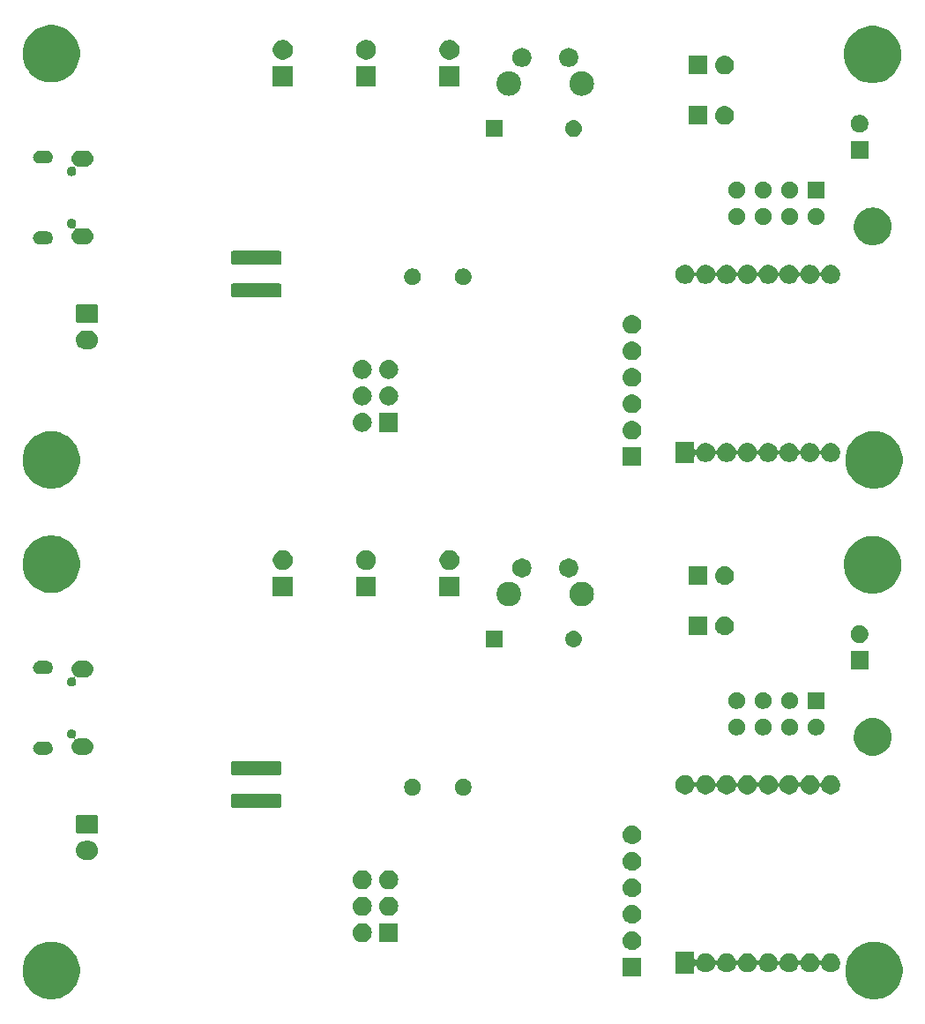
<source format=gbs>
%MOIN*%
%OFA0B0*%
%FSLAX46Y46*%
%IPPOS*%
%LPD*%
%ADD10C,0.0039370078740157488*%
%ADD21C,0.0039370078740157488*%
%LPD*%
D10*
X0002167992Y0001540708D02*
G75*
G03X0002167992Y0001540708I-0000045000D01*
G01*
X0001931614Y0001639133D02*
G75*
G03X0001931614Y0001639133I-0000035000D01*
G01*
X0002108779Y0001639133D02*
G75*
G03X0002108779Y0001639133I-0000035000D01*
G01*
X0001892401Y0001540708D02*
G75*
G03X0001892401Y0001540708I-0000045000D01*
G01*
G36*
X0003244512Y0000225221D02*
G01*
X0003259426Y0000222255D01*
X0003279137Y0000214090D01*
X0003286526Y0000209153D01*
X0003296876Y0000202237D01*
X0003311962Y0000187152D01*
X0003311962Y0000187151D01*
X0003323815Y0000169412D01*
X0003331724Y0000150318D01*
X0003331979Y0000149702D01*
X0003336141Y0000128777D01*
X0003336141Y0000107442D01*
X0003334731Y0000100354D01*
X0003331979Y0000086518D01*
X0003323815Y0000066807D01*
X0003312387Y0000049704D01*
X0003311962Y0000049068D01*
X0003296876Y0000033982D01*
X0003296876Y0000033982D01*
X0003279137Y0000022129D01*
X0003259426Y0000013965D01*
X0003248964Y0000011884D01*
X0003238501Y0000009803D01*
X0003217167Y0000009803D01*
X0003206705Y0000011884D01*
X0003196242Y0000013965D01*
X0003176531Y0000022129D01*
X0003158792Y0000033982D01*
X0003158792Y0000033982D01*
X0003143707Y0000049068D01*
X0003143282Y0000049704D01*
X0003131854Y0000066807D01*
X0003123689Y0000086518D01*
X0003120937Y0000100354D01*
X0003119527Y0000107442D01*
X0003119527Y0000128777D01*
X0003123689Y0000149702D01*
X0003123944Y0000150318D01*
X0003131854Y0000169412D01*
X0003143707Y0000187151D01*
X0003143707Y0000187152D01*
X0003158792Y0000202237D01*
X0003169142Y0000209153D01*
X0003176531Y0000214090D01*
X0003196242Y0000222255D01*
X0003211157Y0000225221D01*
X0003217167Y0000226417D01*
X0003238501Y0000226417D01*
X0003244512Y0000225221D01*
X0003244512Y0000225221D01*
G37*
G36*
X0000134276Y0000225221D02*
G01*
X0000149190Y0000222255D01*
X0000168901Y0000214090D01*
X0000176290Y0000209153D01*
X0000186640Y0000202237D01*
X0000201725Y0000187152D01*
X0000201725Y0000187151D01*
X0000213578Y0000169412D01*
X0000221488Y0000150318D01*
X0000221743Y0000149702D01*
X0000225905Y0000128777D01*
X0000225905Y0000107442D01*
X0000224495Y0000100354D01*
X0000221743Y0000086518D01*
X0000213578Y0000066807D01*
X0000202151Y0000049704D01*
X0000201725Y0000049068D01*
X0000186640Y0000033982D01*
X0000186640Y0000033982D01*
X0000168901Y0000022129D01*
X0000149190Y0000013965D01*
X0000138728Y0000011884D01*
X0000128265Y0000009803D01*
X0000106931Y0000009803D01*
X0000096468Y0000011884D01*
X0000086006Y0000013965D01*
X0000066295Y0000022129D01*
X0000048556Y0000033982D01*
X0000048556Y0000033982D01*
X0000033470Y0000049068D01*
X0000033045Y0000049704D01*
X0000021617Y0000066807D01*
X0000013453Y0000086518D01*
X0000010701Y0000100354D01*
X0000009291Y0000107442D01*
X0000009291Y0000128777D01*
X0000013453Y0000149702D01*
X0000013708Y0000150318D01*
X0000021617Y0000169412D01*
X0000033470Y0000187151D01*
X0000033470Y0000187152D01*
X0000048556Y0000202237D01*
X0000058906Y0000209153D01*
X0000066295Y0000214090D01*
X0000086006Y0000222255D01*
X0000100920Y0000225221D01*
X0000106931Y0000226417D01*
X0000128265Y0000226417D01*
X0000134276Y0000225221D01*
X0000134276Y0000225221D01*
G37*
G36*
X0002348464Y0000095236D02*
G01*
X0002277519Y0000095236D01*
X0002277519Y0000166181D01*
X0002348464Y0000166181D01*
X0002348464Y0000095236D01*
X0002348464Y0000095236D01*
G37*
G36*
X0002548999Y0000162440D02*
G01*
X0002549094Y0000161480D01*
X0002549374Y0000160557D01*
X0002549829Y0000159706D01*
X0002550441Y0000158960D01*
X0002551187Y0000158348D01*
X0002552037Y0000157894D01*
X0002552961Y0000157613D01*
X0002553921Y0000157519D01*
X0002554881Y0000157613D01*
X0002555804Y0000157894D01*
X0002556655Y0000158348D01*
X0002557401Y0000158960D01*
X0002558013Y0000159706D01*
X0002558467Y0000160557D01*
X0002559548Y0000163165D01*
X0002559822Y0000163827D01*
X0002563763Y0000169725D01*
X0002563763Y0000169725D01*
X0002568778Y0000174740D01*
X0002574676Y0000178681D01*
X0002574676Y0000178681D01*
X0002581229Y0000181395D01*
X0002581229Y0000181395D01*
X0002581229Y0000181395D01*
X0002588185Y0000182779D01*
X0002595278Y0000182779D01*
X0002602235Y0000181395D01*
X0002602235Y0000181395D01*
X0002602235Y0000181395D01*
X0002608788Y0000178681D01*
X0002608788Y0000178681D01*
X0002614686Y0000174740D01*
X0002619701Y0000169725D01*
X0002619701Y0000169725D01*
X0002623642Y0000163827D01*
X0002625745Y0000158748D01*
X0002626514Y0000156892D01*
X0002626555Y0000156757D01*
X0002627010Y0000155906D01*
X0002627622Y0000155161D01*
X0002628368Y0000154548D01*
X0002629218Y0000154094D01*
X0002630142Y0000153814D01*
X0002631102Y0000153719D01*
X0002632062Y0000153813D01*
X0002632985Y0000154094D01*
X0002633836Y0000154548D01*
X0002634582Y0000155160D01*
X0002635194Y0000155906D01*
X0002635648Y0000156757D01*
X0002635689Y0000156892D01*
X0002636595Y0000159077D01*
X0002638562Y0000163827D01*
X0002642503Y0000169725D01*
X0002642503Y0000169725D01*
X0002647518Y0000174740D01*
X0002653416Y0000178681D01*
X0002653416Y0000178681D01*
X0002659969Y0000181395D01*
X0002659969Y0000181395D01*
X0002659969Y0000181395D01*
X0002666925Y0000182779D01*
X0002674018Y0000182779D01*
X0002680975Y0000181395D01*
X0002680975Y0000181395D01*
X0002680975Y0000181395D01*
X0002687528Y0000178681D01*
X0002687528Y0000178681D01*
X0002693426Y0000174740D01*
X0002698441Y0000169725D01*
X0002698441Y0000169725D01*
X0002702382Y0000163827D01*
X0002704485Y0000158748D01*
X0002705254Y0000156892D01*
X0002705295Y0000156757D01*
X0002705750Y0000155906D01*
X0002706362Y0000155161D01*
X0002707108Y0000154548D01*
X0002707959Y0000154094D01*
X0002708882Y0000153814D01*
X0002709842Y0000153719D01*
X0002710802Y0000153813D01*
X0002711725Y0000154094D01*
X0002712576Y0000154548D01*
X0002713322Y0000155160D01*
X0002713934Y0000155906D01*
X0002714389Y0000156757D01*
X0002714429Y0000156892D01*
X0002715335Y0000159077D01*
X0002717302Y0000163827D01*
X0002721243Y0000169725D01*
X0002721243Y0000169725D01*
X0002726258Y0000174740D01*
X0002732156Y0000178681D01*
X0002732156Y0000178681D01*
X0002738709Y0000181395D01*
X0002738709Y0000181395D01*
X0002738709Y0000181395D01*
X0002745666Y0000182779D01*
X0002752759Y0000182779D01*
X0002759715Y0000181395D01*
X0002759715Y0000181395D01*
X0002759715Y0000181395D01*
X0002766268Y0000178681D01*
X0002766268Y0000178681D01*
X0002772166Y0000174740D01*
X0002777181Y0000169725D01*
X0002777181Y0000169725D01*
X0002781122Y0000163827D01*
X0002783226Y0000158748D01*
X0002783995Y0000156892D01*
X0002784035Y0000156757D01*
X0002784490Y0000155906D01*
X0002785102Y0000155161D01*
X0002785848Y0000154548D01*
X0002786699Y0000154094D01*
X0002787622Y0000153814D01*
X0002788582Y0000153719D01*
X0002789542Y0000153813D01*
X0002790465Y0000154094D01*
X0002791316Y0000154548D01*
X0002792062Y0000155160D01*
X0002792674Y0000155906D01*
X0002793129Y0000156757D01*
X0002793170Y0000156892D01*
X0002794075Y0000159077D01*
X0002796042Y0000163827D01*
X0002799983Y0000169725D01*
X0002799983Y0000169725D01*
X0002804998Y0000174740D01*
X0002810896Y0000178681D01*
X0002810896Y0000178681D01*
X0002817449Y0000181395D01*
X0002817449Y0000181395D01*
X0002817449Y0000181395D01*
X0002824406Y0000182779D01*
X0002831499Y0000182779D01*
X0002838455Y0000181395D01*
X0002838455Y0000181395D01*
X0002838455Y0000181395D01*
X0002845008Y0000178681D01*
X0002845008Y0000178681D01*
X0002850906Y0000174740D01*
X0002855921Y0000169725D01*
X0002855921Y0000169725D01*
X0002859862Y0000163827D01*
X0002861966Y0000158748D01*
X0002862735Y0000156892D01*
X0002862776Y0000156757D01*
X0002863230Y0000155906D01*
X0002863842Y0000155161D01*
X0002864588Y0000154548D01*
X0002865439Y0000154094D01*
X0002866362Y0000153814D01*
X0002867322Y0000153719D01*
X0002868282Y0000153813D01*
X0002869205Y0000154094D01*
X0002870056Y0000154548D01*
X0002870802Y0000155160D01*
X0002871414Y0000155906D01*
X0002871869Y0000156757D01*
X0002871910Y0000156892D01*
X0002872815Y0000159077D01*
X0002874783Y0000163827D01*
X0002878723Y0000169725D01*
X0002878723Y0000169725D01*
X0002883739Y0000174740D01*
X0002889636Y0000178681D01*
X0002889636Y0000178681D01*
X0002896189Y0000181395D01*
X0002896189Y0000181395D01*
X0002896189Y0000181395D01*
X0002903146Y0000182779D01*
X0002910239Y0000182779D01*
X0002917195Y0000181395D01*
X0002917195Y0000181395D01*
X0002917196Y0000181395D01*
X0002923749Y0000178681D01*
X0002923749Y0000178681D01*
X0002929646Y0000174740D01*
X0002934661Y0000169725D01*
X0002934662Y0000169725D01*
X0002938602Y0000163827D01*
X0002940706Y0000158748D01*
X0002941475Y0000156892D01*
X0002941516Y0000156757D01*
X0002941970Y0000155906D01*
X0002942582Y0000155161D01*
X0002943328Y0000154548D01*
X0002944179Y0000154094D01*
X0002945102Y0000153814D01*
X0002946062Y0000153719D01*
X0002947022Y0000153813D01*
X0002947946Y0000154094D01*
X0002948796Y0000154548D01*
X0002949542Y0000155160D01*
X0002950154Y0000155906D01*
X0002950609Y0000156757D01*
X0002950650Y0000156892D01*
X0002951555Y0000159077D01*
X0002953523Y0000163827D01*
X0002957463Y0000169725D01*
X0002957464Y0000169725D01*
X0002962479Y0000174740D01*
X0002968376Y0000178681D01*
X0002968376Y0000178681D01*
X0002974929Y0000181395D01*
X0002974930Y0000181395D01*
X0002974930Y0000181395D01*
X0002981886Y0000182779D01*
X0002988979Y0000182779D01*
X0002995936Y0000181395D01*
X0002995936Y0000181395D01*
X0002995936Y0000181395D01*
X0003002489Y0000178681D01*
X0003002489Y0000178681D01*
X0003008386Y0000174740D01*
X0003013402Y0000169725D01*
X0003013402Y0000169725D01*
X0003017342Y0000163827D01*
X0003019446Y0000158748D01*
X0003020215Y0000156892D01*
X0003020256Y0000156757D01*
X0003020711Y0000155906D01*
X0003021323Y0000155161D01*
X0003022068Y0000154548D01*
X0003022919Y0000154094D01*
X0003023842Y0000153814D01*
X0003024802Y0000153719D01*
X0003025762Y0000153813D01*
X0003026686Y0000154094D01*
X0003027537Y0000154548D01*
X0003028282Y0000155160D01*
X0003028894Y0000155906D01*
X0003029349Y0000156757D01*
X0003029390Y0000156892D01*
X0003030295Y0000159077D01*
X0003032263Y0000163827D01*
X0003036204Y0000169725D01*
X0003036204Y0000169725D01*
X0003041219Y0000174740D01*
X0003047117Y0000178681D01*
X0003047117Y0000178681D01*
X0003053670Y0000181395D01*
X0003053670Y0000181395D01*
X0003053670Y0000181395D01*
X0003060626Y0000182779D01*
X0003067719Y0000182779D01*
X0003074676Y0000181395D01*
X0003074676Y0000181395D01*
X0003074676Y0000181395D01*
X0003081229Y0000178681D01*
X0003081229Y0000178681D01*
X0003087127Y0000174740D01*
X0003092142Y0000169725D01*
X0003092142Y0000169725D01*
X0003096082Y0000163827D01*
X0003098741Y0000157410D01*
X0003098797Y0000157274D01*
X0003100181Y0000150318D01*
X0003100181Y0000143225D01*
X0003098873Y0000136651D01*
X0003098797Y0000136268D01*
X0003096082Y0000129715D01*
X0003093948Y0000126520D01*
X0003092142Y0000123817D01*
X0003087127Y0000118802D01*
X0003087126Y0000118802D01*
X0003081229Y0000114861D01*
X0003074676Y0000112147D01*
X0003074676Y0000112147D01*
X0003074676Y0000112147D01*
X0003067719Y0000110763D01*
X0003060626Y0000110763D01*
X0003053670Y0000112147D01*
X0003053670Y0000112147D01*
X0003053670Y0000112147D01*
X0003047117Y0000114861D01*
X0003041219Y0000118802D01*
X0003041219Y0000118802D01*
X0003036204Y0000123817D01*
X0003034398Y0000126520D01*
X0003032263Y0000129715D01*
X0003029549Y0000136268D01*
X0003029549Y0000136268D01*
X0003029390Y0000136650D01*
X0003029349Y0000136785D01*
X0003028895Y0000137636D01*
X0003028283Y0000138382D01*
X0003027537Y0000138994D01*
X0003026686Y0000139449D01*
X0003025763Y0000139729D01*
X0003024803Y0000139823D01*
X0003023843Y0000139729D01*
X0003022920Y0000139449D01*
X0003022069Y0000138994D01*
X0003021323Y0000138382D01*
X0003020711Y0000137636D01*
X0003020256Y0000136786D01*
X0003020215Y0000136651D01*
X0003019612Y0000135194D01*
X0003017342Y0000129715D01*
X0003015208Y0000126520D01*
X0003013402Y0000123817D01*
X0003008386Y0000118802D01*
X0003008386Y0000118802D01*
X0003002489Y0000114861D01*
X0002995936Y0000112147D01*
X0002995936Y0000112147D01*
X0002995936Y0000112147D01*
X0002988979Y0000110763D01*
X0002981886Y0000110763D01*
X0002974930Y0000112147D01*
X0002974930Y0000112147D01*
X0002974929Y0000112147D01*
X0002968376Y0000114861D01*
X0002962479Y0000118802D01*
X0002962479Y0000118802D01*
X0002957464Y0000123817D01*
X0002955657Y0000126520D01*
X0002953523Y0000129715D01*
X0002950808Y0000136268D01*
X0002950808Y0000136268D01*
X0002950650Y0000136650D01*
X0002950609Y0000136785D01*
X0002950154Y0000137636D01*
X0002949542Y0000138382D01*
X0002948797Y0000138994D01*
X0002947946Y0000139449D01*
X0002947023Y0000139729D01*
X0002946063Y0000139823D01*
X0002945103Y0000139729D01*
X0002944179Y0000139449D01*
X0002943329Y0000138994D01*
X0002942583Y0000138382D01*
X0002941971Y0000137636D01*
X0002941516Y0000136786D01*
X0002941475Y0000136651D01*
X0002940872Y0000135194D01*
X0002938602Y0000129715D01*
X0002936468Y0000126520D01*
X0002934661Y0000123817D01*
X0002929646Y0000118802D01*
X0002929646Y0000118802D01*
X0002923749Y0000114861D01*
X0002917196Y0000112147D01*
X0002917195Y0000112147D01*
X0002917195Y0000112147D01*
X0002910239Y0000110763D01*
X0002903146Y0000110763D01*
X0002896189Y0000112147D01*
X0002896189Y0000112147D01*
X0002896189Y0000112147D01*
X0002889636Y0000114861D01*
X0002883739Y0000118802D01*
X0002883739Y0000118802D01*
X0002878723Y0000123817D01*
X0002876917Y0000126520D01*
X0002874783Y0000129715D01*
X0002872068Y0000136268D01*
X0002872068Y0000136268D01*
X0002871910Y0000136650D01*
X0002871869Y0000136785D01*
X0002871414Y0000137636D01*
X0002870802Y0000138382D01*
X0002870057Y0000138994D01*
X0002869206Y0000139449D01*
X0002868283Y0000139729D01*
X0002867323Y0000139823D01*
X0002866362Y0000139729D01*
X0002865439Y0000139449D01*
X0002864588Y0000138994D01*
X0002863843Y0000138382D01*
X0002863231Y0000137636D01*
X0002862776Y0000136786D01*
X0002862735Y0000136651D01*
X0002862131Y0000135194D01*
X0002859862Y0000129715D01*
X0002857727Y0000126520D01*
X0002855921Y0000123817D01*
X0002850906Y0000118802D01*
X0002850906Y0000118802D01*
X0002845008Y0000114861D01*
X0002838455Y0000112147D01*
X0002838455Y0000112147D01*
X0002838455Y0000112147D01*
X0002831499Y0000110763D01*
X0002824406Y0000110763D01*
X0002817449Y0000112147D01*
X0002817449Y0000112147D01*
X0002817449Y0000112147D01*
X0002810896Y0000114861D01*
X0002804999Y0000118802D01*
X0002804998Y0000118802D01*
X0002799983Y0000123817D01*
X0002798177Y0000126520D01*
X0002796042Y0000129715D01*
X0002793328Y0000136268D01*
X0002793328Y0000136268D01*
X0002793170Y0000136650D01*
X0002793129Y0000136785D01*
X0002792674Y0000137636D01*
X0002792062Y0000138382D01*
X0002791316Y0000138994D01*
X0002790466Y0000139449D01*
X0002789542Y0000139729D01*
X0002788582Y0000139823D01*
X0002787622Y0000139729D01*
X0002786699Y0000139449D01*
X0002785848Y0000138994D01*
X0002785102Y0000138382D01*
X0002784490Y0000137636D01*
X0002784036Y0000136786D01*
X0002783995Y0000136651D01*
X0002783391Y0000135194D01*
X0002781122Y0000129715D01*
X0002778987Y0000126520D01*
X0002777181Y0000123817D01*
X0002772166Y0000118802D01*
X0002772166Y0000118802D01*
X0002766268Y0000114861D01*
X0002759715Y0000112147D01*
X0002759715Y0000112147D01*
X0002759715Y0000112147D01*
X0002752759Y0000110763D01*
X0002745666Y0000110763D01*
X0002738709Y0000112147D01*
X0002738709Y0000112147D01*
X0002738709Y0000112147D01*
X0002732156Y0000114861D01*
X0002726258Y0000118802D01*
X0002726258Y0000118802D01*
X0002721243Y0000123817D01*
X0002719437Y0000126520D01*
X0002717302Y0000129715D01*
X0002714588Y0000136268D01*
X0002714588Y0000136268D01*
X0002714430Y0000136650D01*
X0002714389Y0000136785D01*
X0002713934Y0000137636D01*
X0002713322Y0000138382D01*
X0002712576Y0000138994D01*
X0002711725Y0000139449D01*
X0002710802Y0000139729D01*
X0002709842Y0000139823D01*
X0002708882Y0000139729D01*
X0002707959Y0000139449D01*
X0002707108Y0000138994D01*
X0002706362Y0000138382D01*
X0002705750Y0000137636D01*
X0002705295Y0000136786D01*
X0002705255Y0000136651D01*
X0002704651Y0000135194D01*
X0002702382Y0000129715D01*
X0002700247Y0000126520D01*
X0002698441Y0000123817D01*
X0002693426Y0000118802D01*
X0002693426Y0000118802D01*
X0002687528Y0000114861D01*
X0002680975Y0000112147D01*
X0002680975Y0000112147D01*
X0002680975Y0000112147D01*
X0002674018Y0000110763D01*
X0002666925Y0000110763D01*
X0002659969Y0000112147D01*
X0002659969Y0000112147D01*
X0002659969Y0000112147D01*
X0002653416Y0000114861D01*
X0002647518Y0000118802D01*
X0002647518Y0000118802D01*
X0002642503Y0000123817D01*
X0002640697Y0000126520D01*
X0002638562Y0000129715D01*
X0002635848Y0000136268D01*
X0002635848Y0000136268D01*
X0002635689Y0000136650D01*
X0002635649Y0000136785D01*
X0002635194Y0000137636D01*
X0002634582Y0000138382D01*
X0002633836Y0000138994D01*
X0002632985Y0000139449D01*
X0002632062Y0000139729D01*
X0002631102Y0000139823D01*
X0002630142Y0000139729D01*
X0002629219Y0000139449D01*
X0002628368Y0000138994D01*
X0002627622Y0000138382D01*
X0002627010Y0000137636D01*
X0002626555Y0000136786D01*
X0002626514Y0000136651D01*
X0002625911Y0000135194D01*
X0002623642Y0000129715D01*
X0002621507Y0000126520D01*
X0002619701Y0000123817D01*
X0002614686Y0000118802D01*
X0002614685Y0000118802D01*
X0002608788Y0000114861D01*
X0002602235Y0000112147D01*
X0002602235Y0000112147D01*
X0002602235Y0000112147D01*
X0002595278Y0000110763D01*
X0002588185Y0000110763D01*
X0002581229Y0000112147D01*
X0002581229Y0000112147D01*
X0002581229Y0000112147D01*
X0002574676Y0000114861D01*
X0002568778Y0000118802D01*
X0002568778Y0000118802D01*
X0002563763Y0000123817D01*
X0002561957Y0000126520D01*
X0002559822Y0000129715D01*
X0002558467Y0000132985D01*
X0002558013Y0000133836D01*
X0002557401Y0000134582D01*
X0002556655Y0000135194D01*
X0002555804Y0000135649D01*
X0002554881Y0000135929D01*
X0002553921Y0000136023D01*
X0002552961Y0000135929D01*
X0002552037Y0000135649D01*
X0002551187Y0000135194D01*
X0002550441Y0000134582D01*
X0002549829Y0000133836D01*
X0002549374Y0000132985D01*
X0002549094Y0000132062D01*
X0002548999Y0000131102D01*
X0002548999Y0000105393D01*
X0002476984Y0000105393D01*
X0002476984Y0000188149D01*
X0002548999Y0000188149D01*
X0002548999Y0000162440D01*
X0002548999Y0000162440D01*
G37*
G36*
X0002317340Y0000265924D02*
G01*
X0002319945Y0000265667D01*
X0002324403Y0000264315D01*
X0002326632Y0000263639D01*
X0002332090Y0000260722D01*
X0002332794Y0000260345D01*
X0002334201Y0000259190D01*
X0002338196Y0000255912D01*
X0002341474Y0000251918D01*
X0002342629Y0000250511D01*
X0002342629Y0000250511D01*
X0002345922Y0000244349D01*
X0002345922Y0000244349D01*
X0002347951Y0000237662D01*
X0002348636Y0000230708D01*
X0002347951Y0000223754D01*
X0002347496Y0000222255D01*
X0002345922Y0000217068D01*
X0002343014Y0000211626D01*
X0002342629Y0000210905D01*
X0002341474Y0000209498D01*
X0002338196Y0000205504D01*
X0002334215Y0000202237D01*
X0002332794Y0000201071D01*
X0002332794Y0000201071D01*
X0002326632Y0000197777D01*
X0002324403Y0000197101D01*
X0002319945Y0000195749D01*
X0002317340Y0000195492D01*
X0002314734Y0000195236D01*
X0002311249Y0000195236D01*
X0002308643Y0000195492D01*
X0002306038Y0000195749D01*
X0002301580Y0000197101D01*
X0002299351Y0000197777D01*
X0002293189Y0000201071D01*
X0002293189Y0000201071D01*
X0002291768Y0000202237D01*
X0002287787Y0000205504D01*
X0002284509Y0000209498D01*
X0002283355Y0000210905D01*
X0002282970Y0000211626D01*
X0002280061Y0000217068D01*
X0002278487Y0000222255D01*
X0002278032Y0000223754D01*
X0002277348Y0000230708D01*
X0002278032Y0000237662D01*
X0002280061Y0000244349D01*
X0002280061Y0000244349D01*
X0002283355Y0000250511D01*
X0002283355Y0000250511D01*
X0002284509Y0000251918D01*
X0002287787Y0000255912D01*
X0002291782Y0000259190D01*
X0002293189Y0000260345D01*
X0002293894Y0000260722D01*
X0002299351Y0000263639D01*
X0002301580Y0000264315D01*
X0002306038Y0000265667D01*
X0002308643Y0000265924D01*
X0002311249Y0000266181D01*
X0002314734Y0000266181D01*
X0002317340Y0000265924D01*
X0002317340Y0000265924D01*
G37*
G36*
X0001300050Y0000296195D02*
G01*
X0001306838Y0000294136D01*
X0001306838Y0000294136D01*
X0001313093Y0000290792D01*
X0001313093Y0000290792D01*
X0001313093Y0000290792D01*
X0001318576Y0000286293D01*
X0001323076Y0000280810D01*
X0001326420Y0000274554D01*
X0001328479Y0000267767D01*
X0001329174Y0000260708D01*
X0001328479Y0000253649D01*
X0001326420Y0000246862D01*
X0001326420Y0000246862D01*
X0001323076Y0000240606D01*
X0001318576Y0000235124D01*
X0001313093Y0000230624D01*
X0001306838Y0000227280D01*
X0001306838Y0000227280D01*
X0001300050Y0000225221D01*
X0001294761Y0000224700D01*
X0001291223Y0000224700D01*
X0001285933Y0000225221D01*
X0001279145Y0000227280D01*
X0001279145Y0000227280D01*
X0001272890Y0000230624D01*
X0001267407Y0000235124D01*
X0001262907Y0000240606D01*
X0001259564Y0000246862D01*
X0001259564Y0000246862D01*
X0001257505Y0000253649D01*
X0001256810Y0000260708D01*
X0001257505Y0000267767D01*
X0001259564Y0000274554D01*
X0001262907Y0000280810D01*
X0001267407Y0000286293D01*
X0001272890Y0000290792D01*
X0001272890Y0000290792D01*
X0001272890Y0000290792D01*
X0001279145Y0000294136D01*
X0001279145Y0000294136D01*
X0001285933Y0000296195D01*
X0001291223Y0000296716D01*
X0001294761Y0000296716D01*
X0001300050Y0000296195D01*
X0001300050Y0000296195D01*
G37*
G36*
X0001429000Y0000224700D02*
G01*
X0001356984Y0000224700D01*
X0001356984Y0000296716D01*
X0001429000Y0000296716D01*
X0001429000Y0000224700D01*
X0001429000Y0000224700D01*
G37*
G36*
X0002317340Y0000365924D02*
G01*
X0002319945Y0000365667D01*
X0002324403Y0000364315D01*
X0002326632Y0000363639D01*
X0002332090Y0000360722D01*
X0002332794Y0000360345D01*
X0002334201Y0000359190D01*
X0002338196Y0000355912D01*
X0002341474Y0000351918D01*
X0002342629Y0000350511D01*
X0002342629Y0000350511D01*
X0002345922Y0000344349D01*
X0002345922Y0000344349D01*
X0002347951Y0000337662D01*
X0002348636Y0000330708D01*
X0002347951Y0000323754D01*
X0002346599Y0000319297D01*
X0002345922Y0000317068D01*
X0002343005Y0000311610D01*
X0002342629Y0000310905D01*
X0002341474Y0000309498D01*
X0002338196Y0000305504D01*
X0002334201Y0000302226D01*
X0002332794Y0000301071D01*
X0002332794Y0000301071D01*
X0002326632Y0000297777D01*
X0002324403Y0000297101D01*
X0002319945Y0000295749D01*
X0002317340Y0000295492D01*
X0002314734Y0000295236D01*
X0002311249Y0000295236D01*
X0002308643Y0000295492D01*
X0002306038Y0000295749D01*
X0002301580Y0000297101D01*
X0002299351Y0000297777D01*
X0002293189Y0000301071D01*
X0002293189Y0000301071D01*
X0002291782Y0000302226D01*
X0002287787Y0000305504D01*
X0002284509Y0000309498D01*
X0002283355Y0000310905D01*
X0002282978Y0000311610D01*
X0002280061Y0000317068D01*
X0002279385Y0000319297D01*
X0002278032Y0000323754D01*
X0002277348Y0000330708D01*
X0002278032Y0000337662D01*
X0002280061Y0000344349D01*
X0002280061Y0000344349D01*
X0002283355Y0000350511D01*
X0002283355Y0000350511D01*
X0002284509Y0000351918D01*
X0002287787Y0000355912D01*
X0002291782Y0000359190D01*
X0002293189Y0000360345D01*
X0002293894Y0000360722D01*
X0002299351Y0000363639D01*
X0002301580Y0000364315D01*
X0002306038Y0000365667D01*
X0002308643Y0000365924D01*
X0002311249Y0000366181D01*
X0002314734Y0000366181D01*
X0002317340Y0000365924D01*
X0002317340Y0000365924D01*
G37*
G36*
X0001300050Y0000396195D02*
G01*
X0001306838Y0000394136D01*
X0001306838Y0000394136D01*
X0001313093Y0000390792D01*
X0001313093Y0000390792D01*
X0001313093Y0000390792D01*
X0001318576Y0000386293D01*
X0001323076Y0000380810D01*
X0001326420Y0000374554D01*
X0001328479Y0000367767D01*
X0001329174Y0000360708D01*
X0001328479Y0000353649D01*
X0001326420Y0000346862D01*
X0001326420Y0000346862D01*
X0001323076Y0000340606D01*
X0001318576Y0000335124D01*
X0001313093Y0000330624D01*
X0001306838Y0000327280D01*
X0001306838Y0000327280D01*
X0001300050Y0000325221D01*
X0001294761Y0000324700D01*
X0001291223Y0000324700D01*
X0001285933Y0000325221D01*
X0001279145Y0000327280D01*
X0001279145Y0000327280D01*
X0001272890Y0000330624D01*
X0001267407Y0000335124D01*
X0001262907Y0000340606D01*
X0001259564Y0000346862D01*
X0001259564Y0000346862D01*
X0001257505Y0000353649D01*
X0001256810Y0000360708D01*
X0001257505Y0000367767D01*
X0001259564Y0000374554D01*
X0001262907Y0000380810D01*
X0001267407Y0000386293D01*
X0001272890Y0000390792D01*
X0001272890Y0000390792D01*
X0001272890Y0000390792D01*
X0001279145Y0000394136D01*
X0001279145Y0000394136D01*
X0001285933Y0000396195D01*
X0001291223Y0000396716D01*
X0001294761Y0000396716D01*
X0001300050Y0000396195D01*
X0001300050Y0000396195D01*
G37*
G36*
X0001400050Y0000396195D02*
G01*
X0001406838Y0000394136D01*
X0001406838Y0000394136D01*
X0001413093Y0000390792D01*
X0001413093Y0000390792D01*
X0001413093Y0000390792D01*
X0001418576Y0000386293D01*
X0001423076Y0000380810D01*
X0001426420Y0000374554D01*
X0001428479Y0000367767D01*
X0001429174Y0000360708D01*
X0001428479Y0000353649D01*
X0001426420Y0000346862D01*
X0001426419Y0000346862D01*
X0001423076Y0000340606D01*
X0001418576Y0000335124D01*
X0001413093Y0000330624D01*
X0001406838Y0000327280D01*
X0001406838Y0000327280D01*
X0001400050Y0000325221D01*
X0001394761Y0000324700D01*
X0001391223Y0000324700D01*
X0001385933Y0000325221D01*
X0001379145Y0000327280D01*
X0001379145Y0000327280D01*
X0001372890Y0000330624D01*
X0001367407Y0000335124D01*
X0001362907Y0000340606D01*
X0001359564Y0000346862D01*
X0001359564Y0000346862D01*
X0001357505Y0000353649D01*
X0001356810Y0000360708D01*
X0001357505Y0000367767D01*
X0001359564Y0000374554D01*
X0001362907Y0000380810D01*
X0001367407Y0000386293D01*
X0001372890Y0000390792D01*
X0001372890Y0000390792D01*
X0001372890Y0000390792D01*
X0001379145Y0000394136D01*
X0001379145Y0000394136D01*
X0001385933Y0000396195D01*
X0001391223Y0000396716D01*
X0001394761Y0000396716D01*
X0001400050Y0000396195D01*
X0001400050Y0000396195D01*
G37*
G36*
X0002317340Y0000465924D02*
G01*
X0002319945Y0000465667D01*
X0002324403Y0000464315D01*
X0002326632Y0000463639D01*
X0002332090Y0000460722D01*
X0002332794Y0000460345D01*
X0002334201Y0000459190D01*
X0002338196Y0000455912D01*
X0002341474Y0000451918D01*
X0002342629Y0000450511D01*
X0002342629Y0000450511D01*
X0002345922Y0000444349D01*
X0002345922Y0000444349D01*
X0002347951Y0000437662D01*
X0002348636Y0000430708D01*
X0002347951Y0000423754D01*
X0002346599Y0000419297D01*
X0002345922Y0000417068D01*
X0002343005Y0000411610D01*
X0002342629Y0000410905D01*
X0002341474Y0000409498D01*
X0002338196Y0000405504D01*
X0002334201Y0000402226D01*
X0002332794Y0000401071D01*
X0002332794Y0000401071D01*
X0002326632Y0000397777D01*
X0002324403Y0000397101D01*
X0002319945Y0000395749D01*
X0002317340Y0000395492D01*
X0002314734Y0000395236D01*
X0002311249Y0000395236D01*
X0002308643Y0000395492D01*
X0002306038Y0000395749D01*
X0002301580Y0000397101D01*
X0002299351Y0000397777D01*
X0002293189Y0000401071D01*
X0002293189Y0000401071D01*
X0002291782Y0000402226D01*
X0002287787Y0000405504D01*
X0002284509Y0000409498D01*
X0002283355Y0000410905D01*
X0002282978Y0000411610D01*
X0002280061Y0000417068D01*
X0002279385Y0000419297D01*
X0002278032Y0000423754D01*
X0002277348Y0000430708D01*
X0002278032Y0000437662D01*
X0002280061Y0000444349D01*
X0002280061Y0000444349D01*
X0002283355Y0000450511D01*
X0002283355Y0000450511D01*
X0002284509Y0000451918D01*
X0002287787Y0000455912D01*
X0002291782Y0000459190D01*
X0002293189Y0000460345D01*
X0002293894Y0000460722D01*
X0002299351Y0000463639D01*
X0002301580Y0000464315D01*
X0002306038Y0000465667D01*
X0002308643Y0000465924D01*
X0002311249Y0000466181D01*
X0002314734Y0000466181D01*
X0002317340Y0000465924D01*
X0002317340Y0000465924D01*
G37*
G36*
X0001300050Y0000496195D02*
G01*
X0001306838Y0000494136D01*
X0001306838Y0000494136D01*
X0001313093Y0000490792D01*
X0001313093Y0000490792D01*
X0001313093Y0000490792D01*
X0001318576Y0000486293D01*
X0001323076Y0000480810D01*
X0001326420Y0000474554D01*
X0001328479Y0000467767D01*
X0001329174Y0000460708D01*
X0001328479Y0000453649D01*
X0001326420Y0000446862D01*
X0001326420Y0000446862D01*
X0001323076Y0000440606D01*
X0001318576Y0000435124D01*
X0001313093Y0000430624D01*
X0001306838Y0000427280D01*
X0001306838Y0000427280D01*
X0001300050Y0000425221D01*
X0001294761Y0000424700D01*
X0001291223Y0000424700D01*
X0001285933Y0000425221D01*
X0001279145Y0000427280D01*
X0001279145Y0000427280D01*
X0001272890Y0000430624D01*
X0001267407Y0000435124D01*
X0001262907Y0000440606D01*
X0001259564Y0000446862D01*
X0001259564Y0000446862D01*
X0001257505Y0000453649D01*
X0001256810Y0000460708D01*
X0001257505Y0000467767D01*
X0001259564Y0000474554D01*
X0001262907Y0000480810D01*
X0001267407Y0000486293D01*
X0001272890Y0000490792D01*
X0001272890Y0000490792D01*
X0001272890Y0000490792D01*
X0001279145Y0000494136D01*
X0001279145Y0000494136D01*
X0001285933Y0000496195D01*
X0001291223Y0000496716D01*
X0001294761Y0000496716D01*
X0001300050Y0000496195D01*
X0001300050Y0000496195D01*
G37*
G36*
X0001400050Y0000496195D02*
G01*
X0001406838Y0000494136D01*
X0001406838Y0000494136D01*
X0001413093Y0000490792D01*
X0001413093Y0000490792D01*
X0001413093Y0000490792D01*
X0001418576Y0000486293D01*
X0001423076Y0000480810D01*
X0001426420Y0000474554D01*
X0001428479Y0000467767D01*
X0001429174Y0000460708D01*
X0001428479Y0000453649D01*
X0001426420Y0000446862D01*
X0001426419Y0000446862D01*
X0001423076Y0000440606D01*
X0001418576Y0000435124D01*
X0001413093Y0000430624D01*
X0001406838Y0000427280D01*
X0001406838Y0000427280D01*
X0001400050Y0000425221D01*
X0001394761Y0000424700D01*
X0001391223Y0000424700D01*
X0001385933Y0000425221D01*
X0001379145Y0000427280D01*
X0001379145Y0000427280D01*
X0001372890Y0000430624D01*
X0001367407Y0000435124D01*
X0001362907Y0000440606D01*
X0001359564Y0000446862D01*
X0001359564Y0000446862D01*
X0001357505Y0000453649D01*
X0001356810Y0000460708D01*
X0001357505Y0000467767D01*
X0001359564Y0000474554D01*
X0001362907Y0000480810D01*
X0001367407Y0000486293D01*
X0001372890Y0000490792D01*
X0001372890Y0000490792D01*
X0001372890Y0000490792D01*
X0001379145Y0000494136D01*
X0001379145Y0000494136D01*
X0001385933Y0000496195D01*
X0001391223Y0000496716D01*
X0001394761Y0000496716D01*
X0001400050Y0000496195D01*
X0001400050Y0000496195D01*
G37*
G36*
X0002317340Y0000565924D02*
G01*
X0002319945Y0000565667D01*
X0002324403Y0000564315D01*
X0002326632Y0000563639D01*
X0002332090Y0000560722D01*
X0002332794Y0000560345D01*
X0002334201Y0000559190D01*
X0002338196Y0000555912D01*
X0002341012Y0000552480D01*
X0002342629Y0000550511D01*
X0002342629Y0000550511D01*
X0002345922Y0000544349D01*
X0002345922Y0000544349D01*
X0002347951Y0000537662D01*
X0002348636Y0000530708D01*
X0002347951Y0000523754D01*
X0002346599Y0000519297D01*
X0002345922Y0000517068D01*
X0002343005Y0000511610D01*
X0002342629Y0000510905D01*
X0002341474Y0000509498D01*
X0002338196Y0000505504D01*
X0002334201Y0000502226D01*
X0002332794Y0000501071D01*
X0002332794Y0000501071D01*
X0002326632Y0000497777D01*
X0002324403Y0000497101D01*
X0002319945Y0000495749D01*
X0002317340Y0000495492D01*
X0002314734Y0000495236D01*
X0002311249Y0000495236D01*
X0002308643Y0000495492D01*
X0002306038Y0000495749D01*
X0002301580Y0000497101D01*
X0002299351Y0000497777D01*
X0002293189Y0000501071D01*
X0002293189Y0000501071D01*
X0002291782Y0000502226D01*
X0002287787Y0000505504D01*
X0002284509Y0000509498D01*
X0002283355Y0000510905D01*
X0002282978Y0000511610D01*
X0002280061Y0000517068D01*
X0002279385Y0000519297D01*
X0002278032Y0000523754D01*
X0002277348Y0000530708D01*
X0002278032Y0000537662D01*
X0002280061Y0000544349D01*
X0002280061Y0000544349D01*
X0002283355Y0000550511D01*
X0002283355Y0000550511D01*
X0002284971Y0000552480D01*
X0002287787Y0000555912D01*
X0002291782Y0000559190D01*
X0002293189Y0000560345D01*
X0002293894Y0000560722D01*
X0002299351Y0000563639D01*
X0002301580Y0000564315D01*
X0002306038Y0000565667D01*
X0002308643Y0000565924D01*
X0002311249Y0000566181D01*
X0002314734Y0000566181D01*
X0002317340Y0000565924D01*
X0002317340Y0000565924D01*
G37*
G36*
X0000263245Y0000607499D02*
G01*
X0000265851Y0000607242D01*
X0000270309Y0000605890D01*
X0000272538Y0000605214D01*
X0000277995Y0000602297D01*
X0000278700Y0000601920D01*
X0000279734Y0000601071D01*
X0000284101Y0000597487D01*
X0000287379Y0000593493D01*
X0000288534Y0000592086D01*
X0000288534Y0000592086D01*
X0000291828Y0000585923D01*
X0000291828Y0000585923D01*
X0000293856Y0000579237D01*
X0000294541Y0000572283D01*
X0000293856Y0000565329D01*
X0000293344Y0000563639D01*
X0000291828Y0000558642D01*
X0000290369Y0000555912D01*
X0000288534Y0000552480D01*
X0000287379Y0000551073D01*
X0000284101Y0000547079D01*
X0000280775Y0000544349D01*
X0000278700Y0000542646D01*
X0000278700Y0000542646D01*
X0000272538Y0000539352D01*
X0000270309Y0000538676D01*
X0000265851Y0000537324D01*
X0000263245Y0000537067D01*
X0000260640Y0000536811D01*
X0000245344Y0000536811D01*
X0000242738Y0000537067D01*
X0000240132Y0000537324D01*
X0000235675Y0000538676D01*
X0000233446Y0000539352D01*
X0000227283Y0000542646D01*
X0000227283Y0000542646D01*
X0000225209Y0000544349D01*
X0000221882Y0000547079D01*
X0000218604Y0000551073D01*
X0000217449Y0000552480D01*
X0000215615Y0000555912D01*
X0000214155Y0000558642D01*
X0000212640Y0000563639D01*
X0000212127Y0000565329D01*
X0000211442Y0000572283D01*
X0000212127Y0000579237D01*
X0000214155Y0000585923D01*
X0000214155Y0000585923D01*
X0000217449Y0000592086D01*
X0000217449Y0000592086D01*
X0000218604Y0000593493D01*
X0000221882Y0000597487D01*
X0000226249Y0000601071D01*
X0000227283Y0000601920D01*
X0000227988Y0000602297D01*
X0000233446Y0000605214D01*
X0000235675Y0000605890D01*
X0000240132Y0000607242D01*
X0000242738Y0000607499D01*
X0000245344Y0000607755D01*
X0000260640Y0000607755D01*
X0000263245Y0000607499D01*
X0000263245Y0000607499D01*
G37*
G36*
X0002317340Y0000665924D02*
G01*
X0002319945Y0000665667D01*
X0002324403Y0000664315D01*
X0002326632Y0000663639D01*
X0002332090Y0000660722D01*
X0002332794Y0000660345D01*
X0002334201Y0000659190D01*
X0002338196Y0000655912D01*
X0002341474Y0000651918D01*
X0002342629Y0000650511D01*
X0002342629Y0000650511D01*
X0002345922Y0000644349D01*
X0002345922Y0000644349D01*
X0002347951Y0000637662D01*
X0002348636Y0000630708D01*
X0002347951Y0000623754D01*
X0002346599Y0000619297D01*
X0002345922Y0000617068D01*
X0002343005Y0000611610D01*
X0002342629Y0000610905D01*
X0002341474Y0000609498D01*
X0002338196Y0000605504D01*
X0002334201Y0000602226D01*
X0002332794Y0000601071D01*
X0002332794Y0000601071D01*
X0002326632Y0000597777D01*
X0002325675Y0000597487D01*
X0002319945Y0000595749D01*
X0002317340Y0000595492D01*
X0002314734Y0000595236D01*
X0002311249Y0000595236D01*
X0002308643Y0000595492D01*
X0002306038Y0000595749D01*
X0002300308Y0000597487D01*
X0002299351Y0000597777D01*
X0002293189Y0000601071D01*
X0002293189Y0000601071D01*
X0002291782Y0000602226D01*
X0002287787Y0000605504D01*
X0002284509Y0000609498D01*
X0002283355Y0000610905D01*
X0002282978Y0000611610D01*
X0002280061Y0000617068D01*
X0002279385Y0000619297D01*
X0002278032Y0000623754D01*
X0002277348Y0000630708D01*
X0002278032Y0000637662D01*
X0002280061Y0000644349D01*
X0002280061Y0000644349D01*
X0002283355Y0000650511D01*
X0002283355Y0000650511D01*
X0002284509Y0000651918D01*
X0002287787Y0000655912D01*
X0002291782Y0000659190D01*
X0002293189Y0000660345D01*
X0002293894Y0000660722D01*
X0002299351Y0000663639D01*
X0002301580Y0000664315D01*
X0002306038Y0000665667D01*
X0002308643Y0000665924D01*
X0002311249Y0000666181D01*
X0002314734Y0000666181D01*
X0002317340Y0000665924D01*
X0002317340Y0000665924D01*
G37*
G36*
X0000288763Y0000706024D02*
G01*
X0000290064Y0000705629D01*
X0000291263Y0000704988D01*
X0000292314Y0000704125D01*
X0000293177Y0000703075D01*
X0000293818Y0000701875D01*
X0000294213Y0000700574D01*
X0000294370Y0000698980D01*
X0000294370Y0000642437D01*
X0000294213Y0000640842D01*
X0000293818Y0000639541D01*
X0000293177Y0000638342D01*
X0000292314Y0000637291D01*
X0000291263Y0000636428D01*
X0000290064Y0000635787D01*
X0000288763Y0000635393D01*
X0000287169Y0000635236D01*
X0000218815Y0000635236D01*
X0000217220Y0000635393D01*
X0000215919Y0000635787D01*
X0000214720Y0000636428D01*
X0000213669Y0000637291D01*
X0000212806Y0000638342D01*
X0000212165Y0000639541D01*
X0000211771Y0000640842D01*
X0000211614Y0000642437D01*
X0000211614Y0000698980D01*
X0000211771Y0000700574D01*
X0000212165Y0000701875D01*
X0000212806Y0000703075D01*
X0000213669Y0000704125D01*
X0000214720Y0000704988D01*
X0000215919Y0000705629D01*
X0000217220Y0000706024D01*
X0000218815Y0000706181D01*
X0000287169Y0000706181D01*
X0000288763Y0000706024D01*
X0000288763Y0000706024D01*
G37*
G36*
X0000982261Y0000785142D02*
G01*
X0000983710Y0000784703D01*
X0000985046Y0000783989D01*
X0000986217Y0000783028D01*
X0000987178Y0000781857D01*
X0000987892Y0000780522D01*
X0000988331Y0000779072D01*
X0000988503Y0000777323D01*
X0000988503Y0000741062D01*
X0000988331Y0000739313D01*
X0000987892Y0000737863D01*
X0000987178Y0000736528D01*
X0000986217Y0000735357D01*
X0000985046Y0000734396D01*
X0000983710Y0000733682D01*
X0000982261Y0000733243D01*
X0000980512Y0000733070D01*
X0000805471Y0000733070D01*
X0000803722Y0000733243D01*
X0000802273Y0000733682D01*
X0000800937Y0000734396D01*
X0000799766Y0000735357D01*
X0000798806Y0000736528D01*
X0000798092Y0000737863D01*
X0000797652Y0000739313D01*
X0000797480Y0000741062D01*
X0000797480Y0000777323D01*
X0000797652Y0000779072D01*
X0000798092Y0000780522D01*
X0000798806Y0000781857D01*
X0000799766Y0000783028D01*
X0000800937Y0000783989D01*
X0000802273Y0000784703D01*
X0000803722Y0000785142D01*
X0000805471Y0000785314D01*
X0000980512Y0000785314D01*
X0000982261Y0000785142D01*
X0000982261Y0000785142D01*
G37*
G36*
X0001492190Y0000841032D02*
G01*
X0001497929Y0000838655D01*
X0001503094Y0000835203D01*
X0001507487Y0000830811D01*
X0001510938Y0000825646D01*
X0001513315Y0000819907D01*
X0001514527Y0000813814D01*
X0001514527Y0000807602D01*
X0001513315Y0000801510D01*
X0001510938Y0000795771D01*
X0001507487Y0000790605D01*
X0001503094Y0000786213D01*
X0001497929Y0000782762D01*
X0001492190Y0000780385D01*
X0001486098Y0000779173D01*
X0001479886Y0000779173D01*
X0001473793Y0000780385D01*
X0001468054Y0000782762D01*
X0001462889Y0000786213D01*
X0001458497Y0000790605D01*
X0001455045Y0000795771D01*
X0001452668Y0000801510D01*
X0001451456Y0000807602D01*
X0001451456Y0000813814D01*
X0001452668Y0000819907D01*
X0001455045Y0000825646D01*
X0001458497Y0000830811D01*
X0001462889Y0000835203D01*
X0001468054Y0000838655D01*
X0001473793Y0000841032D01*
X0001479886Y0000842244D01*
X0001486098Y0000842244D01*
X0001492190Y0000841032D01*
X0001492190Y0000841032D01*
G37*
G36*
X0001684316Y0000841032D02*
G01*
X0001690055Y0000838655D01*
X0001695220Y0000835203D01*
X0001699613Y0000830811D01*
X0001703064Y0000825646D01*
X0001705441Y0000819907D01*
X0001706653Y0000813814D01*
X0001706653Y0000807602D01*
X0001705441Y0000801510D01*
X0001703064Y0000795771D01*
X0001699613Y0000790605D01*
X0001695220Y0000786213D01*
X0001690055Y0000782762D01*
X0001684316Y0000780385D01*
X0001678224Y0000779173D01*
X0001672012Y0000779173D01*
X0001665919Y0000780385D01*
X0001660180Y0000782762D01*
X0001655015Y0000786213D01*
X0001650622Y0000790605D01*
X0001647171Y0000795771D01*
X0001644794Y0000801510D01*
X0001643582Y0000807602D01*
X0001643582Y0000813814D01*
X0001644794Y0000819907D01*
X0001647171Y0000825646D01*
X0001650622Y0000830811D01*
X0001655015Y0000835203D01*
X0001660180Y0000838655D01*
X0001665919Y0000841032D01*
X0001672012Y0000842244D01*
X0001678224Y0000842244D01*
X0001684316Y0000841032D01*
X0001684316Y0000841032D01*
G37*
G36*
X0002523495Y0000854624D02*
G01*
X0002523495Y0000854624D01*
X0002523495Y0000854624D01*
X0002530048Y0000851909D01*
X0002530048Y0000851909D01*
X0002535945Y0000847969D01*
X0002540961Y0000842953D01*
X0002540961Y0000842953D01*
X0002544901Y0000837056D01*
X0002545669Y0000835203D01*
X0002547774Y0000830120D01*
X0002547815Y0000829985D01*
X0002548270Y0000829135D01*
X0002548882Y0000828389D01*
X0002549627Y0000827777D01*
X0002550478Y0000827322D01*
X0002551401Y0000827042D01*
X0002552362Y0000826947D01*
X0002553322Y0000827042D01*
X0002554245Y0000827322D01*
X0002555096Y0000827777D01*
X0002555841Y0000828389D01*
X0002556453Y0000829134D01*
X0002556908Y0000829985D01*
X0002556949Y0000830120D01*
X0002559055Y0000835203D01*
X0002559822Y0000837056D01*
X0002563763Y0000842953D01*
X0002563763Y0000842953D01*
X0002568778Y0000847969D01*
X0002574676Y0000851909D01*
X0002574676Y0000851909D01*
X0002581229Y0000854624D01*
X0002581229Y0000854624D01*
X0002581229Y0000854624D01*
X0002588185Y0000856007D01*
X0002595278Y0000856007D01*
X0002602235Y0000854624D01*
X0002602235Y0000854624D01*
X0002602235Y0000854624D01*
X0002608788Y0000851909D01*
X0002608788Y0000851909D01*
X0002614686Y0000847969D01*
X0002619701Y0000842953D01*
X0002619701Y0000842953D01*
X0002623642Y0000837056D01*
X0002624409Y0000835203D01*
X0002626514Y0000830120D01*
X0002626555Y0000829985D01*
X0002627010Y0000829135D01*
X0002627622Y0000828389D01*
X0002628368Y0000827777D01*
X0002629218Y0000827322D01*
X0002630142Y0000827042D01*
X0002631102Y0000826947D01*
X0002632062Y0000827042D01*
X0002632985Y0000827322D01*
X0002633836Y0000827777D01*
X0002634582Y0000828389D01*
X0002635194Y0000829134D01*
X0002635648Y0000829985D01*
X0002635689Y0000830120D01*
X0002637795Y0000835203D01*
X0002638562Y0000837056D01*
X0002642503Y0000842953D01*
X0002642503Y0000842953D01*
X0002647518Y0000847969D01*
X0002653416Y0000851909D01*
X0002653416Y0000851909D01*
X0002659969Y0000854624D01*
X0002659969Y0000854624D01*
X0002659969Y0000854624D01*
X0002666925Y0000856007D01*
X0002674018Y0000856007D01*
X0002680975Y0000854624D01*
X0002680975Y0000854624D01*
X0002680975Y0000854624D01*
X0002687528Y0000851909D01*
X0002687528Y0000851909D01*
X0002693426Y0000847969D01*
X0002698441Y0000842953D01*
X0002698441Y0000842953D01*
X0002702382Y0000837056D01*
X0002703149Y0000835203D01*
X0002705254Y0000830120D01*
X0002705295Y0000829985D01*
X0002705750Y0000829135D01*
X0002706362Y0000828389D01*
X0002707108Y0000827777D01*
X0002707959Y0000827322D01*
X0002708882Y0000827042D01*
X0002709842Y0000826947D01*
X0002710802Y0000827042D01*
X0002711725Y0000827322D01*
X0002712576Y0000827777D01*
X0002713322Y0000828389D01*
X0002713934Y0000829134D01*
X0002714389Y0000829985D01*
X0002714429Y0000830120D01*
X0002716535Y0000835203D01*
X0002717302Y0000837056D01*
X0002721243Y0000842953D01*
X0002721243Y0000842953D01*
X0002726258Y0000847969D01*
X0002732156Y0000851909D01*
X0002732156Y0000851909D01*
X0002738709Y0000854624D01*
X0002738709Y0000854624D01*
X0002738709Y0000854624D01*
X0002745666Y0000856007D01*
X0002752759Y0000856007D01*
X0002759715Y0000854624D01*
X0002759715Y0000854624D01*
X0002759715Y0000854624D01*
X0002766268Y0000851909D01*
X0002766268Y0000851909D01*
X0002772166Y0000847969D01*
X0002777181Y0000842953D01*
X0002777181Y0000842953D01*
X0002781122Y0000837056D01*
X0002781889Y0000835203D01*
X0002783995Y0000830120D01*
X0002784035Y0000829985D01*
X0002784490Y0000829135D01*
X0002785102Y0000828389D01*
X0002785848Y0000827777D01*
X0002786699Y0000827322D01*
X0002787622Y0000827042D01*
X0002788582Y0000826947D01*
X0002789542Y0000827042D01*
X0002790465Y0000827322D01*
X0002791316Y0000827777D01*
X0002792062Y0000828389D01*
X0002792674Y0000829134D01*
X0002793129Y0000829985D01*
X0002793170Y0000830120D01*
X0002795275Y0000835203D01*
X0002796042Y0000837056D01*
X0002799983Y0000842953D01*
X0002799983Y0000842953D01*
X0002804998Y0000847969D01*
X0002810896Y0000851909D01*
X0002810896Y0000851909D01*
X0002817449Y0000854624D01*
X0002817449Y0000854624D01*
X0002817449Y0000854624D01*
X0002824406Y0000856007D01*
X0002831499Y0000856007D01*
X0002838455Y0000854624D01*
X0002838455Y0000854624D01*
X0002838455Y0000854624D01*
X0002845008Y0000851909D01*
X0002845008Y0000851909D01*
X0002850906Y0000847969D01*
X0002855921Y0000842953D01*
X0002855921Y0000842953D01*
X0002859862Y0000837056D01*
X0002860629Y0000835203D01*
X0002862735Y0000830120D01*
X0002862776Y0000829985D01*
X0002863230Y0000829135D01*
X0002863842Y0000828389D01*
X0002864588Y0000827777D01*
X0002865439Y0000827322D01*
X0002866362Y0000827042D01*
X0002867322Y0000826947D01*
X0002868282Y0000827042D01*
X0002869205Y0000827322D01*
X0002870056Y0000827777D01*
X0002870802Y0000828389D01*
X0002871414Y0000829134D01*
X0002871869Y0000829985D01*
X0002871910Y0000830120D01*
X0002874015Y0000835203D01*
X0002874783Y0000837056D01*
X0002878723Y0000842953D01*
X0002878723Y0000842953D01*
X0002883739Y0000847969D01*
X0002889636Y0000851909D01*
X0002889636Y0000851909D01*
X0002896189Y0000854624D01*
X0002896189Y0000854624D01*
X0002896189Y0000854624D01*
X0002903146Y0000856007D01*
X0002910239Y0000856007D01*
X0002917195Y0000854624D01*
X0002917195Y0000854624D01*
X0002917196Y0000854624D01*
X0002923749Y0000851909D01*
X0002923749Y0000851909D01*
X0002929646Y0000847969D01*
X0002934661Y0000842953D01*
X0002934662Y0000842953D01*
X0002938602Y0000837056D01*
X0002939369Y0000835203D01*
X0002941475Y0000830120D01*
X0002941516Y0000829985D01*
X0002941970Y0000829135D01*
X0002942582Y0000828389D01*
X0002943328Y0000827777D01*
X0002944179Y0000827322D01*
X0002945102Y0000827042D01*
X0002946062Y0000826947D01*
X0002947022Y0000827042D01*
X0002947946Y0000827322D01*
X0002948796Y0000827777D01*
X0002949542Y0000828389D01*
X0002950154Y0000829134D01*
X0002950609Y0000829985D01*
X0002950650Y0000830120D01*
X0002952756Y0000835203D01*
X0002953523Y0000837056D01*
X0002957463Y0000842953D01*
X0002957464Y0000842953D01*
X0002962479Y0000847969D01*
X0002968376Y0000851909D01*
X0002968376Y0000851909D01*
X0002974929Y0000854624D01*
X0002974930Y0000854624D01*
X0002974930Y0000854624D01*
X0002981886Y0000856007D01*
X0002988979Y0000856007D01*
X0002995936Y0000854624D01*
X0002995936Y0000854624D01*
X0002995936Y0000854624D01*
X0003002489Y0000851909D01*
X0003002489Y0000851909D01*
X0003008386Y0000847969D01*
X0003013402Y0000842953D01*
X0003013402Y0000842953D01*
X0003017342Y0000837056D01*
X0003018110Y0000835203D01*
X0003020215Y0000830120D01*
X0003020256Y0000829985D01*
X0003020711Y0000829135D01*
X0003021323Y0000828389D01*
X0003022068Y0000827777D01*
X0003022919Y0000827322D01*
X0003023842Y0000827042D01*
X0003024802Y0000826947D01*
X0003025762Y0000827042D01*
X0003026686Y0000827322D01*
X0003027537Y0000827777D01*
X0003028282Y0000828389D01*
X0003028894Y0000829134D01*
X0003029349Y0000829985D01*
X0003029390Y0000830120D01*
X0003031496Y0000835203D01*
X0003032263Y0000837056D01*
X0003036204Y0000842953D01*
X0003036204Y0000842953D01*
X0003041219Y0000847969D01*
X0003047117Y0000851909D01*
X0003047117Y0000851909D01*
X0003053670Y0000854624D01*
X0003053670Y0000854624D01*
X0003053670Y0000854624D01*
X0003060626Y0000856007D01*
X0003067719Y0000856007D01*
X0003074676Y0000854624D01*
X0003074676Y0000854624D01*
X0003074676Y0000854624D01*
X0003081229Y0000851909D01*
X0003081229Y0000851909D01*
X0003087127Y0000847969D01*
X0003092142Y0000842953D01*
X0003092142Y0000842953D01*
X0003096082Y0000837056D01*
X0003096850Y0000835203D01*
X0003098797Y0000830502D01*
X0003100181Y0000823546D01*
X0003100181Y0000816453D01*
X0003098873Y0000809879D01*
X0003098797Y0000809496D01*
X0003096082Y0000802943D01*
X0003096082Y0000802943D01*
X0003092142Y0000797046D01*
X0003087127Y0000792030D01*
X0003087126Y0000792030D01*
X0003081229Y0000788090D01*
X0003074676Y0000785375D01*
X0003074676Y0000785375D01*
X0003074676Y0000785375D01*
X0003067719Y0000783992D01*
X0003060626Y0000783992D01*
X0003053670Y0000785375D01*
X0003053670Y0000785375D01*
X0003053670Y0000785375D01*
X0003047117Y0000788090D01*
X0003041219Y0000792030D01*
X0003041219Y0000792030D01*
X0003036204Y0000797046D01*
X0003032263Y0000802943D01*
X0003032263Y0000802943D01*
X0003029549Y0000809496D01*
X0003029549Y0000809496D01*
X0003029390Y0000809879D01*
X0003029349Y0000810013D01*
X0003028895Y0000810864D01*
X0003028283Y0000811610D01*
X0003027537Y0000812222D01*
X0003026686Y0000812677D01*
X0003025763Y0000812957D01*
X0003024803Y0000813052D01*
X0003023843Y0000812957D01*
X0003022920Y0000812677D01*
X0003022069Y0000812222D01*
X0003021323Y0000811610D01*
X0003020711Y0000810865D01*
X0003020256Y0000810014D01*
X0003020215Y0000809879D01*
X0003020057Y0000809496D01*
X0003020057Y0000809496D01*
X0003017342Y0000802943D01*
X0003017342Y0000802943D01*
X0003013402Y0000797046D01*
X0003008386Y0000792030D01*
X0003008386Y0000792030D01*
X0003002489Y0000788090D01*
X0002995936Y0000785375D01*
X0002995936Y0000785375D01*
X0002995936Y0000785375D01*
X0002988979Y0000783992D01*
X0002981886Y0000783992D01*
X0002974930Y0000785375D01*
X0002974930Y0000785375D01*
X0002974929Y0000785375D01*
X0002968376Y0000788090D01*
X0002962479Y0000792030D01*
X0002962479Y0000792030D01*
X0002957464Y0000797046D01*
X0002953523Y0000802943D01*
X0002953523Y0000802943D01*
X0002950808Y0000809496D01*
X0002950808Y0000809496D01*
X0002950650Y0000809879D01*
X0002950609Y0000810013D01*
X0002950154Y0000810864D01*
X0002949542Y0000811610D01*
X0002948797Y0000812222D01*
X0002947946Y0000812677D01*
X0002947023Y0000812957D01*
X0002946063Y0000813052D01*
X0002945103Y0000812957D01*
X0002944179Y0000812677D01*
X0002943329Y0000812222D01*
X0002942583Y0000811610D01*
X0002941971Y0000810865D01*
X0002941516Y0000810014D01*
X0002941475Y0000809879D01*
X0002941317Y0000809496D01*
X0002941317Y0000809496D01*
X0002938602Y0000802943D01*
X0002938602Y0000802943D01*
X0002934661Y0000797046D01*
X0002929646Y0000792030D01*
X0002929646Y0000792030D01*
X0002923749Y0000788090D01*
X0002917196Y0000785375D01*
X0002917195Y0000785375D01*
X0002917195Y0000785375D01*
X0002910239Y0000783992D01*
X0002903146Y0000783992D01*
X0002896189Y0000785375D01*
X0002896189Y0000785375D01*
X0002896189Y0000785375D01*
X0002889636Y0000788090D01*
X0002883739Y0000792030D01*
X0002883739Y0000792030D01*
X0002878723Y0000797046D01*
X0002874783Y0000802943D01*
X0002874783Y0000802943D01*
X0002872068Y0000809496D01*
X0002872068Y0000809496D01*
X0002871910Y0000809879D01*
X0002871869Y0000810013D01*
X0002871414Y0000810864D01*
X0002870802Y0000811610D01*
X0002870057Y0000812222D01*
X0002869206Y0000812677D01*
X0002868283Y0000812957D01*
X0002867323Y0000813052D01*
X0002866362Y0000812957D01*
X0002865439Y0000812677D01*
X0002864588Y0000812222D01*
X0002863843Y0000811610D01*
X0002863231Y0000810865D01*
X0002862776Y0000810014D01*
X0002862735Y0000809879D01*
X0002862576Y0000809496D01*
X0002862576Y0000809496D01*
X0002859862Y0000802943D01*
X0002859862Y0000802943D01*
X0002855921Y0000797046D01*
X0002850906Y0000792030D01*
X0002850906Y0000792030D01*
X0002845008Y0000788090D01*
X0002838455Y0000785375D01*
X0002838455Y0000785375D01*
X0002838455Y0000785375D01*
X0002831499Y0000783992D01*
X0002824406Y0000783992D01*
X0002817449Y0000785375D01*
X0002817449Y0000785375D01*
X0002817449Y0000785375D01*
X0002810896Y0000788090D01*
X0002804999Y0000792030D01*
X0002804998Y0000792030D01*
X0002799983Y0000797046D01*
X0002796043Y0000802943D01*
X0002796042Y0000802943D01*
X0002793328Y0000809496D01*
X0002793328Y0000809496D01*
X0002793170Y0000809879D01*
X0002793129Y0000810013D01*
X0002792674Y0000810864D01*
X0002792062Y0000811610D01*
X0002791316Y0000812222D01*
X0002790466Y0000812677D01*
X0002789542Y0000812957D01*
X0002788582Y0000813052D01*
X0002787622Y0000812957D01*
X0002786699Y0000812677D01*
X0002785848Y0000812222D01*
X0002785102Y0000811610D01*
X0002784490Y0000810865D01*
X0002784036Y0000810014D01*
X0002783995Y0000809879D01*
X0002783836Y0000809496D01*
X0002783836Y0000809496D01*
X0002781122Y0000802943D01*
X0002781122Y0000802943D01*
X0002777181Y0000797046D01*
X0002772166Y0000792030D01*
X0002772166Y0000792030D01*
X0002766268Y0000788090D01*
X0002759715Y0000785375D01*
X0002759715Y0000785375D01*
X0002759715Y0000785375D01*
X0002752759Y0000783992D01*
X0002745666Y0000783992D01*
X0002738709Y0000785375D01*
X0002738709Y0000785375D01*
X0002738709Y0000785375D01*
X0002732156Y0000788090D01*
X0002726258Y0000792030D01*
X0002726258Y0000792030D01*
X0002721243Y0000797046D01*
X0002717302Y0000802943D01*
X0002717302Y0000802943D01*
X0002714588Y0000809496D01*
X0002714588Y0000809496D01*
X0002714430Y0000809879D01*
X0002714389Y0000810013D01*
X0002713934Y0000810864D01*
X0002713322Y0000811610D01*
X0002712576Y0000812222D01*
X0002711725Y0000812677D01*
X0002710802Y0000812957D01*
X0002709842Y0000813052D01*
X0002708882Y0000812957D01*
X0002707959Y0000812677D01*
X0002707108Y0000812222D01*
X0002706362Y0000811610D01*
X0002705750Y0000810865D01*
X0002705295Y0000810014D01*
X0002705255Y0000809879D01*
X0002705096Y0000809496D01*
X0002705096Y0000809496D01*
X0002702382Y0000802943D01*
X0002702382Y0000802943D01*
X0002698441Y0000797046D01*
X0002693426Y0000792030D01*
X0002693426Y0000792030D01*
X0002687528Y0000788090D01*
X0002680975Y0000785375D01*
X0002680975Y0000785375D01*
X0002680975Y0000785375D01*
X0002674018Y0000783992D01*
X0002666925Y0000783992D01*
X0002659969Y0000785375D01*
X0002659969Y0000785375D01*
X0002659969Y0000785375D01*
X0002653416Y0000788090D01*
X0002647518Y0000792030D01*
X0002647518Y0000792030D01*
X0002642503Y0000797046D01*
X0002638562Y0000802943D01*
X0002638562Y0000802943D01*
X0002635848Y0000809496D01*
X0002635848Y0000809496D01*
X0002635689Y0000809879D01*
X0002635649Y0000810013D01*
X0002635194Y0000810864D01*
X0002634582Y0000811610D01*
X0002633836Y0000812222D01*
X0002632985Y0000812677D01*
X0002632062Y0000812957D01*
X0002631102Y0000813052D01*
X0002630142Y0000812957D01*
X0002629219Y0000812677D01*
X0002628368Y0000812222D01*
X0002627622Y0000811610D01*
X0002627010Y0000810865D01*
X0002626555Y0000810014D01*
X0002626514Y0000809879D01*
X0002626356Y0000809496D01*
X0002626356Y0000809496D01*
X0002623642Y0000802943D01*
X0002623642Y0000802943D01*
X0002619701Y0000797046D01*
X0002614686Y0000792030D01*
X0002614685Y0000792030D01*
X0002608788Y0000788090D01*
X0002602235Y0000785375D01*
X0002602235Y0000785375D01*
X0002602235Y0000785375D01*
X0002595278Y0000783992D01*
X0002588185Y0000783992D01*
X0002581229Y0000785375D01*
X0002581229Y0000785375D01*
X0002581229Y0000785375D01*
X0002574676Y0000788090D01*
X0002568778Y0000792030D01*
X0002568778Y0000792030D01*
X0002563763Y0000797046D01*
X0002559822Y0000802943D01*
X0002559822Y0000802943D01*
X0002557108Y0000809496D01*
X0002557108Y0000809496D01*
X0002556949Y0000809879D01*
X0002556908Y0000810013D01*
X0002556454Y0000810864D01*
X0002555842Y0000811610D01*
X0002555096Y0000812222D01*
X0002554245Y0000812677D01*
X0002553322Y0000812957D01*
X0002552362Y0000813052D01*
X0002551402Y0000812957D01*
X0002550479Y0000812677D01*
X0002549628Y0000812222D01*
X0002548882Y0000811610D01*
X0002548270Y0000810865D01*
X0002547815Y0000810014D01*
X0002547774Y0000809879D01*
X0002547616Y0000809496D01*
X0002547616Y0000809496D01*
X0002544901Y0000802943D01*
X0002544901Y0000802943D01*
X0002540961Y0000797046D01*
X0002535945Y0000792030D01*
X0002535945Y0000792030D01*
X0002530048Y0000788090D01*
X0002523495Y0000785375D01*
X0002523495Y0000785375D01*
X0002523495Y0000785375D01*
X0002516538Y0000783992D01*
X0002509445Y0000783992D01*
X0002502489Y0000785375D01*
X0002502489Y0000785375D01*
X0002502489Y0000785375D01*
X0002495935Y0000788090D01*
X0002490038Y0000792030D01*
X0002490038Y0000792030D01*
X0002485023Y0000797046D01*
X0002481082Y0000802943D01*
X0002481082Y0000802943D01*
X0002478368Y0000809496D01*
X0002478291Y0000809879D01*
X0002476984Y0000816453D01*
X0002476984Y0000823546D01*
X0002478367Y0000830502D01*
X0002480315Y0000835203D01*
X0002481082Y0000837056D01*
X0002485022Y0000842953D01*
X0002485023Y0000842953D01*
X0002490038Y0000847969D01*
X0002495935Y0000851909D01*
X0002495935Y0000851909D01*
X0002502489Y0000854624D01*
X0002502489Y0000854624D01*
X0002502489Y0000854624D01*
X0002509445Y0000856007D01*
X0002516538Y0000856007D01*
X0002523495Y0000854624D01*
X0002523495Y0000854624D01*
G37*
G36*
X0000982261Y0000908174D02*
G01*
X0000983710Y0000907734D01*
X0000985046Y0000907020D01*
X0000986217Y0000906059D01*
X0000987178Y0000904889D01*
X0000987892Y0000903553D01*
X0000988331Y0000902104D01*
X0000988503Y0000900355D01*
X0000988503Y0000864093D01*
X0000988331Y0000862344D01*
X0000987892Y0000860895D01*
X0000987178Y0000859559D01*
X0000986217Y0000858388D01*
X0000985046Y0000857428D01*
X0000983710Y0000856714D01*
X0000982261Y0000856274D01*
X0000980512Y0000856102D01*
X0000805471Y0000856102D01*
X0000803722Y0000856274D01*
X0000802273Y0000856714D01*
X0000800937Y0000857428D01*
X0000799766Y0000858388D01*
X0000798806Y0000859559D01*
X0000798092Y0000860895D01*
X0000797652Y0000862344D01*
X0000797480Y0000864093D01*
X0000797480Y0000900355D01*
X0000797652Y0000902104D01*
X0000798092Y0000903553D01*
X0000798806Y0000904889D01*
X0000799766Y0000906059D01*
X0000800937Y0000907020D01*
X0000802273Y0000907734D01*
X0000803722Y0000908174D01*
X0000805471Y0000908346D01*
X0000980512Y0000908346D01*
X0000982261Y0000908174D01*
X0000982261Y0000908174D01*
G37*
G36*
X0003231925Y0001071228D02*
G01*
X0003243675Y0001068891D01*
X0003256579Y0001063546D01*
X0003268193Y0001055786D01*
X0003278069Y0001045909D01*
X0003285829Y0001034296D01*
X0003291175Y0001021391D01*
X0003292686Y0001013791D01*
X0003293863Y0001007875D01*
X0003293900Y0001007692D01*
X0003293900Y0000993724D01*
X0003291175Y0000980025D01*
X0003285829Y0000967121D01*
X0003278069Y0000955507D01*
X0003268193Y0000945630D01*
X0003256579Y0000937870D01*
X0003243675Y0000932525D01*
X0003231925Y0000930188D01*
X0003229975Y0000929800D01*
X0003216008Y0000929800D01*
X0003214058Y0000930188D01*
X0003202309Y0000932525D01*
X0003189404Y0000937870D01*
X0003177790Y0000945630D01*
X0003167914Y0000955507D01*
X0003160154Y0000967121D01*
X0003154809Y0000980025D01*
X0003152084Y0000993724D01*
X0003152084Y0001007692D01*
X0003152120Y0001007875D01*
X0003153297Y0001013791D01*
X0003154809Y0001021391D01*
X0003160154Y0001034296D01*
X0003167914Y0001045909D01*
X0003177790Y0001055786D01*
X0003189404Y0001063546D01*
X0003202309Y0001068891D01*
X0003214058Y0001071228D01*
X0003216008Y0001071616D01*
X0003229975Y0001071616D01*
X0003231925Y0001071228D01*
X0003231925Y0001071228D01*
G37*
G36*
X0000197969Y0001029782D02*
G01*
X0000200923Y0001028886D01*
X0000201315Y0001028767D01*
X0000204400Y0001027118D01*
X0000207104Y0001024899D01*
X0000209323Y0001022195D01*
X0000210971Y0001019111D01*
X0000210971Y0001019111D01*
X0000211987Y0001015764D01*
X0000212329Y0001012283D01*
X0000211987Y0001008802D01*
X0000211090Y0001005848D01*
X0000210971Y0001005455D01*
X0000209850Y0001003356D01*
X0000209323Y0001002371D01*
X0000208326Y0001001156D01*
X0000207395Y0001000022D01*
X0000206859Y0000999220D01*
X0000206490Y0000998329D01*
X0000206302Y0000997383D01*
X0000206302Y0000996418D01*
X0000206490Y0000995472D01*
X0000206859Y0000994580D01*
X0000207395Y0000993778D01*
X0000208077Y0000993096D01*
X0000208880Y0000992560D01*
X0000209771Y0000992191D01*
X0000210717Y0000992003D01*
X0000211682Y0000992003D01*
X0000212628Y0000992191D01*
X0000212961Y0000992329D01*
X0000213251Y0000992417D01*
X0000213252Y0000992417D01*
X0000219010Y0000994164D01*
X0000219011Y0000994164D01*
X0000223499Y0000994606D01*
X0000248154Y0000994606D01*
X0000252642Y0000994164D01*
X0000252642Y0000994164D01*
X0000258401Y0000992417D01*
X0000258401Y0000992417D01*
X0000263709Y0000989580D01*
X0000268360Y0000985762D01*
X0000272178Y0000981110D01*
X0000272178Y0000981110D01*
X0000275015Y0000975803D01*
X0000276197Y0000971908D01*
X0000276762Y0000970044D01*
X0000277352Y0000964055D01*
X0000276762Y0000958066D01*
X0000275015Y0000952307D01*
X0000272178Y0000946999D01*
X0000268360Y0000942347D01*
X0000263709Y0000938529D01*
X0000261891Y0000937558D01*
X0000258401Y0000935692D01*
X0000253714Y0000934271D01*
X0000252642Y0000933945D01*
X0000248154Y0000933503D01*
X0000223499Y0000933503D01*
X0000219011Y0000933945D01*
X0000217938Y0000934271D01*
X0000213252Y0000935692D01*
X0000209762Y0000937558D01*
X0000207944Y0000938529D01*
X0000203292Y0000942347D01*
X0000199474Y0000946999D01*
X0000196637Y0000952307D01*
X0000194890Y0000958066D01*
X0000194301Y0000964055D01*
X0000194890Y0000970044D01*
X0000195456Y0000971908D01*
X0000196637Y0000975803D01*
X0000199474Y0000981110D01*
X0000199474Y0000981110D01*
X0000203292Y0000985762D01*
X0000204728Y0000986941D01*
X0000205410Y0000987623D01*
X0000205946Y0000988425D01*
X0000206315Y0000989316D01*
X0000206504Y0000990262D01*
X0000206504Y0000991227D01*
X0000206315Y0000992173D01*
X0000205946Y0000993065D01*
X0000205410Y0000993867D01*
X0000204728Y0000994549D01*
X0000203926Y0000995085D01*
X0000203034Y0000995454D01*
X0000202088Y0000995642D01*
X0000201124Y0000995642D01*
X0000200178Y0000995454D01*
X0000199349Y0000995203D01*
X0000197968Y0000994784D01*
X0000195360Y0000994527D01*
X0000193615Y0000994527D01*
X0000191007Y0000994784D01*
X0000188052Y0000995680D01*
X0000187660Y0000995799D01*
X0000184575Y0000997448D01*
X0000181872Y0000999667D01*
X0000179653Y0001002371D01*
X0000178004Y0001005455D01*
X0000177885Y0001005848D01*
X0000176989Y0001008802D01*
X0000176646Y0001012283D01*
X0000176989Y0001015764D01*
X0000178004Y0001019111D01*
X0000178004Y0001019111D01*
X0000179653Y0001022195D01*
X0000181872Y0001024899D01*
X0000184575Y0001027118D01*
X0000187660Y0001028767D01*
X0000188052Y0001028886D01*
X0000191007Y0001029782D01*
X0000193615Y0001030039D01*
X0000195360Y0001030039D01*
X0000197969Y0001029782D01*
X0000197969Y0001029782D01*
G37*
G36*
X0000103847Y0000982438D02*
G01*
X0000103847Y0000982438D01*
X0000108492Y0000981029D01*
X0000108492Y0000981029D01*
X0000112774Y0000978740D01*
X0000116527Y0000975661D01*
X0000119606Y0000971908D01*
X0000120603Y0000970044D01*
X0000121895Y0000967626D01*
X0000122048Y0000967121D01*
X0000123304Y0000962980D01*
X0000123780Y0000958149D01*
X0000123304Y0000953318D01*
X0000121895Y0000948672D01*
X0000119606Y0000944390D01*
X0000116527Y0000940638D01*
X0000112774Y0000937558D01*
X0000112774Y0000937558D01*
X0000108492Y0000935269D01*
X0000104711Y0000934122D01*
X0000103847Y0000933860D01*
X0000100226Y0000933503D01*
X0000072214Y0000933503D01*
X0000068593Y0000933860D01*
X0000067728Y0000934122D01*
X0000063948Y0000935269D01*
X0000059666Y0000937558D01*
X0000059666Y0000937558D01*
X0000055913Y0000940638D01*
X0000052833Y0000944390D01*
X0000050545Y0000948672D01*
X0000049136Y0000953318D01*
X0000048660Y0000958149D01*
X0000049136Y0000962980D01*
X0000050392Y0000967121D01*
X0000050545Y0000967626D01*
X0000051837Y0000970044D01*
X0000052833Y0000971908D01*
X0000055913Y0000975661D01*
X0000059666Y0000978740D01*
X0000063947Y0000981029D01*
X0000063948Y0000981029D01*
X0000068593Y0000982438D01*
X0000068593Y0000982438D01*
X0000072214Y0000982795D01*
X0000100226Y0000982795D01*
X0000103847Y0000982438D01*
X0000103847Y0000982438D01*
G37*
G36*
X0002817722Y0001069431D02*
G01*
X0002823547Y0001067018D01*
X0002826186Y0001065255D01*
X0002828743Y0001063546D01*
X0002828789Y0001063515D01*
X0002833247Y0001059057D01*
X0002836750Y0001053815D01*
X0002839163Y0001047989D01*
X0002840393Y0001041806D01*
X0002840393Y0001035500D01*
X0002839163Y0001029317D01*
X0002836750Y0001023492D01*
X0002833247Y0001018249D01*
X0002828789Y0001013791D01*
X0002823547Y0001010288D01*
X0002817722Y0001007875D01*
X0002811538Y0001006645D01*
X0002805233Y0001006645D01*
X0002799049Y0001007875D01*
X0002793224Y0001010288D01*
X0002787981Y0001013791D01*
X0002783523Y0001018249D01*
X0002780020Y0001023492D01*
X0002777607Y0001029317D01*
X0002776377Y0001035500D01*
X0002776377Y0001041806D01*
X0002777607Y0001047989D01*
X0002780020Y0001053815D01*
X0002783523Y0001059057D01*
X0002787981Y0001063515D01*
X0002788027Y0001063546D01*
X0002790585Y0001065255D01*
X0002793224Y0001067018D01*
X0002799049Y0001069431D01*
X0002805233Y0001070661D01*
X0002811538Y0001070661D01*
X0002817722Y0001069431D01*
X0002817722Y0001069431D01*
G37*
G36*
X0002717722Y0001069431D02*
G01*
X0002723547Y0001067018D01*
X0002726186Y0001065255D01*
X0002728743Y0001063546D01*
X0002728789Y0001063515D01*
X0002733247Y0001059057D01*
X0002736750Y0001053815D01*
X0002739163Y0001047989D01*
X0002740393Y0001041806D01*
X0002740393Y0001035500D01*
X0002739163Y0001029317D01*
X0002736750Y0001023492D01*
X0002733247Y0001018249D01*
X0002728789Y0001013791D01*
X0002723547Y0001010288D01*
X0002717722Y0001007875D01*
X0002711538Y0001006645D01*
X0002705233Y0001006645D01*
X0002699049Y0001007875D01*
X0002693224Y0001010288D01*
X0002687981Y0001013791D01*
X0002683523Y0001018249D01*
X0002680020Y0001023492D01*
X0002677607Y0001029317D01*
X0002676377Y0001035500D01*
X0002676377Y0001041806D01*
X0002677607Y0001047989D01*
X0002680020Y0001053815D01*
X0002683523Y0001059057D01*
X0002687981Y0001063515D01*
X0002688027Y0001063546D01*
X0002690585Y0001065255D01*
X0002693224Y0001067018D01*
X0002699049Y0001069431D01*
X0002705233Y0001070661D01*
X0002711538Y0001070661D01*
X0002717722Y0001069431D01*
X0002717722Y0001069431D01*
G37*
G36*
X0002917722Y0001069431D02*
G01*
X0002923547Y0001067018D01*
X0002926186Y0001065255D01*
X0002928743Y0001063546D01*
X0002928789Y0001063515D01*
X0002933247Y0001059057D01*
X0002936750Y0001053815D01*
X0002939163Y0001047989D01*
X0002940393Y0001041806D01*
X0002940393Y0001035500D01*
X0002939163Y0001029317D01*
X0002936750Y0001023492D01*
X0002933247Y0001018249D01*
X0002928789Y0001013791D01*
X0002923547Y0001010288D01*
X0002917722Y0001007875D01*
X0002911538Y0001006645D01*
X0002905233Y0001006645D01*
X0002899049Y0001007875D01*
X0002893224Y0001010288D01*
X0002887981Y0001013791D01*
X0002883523Y0001018249D01*
X0002880020Y0001023492D01*
X0002877607Y0001029317D01*
X0002876377Y0001035500D01*
X0002876377Y0001041806D01*
X0002877607Y0001047989D01*
X0002880020Y0001053815D01*
X0002883523Y0001059057D01*
X0002887981Y0001063515D01*
X0002888027Y0001063546D01*
X0002890585Y0001065255D01*
X0002893224Y0001067018D01*
X0002899049Y0001069431D01*
X0002905233Y0001070661D01*
X0002911538Y0001070661D01*
X0002917722Y0001069431D01*
X0002917722Y0001069431D01*
G37*
G36*
X0003017722Y0001069431D02*
G01*
X0003023547Y0001067018D01*
X0003026186Y0001065255D01*
X0003028743Y0001063546D01*
X0003028789Y0001063515D01*
X0003033247Y0001059057D01*
X0003036750Y0001053815D01*
X0003039163Y0001047989D01*
X0003040393Y0001041806D01*
X0003040393Y0001035500D01*
X0003039163Y0001029317D01*
X0003036750Y0001023492D01*
X0003033247Y0001018249D01*
X0003028789Y0001013791D01*
X0003023547Y0001010288D01*
X0003017722Y0001007875D01*
X0003011538Y0001006645D01*
X0003005233Y0001006645D01*
X0002999049Y0001007875D01*
X0002993224Y0001010288D01*
X0002987981Y0001013791D01*
X0002983523Y0001018249D01*
X0002980020Y0001023492D01*
X0002977607Y0001029317D01*
X0002976377Y0001035500D01*
X0002976377Y0001041806D01*
X0002977607Y0001047989D01*
X0002980020Y0001053815D01*
X0002983523Y0001059057D01*
X0002987981Y0001063515D01*
X0002988027Y0001063546D01*
X0002990585Y0001065255D01*
X0002993224Y0001067018D01*
X0002999049Y0001069431D01*
X0003005233Y0001070661D01*
X0003011538Y0001070661D01*
X0003017722Y0001069431D01*
X0003017722Y0001069431D01*
G37*
G36*
X0002917722Y0001169431D02*
G01*
X0002923547Y0001167018D01*
X0002928789Y0001163515D01*
X0002933247Y0001159057D01*
X0002936750Y0001153815D01*
X0002939163Y0001147989D01*
X0002940393Y0001141806D01*
X0002940393Y0001135500D01*
X0002939163Y0001129317D01*
X0002936750Y0001123492D01*
X0002933247Y0001118249D01*
X0002928789Y0001113791D01*
X0002923547Y0001110288D01*
X0002917722Y0001107875D01*
X0002911538Y0001106645D01*
X0002905233Y0001106645D01*
X0002899049Y0001107875D01*
X0002893224Y0001110288D01*
X0002887981Y0001113791D01*
X0002883523Y0001118249D01*
X0002880020Y0001123492D01*
X0002877607Y0001129317D01*
X0002876377Y0001135500D01*
X0002876377Y0001141806D01*
X0002877607Y0001147989D01*
X0002880020Y0001153815D01*
X0002883523Y0001159057D01*
X0002887981Y0001163515D01*
X0002893224Y0001167018D01*
X0002899049Y0001169431D01*
X0002905233Y0001170661D01*
X0002911538Y0001170661D01*
X0002917722Y0001169431D01*
X0002917722Y0001169431D01*
G37*
G36*
X0003040393Y0001106645D02*
G01*
X0002976377Y0001106645D01*
X0002976377Y0001170661D01*
X0003040393Y0001170661D01*
X0003040393Y0001106645D01*
X0003040393Y0001106645D01*
G37*
G36*
X0002817722Y0001169431D02*
G01*
X0002823547Y0001167018D01*
X0002828789Y0001163515D01*
X0002833247Y0001159057D01*
X0002836750Y0001153815D01*
X0002839163Y0001147989D01*
X0002840393Y0001141806D01*
X0002840393Y0001135500D01*
X0002839163Y0001129317D01*
X0002836750Y0001123492D01*
X0002833247Y0001118249D01*
X0002828789Y0001113791D01*
X0002823547Y0001110288D01*
X0002817722Y0001107875D01*
X0002811538Y0001106645D01*
X0002805233Y0001106645D01*
X0002799049Y0001107875D01*
X0002793224Y0001110288D01*
X0002787981Y0001113791D01*
X0002783523Y0001118249D01*
X0002780020Y0001123492D01*
X0002777607Y0001129317D01*
X0002776377Y0001135500D01*
X0002776377Y0001141806D01*
X0002777607Y0001147989D01*
X0002780020Y0001153815D01*
X0002783523Y0001159057D01*
X0002787981Y0001163515D01*
X0002793224Y0001167018D01*
X0002799049Y0001169431D01*
X0002805233Y0001170661D01*
X0002811538Y0001170661D01*
X0002817722Y0001169431D01*
X0002817722Y0001169431D01*
G37*
G36*
X0002717722Y0001169431D02*
G01*
X0002723547Y0001167018D01*
X0002728789Y0001163515D01*
X0002733247Y0001159057D01*
X0002736750Y0001153815D01*
X0002739163Y0001147989D01*
X0002740393Y0001141806D01*
X0002740393Y0001135500D01*
X0002739163Y0001129317D01*
X0002736750Y0001123492D01*
X0002733247Y0001118249D01*
X0002728789Y0001113791D01*
X0002723547Y0001110288D01*
X0002717722Y0001107875D01*
X0002711538Y0001106645D01*
X0002705233Y0001106645D01*
X0002699049Y0001107875D01*
X0002693224Y0001110288D01*
X0002687981Y0001113791D01*
X0002683523Y0001118249D01*
X0002680020Y0001123492D01*
X0002677607Y0001129317D01*
X0002676377Y0001135500D01*
X0002676377Y0001141806D01*
X0002677607Y0001147989D01*
X0002680020Y0001153815D01*
X0002683523Y0001159057D01*
X0002687981Y0001163515D01*
X0002693224Y0001167018D01*
X0002699049Y0001169431D01*
X0002705233Y0001170661D01*
X0002711538Y0001170661D01*
X0002717722Y0001169431D01*
X0002717722Y0001169431D01*
G37*
G36*
X0000252642Y0001287471D02*
G01*
X0000252642Y0001287471D01*
X0000258401Y0001285724D01*
X0000258401Y0001285724D01*
X0000263709Y0001282887D01*
X0000268360Y0001279069D01*
X0000272178Y0001274417D01*
X0000275015Y0001269110D01*
X0000276762Y0001263351D01*
X0000277352Y0001257362D01*
X0000276762Y0001251373D01*
X0000276762Y0001251373D01*
X0000275058Y0001245756D01*
X0000275015Y0001245614D01*
X0000272178Y0001240306D01*
X0000268360Y0001235654D01*
X0000263709Y0001231836D01*
X0000263708Y0001231836D01*
X0000258401Y0001229000D01*
X0000256161Y0001228320D01*
X0000252642Y0001227253D01*
X0000248154Y0001226811D01*
X0000223499Y0001226811D01*
X0000219011Y0001227253D01*
X0000215491Y0001228320D01*
X0000213252Y0001229000D01*
X0000213251Y0001229000D01*
X0000212960Y0001229088D01*
X0000212628Y0001229226D01*
X0000211681Y0001229414D01*
X0000210717Y0001229414D01*
X0000209770Y0001229225D01*
X0000208879Y0001228856D01*
X0000208077Y0001228320D01*
X0000207395Y0001227638D01*
X0000206859Y0001226836D01*
X0000206490Y0001225944D01*
X0000206302Y0001224998D01*
X0000206302Y0001224033D01*
X0000206490Y0001223087D01*
X0000206860Y0001222196D01*
X0000207395Y0001221394D01*
X0000208326Y0001220260D01*
X0000209323Y0001219046D01*
X0000209850Y0001218060D01*
X0000210971Y0001215961D01*
X0000210971Y0001215961D01*
X0000211987Y0001212614D01*
X0000212329Y0001209133D01*
X0000211987Y0001205653D01*
X0000211090Y0001202698D01*
X0000210971Y0001202306D01*
X0000209323Y0001199221D01*
X0000207104Y0001196517D01*
X0000204400Y0001194298D01*
X0000201315Y0001192650D01*
X0000200923Y0001192531D01*
X0000197969Y0001191634D01*
X0000195360Y0001191377D01*
X0000193615Y0001191377D01*
X0000191007Y0001191634D01*
X0000188052Y0001192531D01*
X0000187660Y0001192650D01*
X0000184575Y0001194298D01*
X0000181872Y0001196517D01*
X0000179653Y0001199221D01*
X0000178004Y0001202306D01*
X0000177885Y0001202698D01*
X0000176989Y0001205653D01*
X0000176646Y0001209133D01*
X0000176989Y0001212614D01*
X0000178004Y0001215961D01*
X0000178004Y0001215961D01*
X0000179653Y0001219046D01*
X0000181872Y0001221749D01*
X0000184575Y0001223968D01*
X0000187660Y0001225617D01*
X0000188177Y0001225774D01*
X0000191007Y0001226632D01*
X0000193615Y0001226889D01*
X0000195360Y0001226889D01*
X0000197968Y0001226632D01*
X0000199349Y0001226213D01*
X0000200178Y0001225962D01*
X0000201124Y0001225774D01*
X0000202088Y0001225774D01*
X0000203034Y0001225962D01*
X0000203926Y0001226331D01*
X0000204728Y0001226867D01*
X0000205410Y0001227550D01*
X0000205946Y0001228352D01*
X0000206315Y0001229243D01*
X0000206504Y0001230189D01*
X0000206504Y0001231154D01*
X0000206315Y0001232100D01*
X0000205946Y0001232991D01*
X0000205410Y0001233794D01*
X0000204728Y0001234476D01*
X0000203292Y0001235654D01*
X0000199474Y0001240306D01*
X0000196637Y0001245614D01*
X0000196594Y0001245756D01*
X0000194890Y0001251373D01*
X0000194890Y0001251373D01*
X0000194301Y0001257362D01*
X0000194890Y0001263351D01*
X0000196637Y0001269110D01*
X0000199474Y0001274417D01*
X0000203292Y0001279069D01*
X0000207944Y0001282887D01*
X0000213251Y0001285724D01*
X0000213252Y0001285724D01*
X0000219010Y0001287471D01*
X0000219011Y0001287471D01*
X0000223499Y0001287913D01*
X0000248154Y0001287913D01*
X0000252642Y0001287471D01*
X0000252642Y0001287471D01*
G37*
G36*
X0000103847Y0001287556D02*
G01*
X0000104128Y0001287471D01*
X0000108492Y0001286147D01*
X0000108492Y0001286147D01*
X0000112774Y0001283858D01*
X0000116527Y0001280779D01*
X0000119606Y0001277026D01*
X0000121895Y0001272744D01*
X0000123304Y0001268098D01*
X0000123780Y0001263267D01*
X0000123304Y0001258436D01*
X0000121895Y0001253790D01*
X0000119606Y0001249508D01*
X0000116527Y0001245756D01*
X0000112774Y0001242676D01*
X0000112774Y0001242676D01*
X0000108492Y0001240387D01*
X0000104711Y0001239240D01*
X0000103847Y0001238978D01*
X0000100226Y0001238622D01*
X0000072214Y0001238622D01*
X0000068593Y0001238978D01*
X0000067728Y0001239240D01*
X0000063948Y0001240387D01*
X0000059666Y0001242676D01*
X0000059666Y0001242676D01*
X0000055913Y0001245756D01*
X0000052833Y0001249508D01*
X0000050545Y0001253790D01*
X0000049136Y0001258436D01*
X0000048660Y0001263267D01*
X0000049136Y0001268098D01*
X0000050545Y0001272744D01*
X0000052833Y0001277026D01*
X0000055913Y0001280779D01*
X0000059666Y0001283858D01*
X0000063947Y0001286147D01*
X0000063948Y0001286147D01*
X0000068312Y0001287471D01*
X0000068593Y0001287556D01*
X0000072214Y0001287913D01*
X0000100226Y0001287913D01*
X0000103847Y0001287556D01*
X0000103847Y0001287556D01*
G37*
G36*
X0003206496Y0001257204D02*
G01*
X0003139488Y0001257204D01*
X0003139488Y0001324212D01*
X0003206496Y0001324212D01*
X0003206496Y0001257204D01*
X0003206496Y0001257204D01*
G37*
G36*
X0001823543Y0001339173D02*
G01*
X0001760472Y0001339173D01*
X0001760472Y0001402244D01*
X0001823543Y0001402244D01*
X0001823543Y0001339173D01*
X0001823543Y0001339173D01*
G37*
G36*
X0002098189Y0001401787D02*
G01*
X0002104134Y0001399984D01*
X0002109612Y0001397056D01*
X0002114414Y0001393115D01*
X0002118355Y0001388313D01*
X0002121283Y0001382835D01*
X0002123087Y0001376890D01*
X0002123695Y0001370708D01*
X0002123087Y0001364526D01*
X0002121283Y0001358582D01*
X0002118355Y0001353103D01*
X0002114414Y0001348301D01*
X0002109612Y0001344361D01*
X0002104134Y0001341432D01*
X0002098189Y0001339629D01*
X0002093556Y0001339173D01*
X0002090458Y0001339173D01*
X0002085825Y0001339629D01*
X0002079881Y0001341432D01*
X0002074402Y0001344361D01*
X0002069601Y0001348301D01*
X0002065660Y0001353103D01*
X0002062731Y0001358582D01*
X0002060928Y0001364526D01*
X0002060319Y0001370708D01*
X0002060928Y0001376890D01*
X0002062731Y0001382835D01*
X0002065660Y0001388313D01*
X0002069601Y0001393115D01*
X0002074402Y0001397056D01*
X0002079881Y0001399984D01*
X0002085825Y0001401787D01*
X0002090458Y0001402244D01*
X0002093556Y0001402244D01*
X0002098189Y0001401787D01*
X0002098189Y0001401787D01*
G37*
G36*
X0003182764Y0001421350D02*
G01*
X0003188862Y0001418824D01*
X0003194349Y0001415158D01*
X0003199016Y0001410491D01*
X0003202682Y0001405003D01*
X0003205208Y0001398906D01*
X0003206496Y0001392433D01*
X0003206496Y0001385833D01*
X0003205208Y0001379361D01*
X0003202682Y0001373263D01*
X0003199016Y0001367776D01*
X0003194349Y0001363109D01*
X0003188862Y0001359443D01*
X0003182764Y0001356917D01*
X0003176291Y0001355629D01*
X0003169692Y0001355629D01*
X0003163219Y0001356917D01*
X0003157122Y0001359443D01*
X0003151634Y0001363109D01*
X0003146967Y0001367776D01*
X0003143301Y0001373263D01*
X0003140775Y0001379361D01*
X0003139488Y0001385833D01*
X0003139488Y0001392433D01*
X0003140775Y0001398906D01*
X0003143301Y0001405003D01*
X0003146967Y0001410491D01*
X0003151634Y0001415158D01*
X0003157122Y0001418824D01*
X0003163219Y0001421350D01*
X0003169692Y0001422637D01*
X0003176291Y0001422637D01*
X0003182764Y0001421350D01*
X0003182764Y0001421350D01*
G37*
G36*
X0002598464Y0001385236D02*
G01*
X0002527519Y0001385236D01*
X0002527519Y0001456181D01*
X0002598464Y0001456181D01*
X0002598464Y0001385236D01*
X0002598464Y0001385236D01*
G37*
G36*
X0002667340Y0001455924D02*
G01*
X0002669945Y0001455667D01*
X0002674403Y0001454315D01*
X0002676632Y0001453639D01*
X0002682090Y0001450722D01*
X0002682794Y0001450345D01*
X0002684201Y0001449190D01*
X0002688196Y0001445912D01*
X0002691474Y0001441918D01*
X0002692629Y0001440511D01*
X0002692629Y0001440511D01*
X0002695922Y0001434349D01*
X0002695922Y0001434349D01*
X0002697951Y0001427662D01*
X0002698636Y0001420708D01*
X0002697951Y0001413754D01*
X0002696961Y0001410491D01*
X0002695922Y0001407068D01*
X0002693344Y0001402244D01*
X0002692629Y0001400905D01*
X0002691872Y0001399984D01*
X0002688196Y0001395504D01*
X0002684454Y0001392433D01*
X0002682794Y0001391071D01*
X0002682794Y0001391071D01*
X0002676632Y0001387777D01*
X0002674403Y0001387101D01*
X0002669945Y0001385749D01*
X0002667340Y0001385492D01*
X0002664734Y0001385236D01*
X0002661249Y0001385236D01*
X0002658644Y0001385492D01*
X0002656038Y0001385749D01*
X0002651580Y0001387101D01*
X0002649351Y0001387777D01*
X0002643189Y0001391071D01*
X0002643189Y0001391071D01*
X0002641529Y0001392433D01*
X0002637787Y0001395504D01*
X0002634111Y0001399984D01*
X0002633355Y0001400905D01*
X0002632639Y0001402244D01*
X0002630061Y0001407068D01*
X0002629022Y0001410491D01*
X0002628032Y0001413754D01*
X0002627348Y0001420708D01*
X0002628032Y0001427662D01*
X0002630061Y0001434349D01*
X0002630061Y0001434349D01*
X0002633355Y0001440511D01*
X0002633355Y0001440511D01*
X0002634509Y0001441918D01*
X0002637787Y0001445912D01*
X0002641782Y0001449190D01*
X0002643189Y0001450345D01*
X0002643894Y0001450722D01*
X0002649351Y0001453639D01*
X0002651580Y0001454315D01*
X0002656038Y0001455667D01*
X0002658644Y0001455924D01*
X0002661249Y0001456181D01*
X0002664734Y0001456181D01*
X0002667340Y0001455924D01*
X0002667340Y0001455924D01*
G37*
G36*
X0002136210Y0001584282D02*
G01*
X0002144456Y0001580866D01*
X0002151878Y0001575906D01*
X0002158190Y0001569595D01*
X0002163149Y0001562173D01*
X0002166565Y0001553926D01*
X0002168307Y0001545171D01*
X0002168307Y0001536245D01*
X0002166565Y0001527490D01*
X0002163149Y0001519244D01*
X0002158190Y0001511821D01*
X0002151878Y0001505510D01*
X0002144456Y0001500551D01*
X0002136210Y0001497135D01*
X0002127455Y0001495393D01*
X0002118528Y0001495393D01*
X0002109774Y0001497135D01*
X0002101527Y0001500551D01*
X0002094105Y0001505510D01*
X0002087793Y0001511821D01*
X0002082834Y0001519244D01*
X0002079418Y0001527490D01*
X0002077677Y0001536245D01*
X0002077677Y0001545171D01*
X0002079418Y0001553926D01*
X0002082834Y0001562173D01*
X0002087793Y0001569595D01*
X0002094105Y0001575906D01*
X0002101527Y0001580866D01*
X0002109774Y0001584282D01*
X0002118528Y0001586023D01*
X0002127455Y0001586023D01*
X0002136210Y0001584282D01*
X0002136210Y0001584282D01*
G37*
G36*
X0001860619Y0001584282D02*
G01*
X0001868866Y0001580866D01*
X0001876288Y0001575906D01*
X0001882599Y0001569595D01*
X0001887559Y0001562173D01*
X0001890975Y0001553926D01*
X0001892716Y0001545171D01*
X0001892716Y0001536245D01*
X0001890975Y0001527490D01*
X0001887559Y0001519244D01*
X0001882599Y0001511821D01*
X0001876288Y0001505510D01*
X0001868866Y0001500551D01*
X0001860619Y0001497135D01*
X0001851864Y0001495393D01*
X0001842938Y0001495393D01*
X0001834183Y0001497135D01*
X0001825936Y0001500551D01*
X0001818514Y0001505510D01*
X0001812203Y0001511821D01*
X0001807243Y0001519244D01*
X0001803827Y0001527490D01*
X0001802086Y0001536245D01*
X0001802086Y0001545171D01*
X0001803827Y0001553926D01*
X0001807243Y0001562173D01*
X0001812203Y0001569595D01*
X0001818514Y0001575906D01*
X0001825936Y0001580866D01*
X0001834183Y0001584282D01*
X0001842938Y0001586023D01*
X0001851864Y0001586023D01*
X0001860619Y0001584282D01*
X0001860619Y0001584282D01*
G37*
G36*
X0001345433Y0001531212D02*
G01*
X0001270551Y0001531212D01*
X0001270551Y0001606094D01*
X0001345433Y0001606094D01*
X0001345433Y0001531212D01*
X0001345433Y0001531212D01*
G37*
G36*
X0001660551Y0001531212D02*
G01*
X0001585669Y0001531212D01*
X0001585669Y0001606094D01*
X0001660551Y0001606094D01*
X0001660551Y0001531212D01*
X0001660551Y0001531212D01*
G37*
G36*
X0001030551Y0001531212D02*
G01*
X0000955669Y0001531212D01*
X0000955669Y0001606094D01*
X0001030551Y0001606094D01*
X0001030551Y0001531212D01*
X0001030551Y0001531212D01*
G37*
G36*
X0003240372Y0001757680D02*
G01*
X0003254584Y0001754853D01*
X0003274294Y0001746689D01*
X0003286036Y0001738843D01*
X0003292033Y0001734836D01*
X0003307119Y0001719750D01*
X0003307119Y0001719750D01*
X0003318972Y0001702011D01*
X0003327137Y0001682300D01*
X0003327137Y0001682300D01*
X0003331299Y0001661375D01*
X0003331299Y0001640041D01*
X0003329543Y0001631212D01*
X0003327137Y0001619116D01*
X0003318972Y0001599406D01*
X0003307544Y0001582302D01*
X0003307119Y0001581666D01*
X0003292033Y0001566581D01*
X0003292033Y0001566581D01*
X0003274294Y0001554728D01*
X0003254584Y0001546563D01*
X0003247870Y0001545228D01*
X0003233659Y0001542401D01*
X0003212324Y0001542401D01*
X0003198113Y0001545228D01*
X0003191400Y0001546563D01*
X0003171689Y0001554728D01*
X0003153950Y0001566581D01*
X0003153950Y0001566581D01*
X0003138864Y0001581666D01*
X0003138439Y0001582302D01*
X0003127011Y0001599406D01*
X0003118847Y0001619116D01*
X0003116441Y0001631212D01*
X0003114685Y0001640041D01*
X0003114685Y0001661375D01*
X0003118847Y0001682300D01*
X0003118847Y0001682300D01*
X0003127011Y0001702011D01*
X0003138864Y0001719750D01*
X0003138864Y0001719750D01*
X0003153950Y0001734836D01*
X0003159947Y0001738843D01*
X0003171689Y0001746689D01*
X0003191400Y0001754853D01*
X0003205611Y0001757680D01*
X0003212324Y0001759015D01*
X0003233659Y0001759015D01*
X0003240372Y0001757680D01*
X0003240372Y0001757680D01*
G37*
G36*
X0000138728Y0001759761D02*
G01*
X0000149190Y0001757680D01*
X0000168901Y0001749515D01*
X0000180520Y0001741751D01*
X0000186640Y0001737662D01*
X0000201725Y0001722577D01*
X0000201725Y0001722577D01*
X0000213578Y0001704838D01*
X0000221221Y0001686388D01*
X0000221743Y0001685127D01*
X0000225905Y0001664202D01*
X0000225905Y0001642868D01*
X0000224522Y0001635912D01*
X0000221743Y0001621943D01*
X0000213578Y0001602232D01*
X0000202401Y0001585504D01*
X0000201725Y0001584493D01*
X0000186640Y0001569407D01*
X0000186640Y0001569407D01*
X0000168901Y0001557554D01*
X0000149190Y0001549390D01*
X0000138728Y0001547309D01*
X0000128265Y0001545228D01*
X0000106931Y0001545228D01*
X0000096468Y0001547309D01*
X0000086006Y0001549390D01*
X0000066295Y0001557554D01*
X0000048556Y0001569407D01*
X0000048556Y0001569407D01*
X0000033470Y0001584493D01*
X0000032795Y0001585504D01*
X0000021617Y0001602232D01*
X0000013453Y0001621943D01*
X0000010674Y0001635912D01*
X0000009291Y0001642868D01*
X0000009291Y0001664202D01*
X0000013453Y0001685127D01*
X0000013975Y0001686388D01*
X0000021617Y0001704838D01*
X0000033470Y0001722577D01*
X0000033470Y0001722577D01*
X0000048556Y0001737662D01*
X0000054675Y0001741751D01*
X0000066295Y0001749515D01*
X0000086006Y0001757680D01*
X0000096468Y0001759761D01*
X0000106931Y0001761842D01*
X0000128265Y0001761842D01*
X0000138728Y0001759761D01*
X0000138728Y0001759761D01*
G37*
G36*
X0002667340Y0001645924D02*
G01*
X0002669945Y0001645667D01*
X0002674403Y0001644315D01*
X0002676632Y0001643639D01*
X0002678075Y0001642868D01*
X0002682794Y0001640345D01*
X0002683528Y0001639743D01*
X0002688196Y0001635912D01*
X0002690872Y0001632651D01*
X0002692629Y0001630511D01*
X0002692629Y0001630511D01*
X0002695922Y0001624349D01*
X0002696599Y0001622120D01*
X0002697951Y0001617662D01*
X0002698636Y0001610708D01*
X0002697951Y0001603754D01*
X0002696664Y0001599514D01*
X0002695922Y0001597068D01*
X0002693527Y0001592586D01*
X0002692629Y0001590905D01*
X0002691513Y0001589546D01*
X0002688196Y0001585504D01*
X0002685164Y0001583016D01*
X0002682794Y0001581071D01*
X0002682794Y0001581071D01*
X0002676632Y0001577777D01*
X0002674930Y0001577261D01*
X0002669945Y0001575749D01*
X0002668020Y0001575559D01*
X0002664734Y0001575236D01*
X0002661249Y0001575236D01*
X0002657963Y0001575559D01*
X0002656038Y0001575749D01*
X0002651054Y0001577261D01*
X0002649351Y0001577777D01*
X0002643189Y0001581071D01*
X0002643189Y0001581071D01*
X0002640819Y0001583016D01*
X0002637787Y0001585504D01*
X0002634471Y0001589546D01*
X0002633355Y0001590905D01*
X0002632457Y0001592586D01*
X0002630061Y0001597068D01*
X0002629319Y0001599514D01*
X0002628032Y0001603754D01*
X0002627348Y0001610708D01*
X0002628032Y0001617662D01*
X0002629385Y0001622120D01*
X0002630061Y0001624349D01*
X0002633355Y0001630511D01*
X0002633355Y0001630511D01*
X0002635111Y0001632651D01*
X0002637787Y0001635912D01*
X0002642455Y0001639743D01*
X0002643189Y0001640345D01*
X0002647908Y0001642868D01*
X0002649351Y0001643639D01*
X0002651580Y0001644315D01*
X0002656038Y0001645667D01*
X0002658643Y0001645924D01*
X0002661249Y0001646181D01*
X0002664734Y0001646181D01*
X0002667340Y0001645924D01*
X0002667340Y0001645924D01*
G37*
G36*
X0002598464Y0001575236D02*
G01*
X0002527519Y0001575236D01*
X0002527519Y0001646181D01*
X0002598464Y0001646181D01*
X0002598464Y0001575236D01*
X0002598464Y0001575236D01*
G37*
G36*
X0001906961Y0001673243D02*
G01*
X0001913416Y0001670569D01*
X0001919226Y0001666687D01*
X0001924167Y0001661746D01*
X0001928049Y0001655936D01*
X0001930723Y0001649480D01*
X0001932086Y0001642627D01*
X0001932086Y0001635640D01*
X0001930723Y0001628786D01*
X0001928049Y0001622331D01*
X0001924167Y0001616521D01*
X0001919226Y0001611580D01*
X0001913416Y0001607698D01*
X0001906961Y0001605024D01*
X0001900107Y0001603661D01*
X0001893120Y0001603661D01*
X0001886267Y0001605024D01*
X0001879811Y0001607698D01*
X0001874001Y0001611580D01*
X0001869060Y0001616521D01*
X0001865178Y0001622331D01*
X0001862504Y0001628786D01*
X0001861141Y0001635640D01*
X0001861141Y0001642627D01*
X0001862504Y0001649480D01*
X0001865178Y0001655936D01*
X0001869060Y0001661746D01*
X0001874001Y0001666687D01*
X0001879811Y0001670569D01*
X0001886267Y0001673243D01*
X0001893120Y0001674606D01*
X0001900107Y0001674606D01*
X0001906961Y0001673243D01*
X0001906961Y0001673243D01*
G37*
G36*
X0002084126Y0001673243D02*
G01*
X0002090582Y0001670569D01*
X0002096391Y0001666687D01*
X0002101332Y0001661746D01*
X0002105214Y0001655936D01*
X0002107888Y0001649480D01*
X0002109251Y0001642627D01*
X0002109251Y0001635640D01*
X0002107888Y0001628786D01*
X0002105214Y0001622331D01*
X0002101332Y0001616521D01*
X0002096391Y0001611580D01*
X0002090582Y0001607698D01*
X0002084126Y0001605024D01*
X0002077273Y0001603661D01*
X0002070285Y0001603661D01*
X0002063432Y0001605024D01*
X0002056977Y0001607698D01*
X0002051167Y0001611580D01*
X0002046226Y0001616521D01*
X0002042344Y0001622331D01*
X0002039670Y0001628786D01*
X0002038307Y0001635640D01*
X0002038307Y0001642627D01*
X0002039670Y0001649480D01*
X0002042344Y0001655936D01*
X0002046226Y0001661746D01*
X0002051167Y0001666687D01*
X0002056977Y0001670569D01*
X0002063432Y0001673243D01*
X0002070285Y0001674606D01*
X0002077273Y0001674606D01*
X0002084126Y0001673243D01*
X0002084126Y0001673243D01*
G37*
G36*
X0001318913Y0001704655D02*
G01*
X0001325726Y0001701833D01*
X0001331859Y0001697735D01*
X0001337074Y0001692520D01*
X0001341171Y0001686388D01*
X0001343994Y0001679574D01*
X0001345433Y0001672341D01*
X0001345433Y0001664965D01*
X0001343994Y0001657732D01*
X0001341171Y0001650918D01*
X0001337074Y0001644786D01*
X0001331859Y0001639571D01*
X0001325726Y0001635473D01*
X0001318913Y0001632651D01*
X0001311679Y0001631212D01*
X0001304304Y0001631212D01*
X0001297071Y0001632651D01*
X0001290257Y0001635473D01*
X0001284124Y0001639571D01*
X0001278909Y0001644786D01*
X0001274812Y0001650918D01*
X0001271990Y0001657732D01*
X0001270551Y0001664965D01*
X0001270551Y0001672341D01*
X0001271990Y0001679574D01*
X0001274812Y0001686388D01*
X0001278909Y0001692520D01*
X0001284124Y0001697735D01*
X0001290257Y0001701833D01*
X0001297071Y0001704655D01*
X0001304304Y0001706094D01*
X0001311679Y0001706094D01*
X0001318913Y0001704655D01*
X0001318913Y0001704655D01*
G37*
G36*
X0001004031Y0001704655D02*
G01*
X0001010845Y0001701833D01*
X0001016977Y0001697735D01*
X0001022192Y0001692520D01*
X0001026289Y0001686388D01*
X0001029112Y0001679574D01*
X0001030551Y0001672341D01*
X0001030551Y0001664965D01*
X0001029112Y0001657732D01*
X0001026289Y0001650918D01*
X0001022192Y0001644786D01*
X0001016977Y0001639571D01*
X0001010845Y0001635473D01*
X0001004031Y0001632651D01*
X0000996797Y0001631212D01*
X0000989422Y0001631212D01*
X0000982189Y0001632651D01*
X0000975375Y0001635473D01*
X0000969242Y0001639571D01*
X0000964027Y0001644786D01*
X0000959930Y0001650918D01*
X0000957108Y0001657732D01*
X0000955669Y0001664965D01*
X0000955669Y0001672341D01*
X0000957108Y0001679574D01*
X0000959930Y0001686388D01*
X0000964027Y0001692520D01*
X0000969242Y0001697735D01*
X0000975375Y0001701833D01*
X0000982189Y0001704655D01*
X0000989422Y0001706094D01*
X0000996797Y0001706094D01*
X0001004031Y0001704655D01*
X0001004031Y0001704655D01*
G37*
G36*
X0001634031Y0001704655D02*
G01*
X0001640845Y0001701833D01*
X0001646977Y0001697735D01*
X0001652192Y0001692520D01*
X0001656289Y0001686388D01*
X0001659112Y0001679574D01*
X0001660551Y0001672341D01*
X0001660551Y0001664965D01*
X0001659112Y0001657732D01*
X0001656289Y0001650918D01*
X0001652192Y0001644786D01*
X0001646977Y0001639571D01*
X0001640845Y0001635473D01*
X0001634031Y0001632651D01*
X0001626797Y0001631212D01*
X0001619422Y0001631212D01*
X0001612189Y0001632651D01*
X0001605375Y0001635473D01*
X0001599242Y0001639571D01*
X0001594028Y0001644786D01*
X0001589930Y0001650918D01*
X0001587108Y0001657732D01*
X0001585669Y0001664965D01*
X0001585669Y0001672341D01*
X0001587108Y0001679574D01*
X0001589930Y0001686388D01*
X0001594028Y0001692520D01*
X0001599242Y0001697735D01*
X0001605375Y0001701833D01*
X0001612189Y0001704655D01*
X0001619422Y0001706094D01*
X0001626797Y0001706094D01*
X0001634031Y0001704655D01*
X0001634031Y0001704655D01*
G37*
G04 next file*
%LPD*%
G04 #@! TF.GenerationSoftware,KiCad,Pcbnew,(6.0.0-rc1-dev-1491-g0a4812be0)*
G04 #@! TF.CreationDate,2019-04-29T13:44:13+02:00
G04 #@! TF.ProjectId,mySensors_door_switch,6d795365-6e73-46f7-9273-5f646f6f725f,1.2*
G04 #@! TF.SameCoordinates,Original*
G04 #@! TF.FileFunction,Soldermask,Bot*
G04 #@! TF.FilePolarity,Negative*
G04 Gerber Fmt 4.6, Leading zero omitted, Abs format (unit mm)*
G04 Created by KiCad (PCBNEW (6.0.0-rc1-dev-1491-g0a4812be0)) date 2019-04-29 13:44:13*
G04 APERTURE LIST*
G04 APERTURE END LIST*
D21*
X0002167992Y0003469842D02*
G75*
G03X0002167992Y0003469842I-0000045000D01*
G01*
X0001931614Y0003568267D02*
G75*
G03X0001931614Y0003568267I-0000035000D01*
G01*
X0002108779Y0003568267D02*
G75*
G03X0002108779Y0003568267I-0000035000D01*
G01*
X0001892401Y0003469842D02*
G75*
G03X0001892401Y0003469842I-0000045000D01*
G01*
G36*
X0003244512Y0002154355D02*
G01*
X0003259426Y0002151389D01*
X0003279137Y0002143224D01*
X0003286526Y0002138287D01*
X0003296876Y0002131371D01*
X0003311962Y0002116285D01*
X0003311962Y0002116285D01*
X0003323815Y0002098546D01*
X0003331724Y0002079451D01*
X0003331979Y0002078836D01*
X0003336141Y0002057911D01*
X0003336141Y0002036576D01*
X0003334731Y0002029488D01*
X0003331979Y0002015652D01*
X0003323815Y0001995941D01*
X0003312387Y0001978838D01*
X0003311962Y0001978202D01*
X0003296876Y0001963116D01*
X0003296876Y0001963116D01*
X0003279137Y0001951263D01*
X0003259426Y0001943099D01*
X0003248964Y0001941018D01*
X0003238501Y0001938936D01*
X0003217167Y0001938936D01*
X0003206705Y0001941018D01*
X0003196242Y0001943099D01*
X0003176531Y0001951263D01*
X0003158792Y0001963116D01*
X0003158792Y0001963116D01*
X0003143707Y0001978202D01*
X0003143282Y0001978838D01*
X0003131854Y0001995941D01*
X0003123689Y0002015652D01*
X0003120937Y0002029488D01*
X0003119527Y0002036576D01*
X0003119527Y0002057911D01*
X0003123689Y0002078836D01*
X0003123944Y0002079451D01*
X0003131854Y0002098546D01*
X0003143707Y0002116285D01*
X0003143707Y0002116285D01*
X0003158792Y0002131371D01*
X0003169142Y0002138287D01*
X0003176531Y0002143224D01*
X0003196242Y0002151389D01*
X0003211157Y0002154355D01*
X0003217167Y0002155551D01*
X0003238501Y0002155551D01*
X0003244512Y0002154355D01*
X0003244512Y0002154355D01*
G37*
G36*
X0000134276Y0002154355D02*
G01*
X0000149190Y0002151389D01*
X0000168901Y0002143224D01*
X0000176290Y0002138287D01*
X0000186640Y0002131371D01*
X0000201725Y0002116285D01*
X0000201725Y0002116285D01*
X0000213578Y0002098546D01*
X0000221488Y0002079451D01*
X0000221743Y0002078836D01*
X0000225905Y0002057911D01*
X0000225905Y0002036576D01*
X0000224495Y0002029488D01*
X0000221743Y0002015652D01*
X0000213578Y0001995941D01*
X0000202151Y0001978838D01*
X0000201725Y0001978202D01*
X0000186640Y0001963116D01*
X0000186640Y0001963116D01*
X0000168901Y0001951263D01*
X0000149190Y0001943099D01*
X0000138728Y0001941018D01*
X0000128265Y0001938936D01*
X0000106931Y0001938936D01*
X0000096468Y0001941018D01*
X0000086006Y0001943099D01*
X0000066295Y0001951263D01*
X0000048556Y0001963116D01*
X0000048556Y0001963116D01*
X0000033470Y0001978202D01*
X0000033045Y0001978838D01*
X0000021617Y0001995941D01*
X0000013453Y0002015652D01*
X0000010701Y0002029488D01*
X0000009291Y0002036576D01*
X0000009291Y0002057911D01*
X0000013453Y0002078836D01*
X0000013708Y0002079451D01*
X0000021617Y0002098546D01*
X0000033470Y0002116285D01*
X0000033470Y0002116285D01*
X0000048556Y0002131371D01*
X0000058906Y0002138287D01*
X0000066295Y0002143224D01*
X0000086006Y0002151389D01*
X0000100920Y0002154355D01*
X0000106931Y0002155551D01*
X0000128265Y0002155551D01*
X0000134276Y0002154355D01*
X0000134276Y0002154355D01*
G37*
G36*
X0002348464Y0002024370D02*
G01*
X0002277519Y0002024370D01*
X0002277519Y0002095314D01*
X0002348464Y0002095314D01*
X0002348464Y0002024370D01*
X0002348464Y0002024370D01*
G37*
G36*
X0002548999Y0002091574D02*
G01*
X0002549094Y0002090614D01*
X0002549374Y0002089691D01*
X0002549829Y0002088840D01*
X0002550441Y0002088094D01*
X0002551187Y0002087482D01*
X0002552037Y0002087027D01*
X0002552961Y0002086747D01*
X0002553921Y0002086653D01*
X0002554881Y0002086747D01*
X0002555804Y0002087027D01*
X0002556655Y0002087482D01*
X0002557401Y0002088094D01*
X0002558013Y0002088840D01*
X0002558467Y0002089691D01*
X0002559548Y0002092299D01*
X0002559822Y0002092961D01*
X0002563763Y0002098859D01*
X0002563763Y0002098859D01*
X0002568778Y0002103874D01*
X0002574676Y0002107815D01*
X0002574676Y0002107815D01*
X0002581229Y0002110529D01*
X0002581229Y0002110529D01*
X0002581229Y0002110529D01*
X0002588185Y0002111913D01*
X0002595278Y0002111913D01*
X0002602235Y0002110529D01*
X0002602235Y0002110529D01*
X0002602235Y0002110529D01*
X0002608788Y0002107815D01*
X0002608788Y0002107815D01*
X0002614686Y0002103874D01*
X0002619701Y0002098859D01*
X0002619701Y0002098859D01*
X0002623642Y0002092961D01*
X0002625745Y0002087882D01*
X0002626514Y0002086026D01*
X0002626555Y0002085891D01*
X0002627010Y0002085040D01*
X0002627622Y0002084294D01*
X0002628368Y0002083682D01*
X0002629218Y0002083227D01*
X0002630142Y0002082947D01*
X0002631102Y0002082853D01*
X0002632062Y0002082947D01*
X0002632985Y0002083227D01*
X0002633836Y0002083682D01*
X0002634582Y0002084294D01*
X0002635194Y0002085040D01*
X0002635648Y0002085891D01*
X0002635689Y0002086025D01*
X0002636595Y0002088211D01*
X0002638562Y0002092961D01*
X0002642503Y0002098859D01*
X0002642503Y0002098859D01*
X0002647518Y0002103874D01*
X0002653416Y0002107815D01*
X0002653416Y0002107815D01*
X0002659969Y0002110529D01*
X0002659969Y0002110529D01*
X0002659969Y0002110529D01*
X0002666925Y0002111913D01*
X0002674018Y0002111913D01*
X0002680975Y0002110529D01*
X0002680975Y0002110529D01*
X0002680975Y0002110529D01*
X0002687528Y0002107815D01*
X0002687528Y0002107815D01*
X0002693426Y0002103874D01*
X0002698441Y0002098859D01*
X0002698441Y0002098859D01*
X0002702382Y0002092961D01*
X0002704485Y0002087882D01*
X0002705254Y0002086026D01*
X0002705295Y0002085891D01*
X0002705750Y0002085040D01*
X0002706362Y0002084294D01*
X0002707108Y0002083682D01*
X0002707959Y0002083227D01*
X0002708882Y0002082947D01*
X0002709842Y0002082853D01*
X0002710802Y0002082947D01*
X0002711725Y0002083227D01*
X0002712576Y0002083682D01*
X0002713322Y0002084294D01*
X0002713934Y0002085040D01*
X0002714389Y0002085891D01*
X0002714429Y0002086025D01*
X0002715335Y0002088211D01*
X0002717302Y0002092961D01*
X0002721243Y0002098859D01*
X0002721243Y0002098859D01*
X0002726258Y0002103874D01*
X0002732156Y0002107815D01*
X0002732156Y0002107815D01*
X0002738709Y0002110529D01*
X0002738709Y0002110529D01*
X0002738709Y0002110529D01*
X0002745666Y0002111913D01*
X0002752759Y0002111913D01*
X0002759715Y0002110529D01*
X0002759715Y0002110529D01*
X0002759715Y0002110529D01*
X0002766268Y0002107815D01*
X0002766268Y0002107815D01*
X0002772166Y0002103874D01*
X0002777181Y0002098859D01*
X0002777181Y0002098859D01*
X0002781122Y0002092961D01*
X0002783226Y0002087882D01*
X0002783995Y0002086026D01*
X0002784035Y0002085891D01*
X0002784490Y0002085040D01*
X0002785102Y0002084294D01*
X0002785848Y0002083682D01*
X0002786699Y0002083227D01*
X0002787622Y0002082947D01*
X0002788582Y0002082853D01*
X0002789542Y0002082947D01*
X0002790465Y0002083227D01*
X0002791316Y0002083682D01*
X0002792062Y0002084294D01*
X0002792674Y0002085040D01*
X0002793129Y0002085891D01*
X0002793170Y0002086025D01*
X0002794075Y0002088211D01*
X0002796042Y0002092961D01*
X0002799983Y0002098859D01*
X0002799983Y0002098859D01*
X0002804998Y0002103874D01*
X0002810896Y0002107815D01*
X0002810896Y0002107815D01*
X0002817449Y0002110529D01*
X0002817449Y0002110529D01*
X0002817449Y0002110529D01*
X0002824406Y0002111913D01*
X0002831499Y0002111913D01*
X0002838455Y0002110529D01*
X0002838455Y0002110529D01*
X0002838455Y0002110529D01*
X0002845008Y0002107815D01*
X0002845008Y0002107815D01*
X0002850906Y0002103874D01*
X0002855921Y0002098859D01*
X0002855921Y0002098859D01*
X0002859862Y0002092961D01*
X0002861966Y0002087882D01*
X0002862735Y0002086026D01*
X0002862776Y0002085891D01*
X0002863230Y0002085040D01*
X0002863842Y0002084294D01*
X0002864588Y0002083682D01*
X0002865439Y0002083227D01*
X0002866362Y0002082947D01*
X0002867322Y0002082853D01*
X0002868282Y0002082947D01*
X0002869205Y0002083227D01*
X0002870056Y0002083682D01*
X0002870802Y0002084294D01*
X0002871414Y0002085040D01*
X0002871869Y0002085891D01*
X0002871910Y0002086025D01*
X0002872815Y0002088211D01*
X0002874783Y0002092961D01*
X0002878723Y0002098859D01*
X0002878723Y0002098859D01*
X0002883739Y0002103874D01*
X0002889636Y0002107815D01*
X0002889636Y0002107815D01*
X0002896189Y0002110529D01*
X0002896189Y0002110529D01*
X0002896189Y0002110529D01*
X0002903146Y0002111913D01*
X0002910239Y0002111913D01*
X0002917195Y0002110529D01*
X0002917195Y0002110529D01*
X0002917196Y0002110529D01*
X0002923749Y0002107815D01*
X0002923749Y0002107815D01*
X0002929646Y0002103874D01*
X0002934661Y0002098859D01*
X0002934662Y0002098859D01*
X0002938602Y0002092961D01*
X0002940706Y0002087882D01*
X0002941475Y0002086026D01*
X0002941516Y0002085891D01*
X0002941970Y0002085040D01*
X0002942582Y0002084294D01*
X0002943328Y0002083682D01*
X0002944179Y0002083227D01*
X0002945102Y0002082947D01*
X0002946062Y0002082853D01*
X0002947022Y0002082947D01*
X0002947946Y0002083227D01*
X0002948796Y0002083682D01*
X0002949542Y0002084294D01*
X0002950154Y0002085040D01*
X0002950609Y0002085891D01*
X0002950650Y0002086025D01*
X0002951555Y0002088211D01*
X0002953523Y0002092961D01*
X0002957463Y0002098859D01*
X0002957464Y0002098859D01*
X0002962479Y0002103874D01*
X0002968376Y0002107815D01*
X0002968376Y0002107815D01*
X0002974929Y0002110529D01*
X0002974930Y0002110529D01*
X0002974930Y0002110529D01*
X0002981886Y0002111913D01*
X0002988979Y0002111913D01*
X0002995936Y0002110529D01*
X0002995936Y0002110529D01*
X0002995936Y0002110529D01*
X0003002489Y0002107815D01*
X0003002489Y0002107815D01*
X0003008386Y0002103874D01*
X0003013402Y0002098859D01*
X0003013402Y0002098859D01*
X0003017342Y0002092961D01*
X0003019446Y0002087882D01*
X0003020215Y0002086026D01*
X0003020256Y0002085891D01*
X0003020711Y0002085040D01*
X0003021323Y0002084294D01*
X0003022068Y0002083682D01*
X0003022919Y0002083227D01*
X0003023842Y0002082947D01*
X0003024802Y0002082853D01*
X0003025762Y0002082947D01*
X0003026686Y0002083227D01*
X0003027537Y0002083682D01*
X0003028282Y0002084294D01*
X0003028894Y0002085040D01*
X0003029349Y0002085891D01*
X0003029390Y0002086025D01*
X0003030295Y0002088211D01*
X0003032263Y0002092961D01*
X0003036204Y0002098859D01*
X0003036204Y0002098859D01*
X0003041219Y0002103874D01*
X0003047117Y0002107815D01*
X0003047117Y0002107815D01*
X0003053670Y0002110529D01*
X0003053670Y0002110529D01*
X0003053670Y0002110529D01*
X0003060626Y0002111913D01*
X0003067719Y0002111913D01*
X0003074676Y0002110529D01*
X0003074676Y0002110529D01*
X0003074676Y0002110529D01*
X0003081229Y0002107815D01*
X0003081229Y0002107815D01*
X0003087127Y0002103874D01*
X0003092142Y0002098859D01*
X0003092142Y0002098859D01*
X0003096082Y0002092961D01*
X0003098741Y0002086544D01*
X0003098797Y0002086408D01*
X0003100181Y0002079452D01*
X0003100181Y0002072358D01*
X0003098873Y0002065785D01*
X0003098797Y0002065402D01*
X0003096082Y0002058849D01*
X0003093948Y0002055654D01*
X0003092142Y0002052951D01*
X0003087127Y0002047936D01*
X0003087126Y0002047936D01*
X0003081229Y0002043995D01*
X0003074676Y0002041281D01*
X0003074676Y0002041281D01*
X0003074676Y0002041281D01*
X0003067719Y0002039897D01*
X0003060626Y0002039897D01*
X0003053670Y0002041281D01*
X0003053670Y0002041281D01*
X0003053670Y0002041281D01*
X0003047117Y0002043995D01*
X0003041219Y0002047936D01*
X0003041219Y0002047936D01*
X0003036204Y0002052951D01*
X0003034398Y0002055654D01*
X0003032263Y0002058849D01*
X0003029549Y0002065402D01*
X0003029549Y0002065402D01*
X0003029390Y0002065784D01*
X0003029349Y0002065919D01*
X0003028895Y0002066770D01*
X0003028283Y0002067516D01*
X0003027537Y0002068128D01*
X0003026686Y0002068582D01*
X0003025763Y0002068863D01*
X0003024803Y0002068957D01*
X0003023843Y0002068863D01*
X0003022920Y0002068583D01*
X0003022069Y0002068128D01*
X0003021323Y0002067516D01*
X0003020711Y0002066770D01*
X0003020256Y0002065919D01*
X0003020215Y0002065785D01*
X0003019612Y0002064328D01*
X0003017342Y0002058849D01*
X0003015208Y0002055654D01*
X0003013402Y0002052951D01*
X0003008386Y0002047936D01*
X0003008386Y0002047936D01*
X0003002489Y0002043995D01*
X0002995936Y0002041281D01*
X0002995936Y0002041281D01*
X0002995936Y0002041281D01*
X0002988979Y0002039897D01*
X0002981886Y0002039897D01*
X0002974930Y0002041281D01*
X0002974930Y0002041281D01*
X0002974929Y0002041281D01*
X0002968376Y0002043995D01*
X0002962479Y0002047936D01*
X0002962479Y0002047936D01*
X0002957464Y0002052951D01*
X0002955657Y0002055654D01*
X0002953523Y0002058849D01*
X0002950808Y0002065402D01*
X0002950808Y0002065402D01*
X0002950650Y0002065784D01*
X0002950609Y0002065919D01*
X0002950154Y0002066770D01*
X0002949542Y0002067516D01*
X0002948797Y0002068128D01*
X0002947946Y0002068582D01*
X0002947023Y0002068863D01*
X0002946063Y0002068957D01*
X0002945103Y0002068863D01*
X0002944179Y0002068583D01*
X0002943329Y0002068128D01*
X0002942583Y0002067516D01*
X0002941971Y0002066770D01*
X0002941516Y0002065919D01*
X0002941475Y0002065785D01*
X0002940872Y0002064328D01*
X0002938602Y0002058849D01*
X0002936468Y0002055654D01*
X0002934661Y0002052951D01*
X0002929646Y0002047936D01*
X0002929646Y0002047936D01*
X0002923749Y0002043995D01*
X0002917196Y0002041281D01*
X0002917195Y0002041281D01*
X0002917195Y0002041281D01*
X0002910239Y0002039897D01*
X0002903146Y0002039897D01*
X0002896189Y0002041281D01*
X0002896189Y0002041281D01*
X0002896189Y0002041281D01*
X0002889636Y0002043995D01*
X0002883739Y0002047936D01*
X0002883739Y0002047936D01*
X0002878723Y0002052951D01*
X0002876917Y0002055654D01*
X0002874783Y0002058849D01*
X0002872068Y0002065402D01*
X0002872068Y0002065402D01*
X0002871910Y0002065784D01*
X0002871869Y0002065919D01*
X0002871414Y0002066770D01*
X0002870802Y0002067516D01*
X0002870057Y0002068128D01*
X0002869206Y0002068582D01*
X0002868283Y0002068863D01*
X0002867323Y0002068957D01*
X0002866362Y0002068863D01*
X0002865439Y0002068583D01*
X0002864588Y0002068128D01*
X0002863843Y0002067516D01*
X0002863231Y0002066770D01*
X0002862776Y0002065919D01*
X0002862735Y0002065785D01*
X0002862131Y0002064328D01*
X0002859862Y0002058849D01*
X0002857727Y0002055654D01*
X0002855921Y0002052951D01*
X0002850906Y0002047936D01*
X0002850906Y0002047936D01*
X0002845008Y0002043995D01*
X0002838455Y0002041281D01*
X0002838455Y0002041281D01*
X0002838455Y0002041281D01*
X0002831499Y0002039897D01*
X0002824406Y0002039897D01*
X0002817449Y0002041281D01*
X0002817449Y0002041281D01*
X0002817449Y0002041281D01*
X0002810896Y0002043995D01*
X0002804999Y0002047936D01*
X0002804998Y0002047936D01*
X0002799983Y0002052951D01*
X0002798177Y0002055654D01*
X0002796042Y0002058849D01*
X0002793328Y0002065402D01*
X0002793328Y0002065402D01*
X0002793170Y0002065784D01*
X0002793129Y0002065919D01*
X0002792674Y0002066770D01*
X0002792062Y0002067516D01*
X0002791316Y0002068128D01*
X0002790466Y0002068582D01*
X0002789542Y0002068863D01*
X0002788582Y0002068957D01*
X0002787622Y0002068863D01*
X0002786699Y0002068583D01*
X0002785848Y0002068128D01*
X0002785102Y0002067516D01*
X0002784490Y0002066770D01*
X0002784036Y0002065919D01*
X0002783995Y0002065785D01*
X0002783391Y0002064328D01*
X0002781122Y0002058849D01*
X0002778987Y0002055654D01*
X0002777181Y0002052951D01*
X0002772166Y0002047936D01*
X0002772166Y0002047936D01*
X0002766268Y0002043995D01*
X0002759715Y0002041281D01*
X0002759715Y0002041281D01*
X0002759715Y0002041281D01*
X0002752759Y0002039897D01*
X0002745666Y0002039897D01*
X0002738709Y0002041281D01*
X0002738709Y0002041281D01*
X0002738709Y0002041281D01*
X0002732156Y0002043995D01*
X0002726258Y0002047936D01*
X0002726258Y0002047936D01*
X0002721243Y0002052951D01*
X0002719437Y0002055654D01*
X0002717302Y0002058849D01*
X0002714588Y0002065402D01*
X0002714588Y0002065402D01*
X0002714430Y0002065784D01*
X0002714389Y0002065919D01*
X0002713934Y0002066770D01*
X0002713322Y0002067516D01*
X0002712576Y0002068128D01*
X0002711725Y0002068582D01*
X0002710802Y0002068863D01*
X0002709842Y0002068957D01*
X0002708882Y0002068863D01*
X0002707959Y0002068583D01*
X0002707108Y0002068128D01*
X0002706362Y0002067516D01*
X0002705750Y0002066770D01*
X0002705295Y0002065919D01*
X0002705255Y0002065785D01*
X0002704651Y0002064328D01*
X0002702382Y0002058849D01*
X0002700247Y0002055654D01*
X0002698441Y0002052951D01*
X0002693426Y0002047936D01*
X0002693426Y0002047936D01*
X0002687528Y0002043995D01*
X0002680975Y0002041281D01*
X0002680975Y0002041281D01*
X0002680975Y0002041281D01*
X0002674018Y0002039897D01*
X0002666925Y0002039897D01*
X0002659969Y0002041281D01*
X0002659969Y0002041281D01*
X0002659969Y0002041281D01*
X0002653416Y0002043995D01*
X0002647518Y0002047936D01*
X0002647518Y0002047936D01*
X0002642503Y0002052951D01*
X0002640697Y0002055654D01*
X0002638562Y0002058849D01*
X0002635848Y0002065402D01*
X0002635848Y0002065402D01*
X0002635689Y0002065784D01*
X0002635649Y0002065919D01*
X0002635194Y0002066770D01*
X0002634582Y0002067516D01*
X0002633836Y0002068128D01*
X0002632985Y0002068582D01*
X0002632062Y0002068863D01*
X0002631102Y0002068957D01*
X0002630142Y0002068863D01*
X0002629219Y0002068583D01*
X0002628368Y0002068128D01*
X0002627622Y0002067516D01*
X0002627010Y0002066770D01*
X0002626555Y0002065919D01*
X0002626514Y0002065785D01*
X0002625911Y0002064328D01*
X0002623642Y0002058849D01*
X0002621507Y0002055654D01*
X0002619701Y0002052951D01*
X0002614686Y0002047936D01*
X0002614685Y0002047936D01*
X0002608788Y0002043995D01*
X0002602235Y0002041281D01*
X0002602235Y0002041281D01*
X0002602235Y0002041281D01*
X0002595278Y0002039897D01*
X0002588185Y0002039897D01*
X0002581229Y0002041281D01*
X0002581229Y0002041281D01*
X0002581229Y0002041281D01*
X0002574676Y0002043995D01*
X0002568778Y0002047936D01*
X0002568778Y0002047936D01*
X0002563763Y0002052951D01*
X0002561957Y0002055654D01*
X0002559822Y0002058849D01*
X0002558467Y0002062119D01*
X0002558013Y0002062970D01*
X0002557401Y0002063716D01*
X0002556655Y0002064328D01*
X0002555804Y0002064783D01*
X0002554881Y0002065063D01*
X0002553921Y0002065157D01*
X0002552961Y0002065063D01*
X0002552037Y0002064783D01*
X0002551187Y0002064328D01*
X0002550441Y0002063716D01*
X0002549829Y0002062970D01*
X0002549374Y0002062119D01*
X0002549094Y0002061196D01*
X0002548999Y0002060236D01*
X0002548999Y0002034527D01*
X0002476984Y0002034527D01*
X0002476984Y0002117283D01*
X0002548999Y0002117283D01*
X0002548999Y0002091574D01*
X0002548999Y0002091574D01*
G37*
G36*
X0002317340Y0002195058D02*
G01*
X0002319945Y0002194801D01*
X0002324403Y0002193449D01*
X0002326632Y0002192773D01*
X0002332090Y0002189856D01*
X0002332794Y0002189479D01*
X0002334201Y0002188324D01*
X0002338196Y0002185046D01*
X0002341474Y0002181052D01*
X0002342629Y0002179645D01*
X0002342629Y0002179645D01*
X0002345922Y0002173482D01*
X0002345922Y0002173482D01*
X0002347951Y0002166796D01*
X0002348636Y0002159842D01*
X0002347951Y0002152888D01*
X0002347496Y0002151389D01*
X0002345922Y0002146202D01*
X0002343014Y0002140760D01*
X0002342629Y0002140039D01*
X0002341474Y0002138632D01*
X0002338196Y0002134638D01*
X0002334215Y0002131371D01*
X0002332794Y0002130205D01*
X0002332794Y0002130205D01*
X0002326632Y0002126911D01*
X0002324403Y0002126235D01*
X0002319945Y0002124883D01*
X0002317340Y0002124626D01*
X0002314734Y0002124370D01*
X0002311249Y0002124370D01*
X0002308643Y0002124626D01*
X0002306038Y0002124883D01*
X0002301580Y0002126235D01*
X0002299351Y0002126911D01*
X0002293189Y0002130205D01*
X0002293189Y0002130205D01*
X0002291768Y0002131371D01*
X0002287787Y0002134638D01*
X0002284509Y0002138632D01*
X0002283355Y0002140039D01*
X0002282970Y0002140760D01*
X0002280061Y0002146202D01*
X0002278487Y0002151389D01*
X0002278032Y0002152888D01*
X0002277348Y0002159842D01*
X0002278032Y0002166796D01*
X0002280061Y0002173482D01*
X0002280061Y0002173482D01*
X0002283355Y0002179645D01*
X0002283355Y0002179645D01*
X0002284509Y0002181052D01*
X0002287787Y0002185046D01*
X0002291782Y0002188324D01*
X0002293189Y0002189479D01*
X0002293894Y0002189856D01*
X0002299351Y0002192773D01*
X0002301580Y0002193449D01*
X0002306038Y0002194801D01*
X0002308643Y0002195058D01*
X0002311249Y0002195314D01*
X0002314734Y0002195314D01*
X0002317340Y0002195058D01*
X0002317340Y0002195058D01*
G37*
G36*
X0001300050Y0002225329D02*
G01*
X0001306838Y0002223270D01*
X0001306838Y0002223270D01*
X0001313093Y0002219926D01*
X0001313093Y0002219926D01*
X0001313093Y0002219926D01*
X0001318576Y0002215427D01*
X0001323076Y0002209944D01*
X0001326420Y0002203688D01*
X0001328479Y0002196901D01*
X0001329174Y0002189842D01*
X0001328479Y0002182783D01*
X0001326420Y0002175996D01*
X0001326420Y0002175996D01*
X0001323076Y0002169740D01*
X0001318576Y0002164257D01*
X0001313093Y0002159758D01*
X0001306838Y0002156414D01*
X0001306838Y0002156414D01*
X0001300050Y0002154355D01*
X0001294761Y0002153834D01*
X0001291223Y0002153834D01*
X0001285933Y0002154355D01*
X0001279145Y0002156414D01*
X0001279145Y0002156414D01*
X0001272890Y0002159758D01*
X0001267407Y0002164257D01*
X0001262907Y0002169740D01*
X0001259564Y0002175996D01*
X0001259564Y0002175996D01*
X0001257505Y0002182783D01*
X0001256810Y0002189842D01*
X0001257505Y0002196901D01*
X0001259564Y0002203688D01*
X0001262907Y0002209944D01*
X0001267407Y0002215427D01*
X0001272890Y0002219926D01*
X0001272890Y0002219926D01*
X0001272890Y0002219926D01*
X0001279145Y0002223270D01*
X0001279145Y0002223270D01*
X0001285933Y0002225329D01*
X0001291223Y0002225850D01*
X0001294761Y0002225850D01*
X0001300050Y0002225329D01*
X0001300050Y0002225329D01*
G37*
G36*
X0001429000Y0002153834D02*
G01*
X0001356984Y0002153834D01*
X0001356984Y0002225850D01*
X0001429000Y0002225850D01*
X0001429000Y0002153834D01*
X0001429000Y0002153834D01*
G37*
G36*
X0002317340Y0002295058D02*
G01*
X0002319945Y0002294801D01*
X0002324403Y0002293449D01*
X0002326632Y0002292773D01*
X0002332090Y0002289856D01*
X0002332794Y0002289479D01*
X0002334201Y0002288324D01*
X0002338196Y0002285046D01*
X0002341474Y0002281052D01*
X0002342629Y0002279645D01*
X0002342629Y0002279645D01*
X0002345922Y0002273482D01*
X0002345922Y0002273482D01*
X0002347951Y0002266796D01*
X0002348636Y0002259842D01*
X0002347951Y0002252888D01*
X0002346599Y0002248430D01*
X0002345922Y0002246202D01*
X0002343005Y0002240744D01*
X0002342629Y0002240039D01*
X0002341474Y0002238632D01*
X0002338196Y0002234638D01*
X0002334201Y0002231360D01*
X0002332794Y0002230205D01*
X0002332794Y0002230205D01*
X0002326632Y0002226911D01*
X0002324403Y0002226235D01*
X0002319945Y0002224883D01*
X0002317340Y0002224626D01*
X0002314734Y0002224370D01*
X0002311249Y0002224370D01*
X0002308643Y0002224626D01*
X0002306038Y0002224883D01*
X0002301580Y0002226235D01*
X0002299351Y0002226911D01*
X0002293189Y0002230205D01*
X0002293189Y0002230205D01*
X0002291782Y0002231360D01*
X0002287787Y0002234638D01*
X0002284509Y0002238632D01*
X0002283355Y0002240039D01*
X0002282978Y0002240744D01*
X0002280061Y0002246202D01*
X0002279385Y0002248430D01*
X0002278032Y0002252888D01*
X0002277348Y0002259842D01*
X0002278032Y0002266796D01*
X0002280061Y0002273482D01*
X0002280061Y0002273482D01*
X0002283355Y0002279645D01*
X0002283355Y0002279645D01*
X0002284509Y0002281052D01*
X0002287787Y0002285046D01*
X0002291782Y0002288324D01*
X0002293189Y0002289479D01*
X0002293894Y0002289856D01*
X0002299351Y0002292773D01*
X0002301580Y0002293449D01*
X0002306038Y0002294801D01*
X0002308643Y0002295058D01*
X0002311249Y0002295314D01*
X0002314734Y0002295314D01*
X0002317340Y0002295058D01*
X0002317340Y0002295058D01*
G37*
G36*
X0001300050Y0002325329D02*
G01*
X0001306838Y0002323270D01*
X0001306838Y0002323270D01*
X0001313093Y0002319926D01*
X0001313093Y0002319926D01*
X0001313093Y0002319926D01*
X0001318576Y0002315427D01*
X0001323076Y0002309944D01*
X0001326420Y0002303688D01*
X0001328479Y0002296901D01*
X0001329174Y0002289842D01*
X0001328479Y0002282783D01*
X0001326420Y0002275996D01*
X0001326420Y0002275996D01*
X0001323076Y0002269740D01*
X0001318576Y0002264257D01*
X0001313093Y0002259758D01*
X0001306838Y0002256414D01*
X0001306838Y0002256414D01*
X0001300050Y0002254355D01*
X0001294761Y0002253834D01*
X0001291223Y0002253834D01*
X0001285933Y0002254355D01*
X0001279145Y0002256414D01*
X0001279145Y0002256414D01*
X0001272890Y0002259758D01*
X0001267407Y0002264257D01*
X0001262907Y0002269740D01*
X0001259564Y0002275996D01*
X0001259564Y0002275996D01*
X0001257505Y0002282783D01*
X0001256810Y0002289842D01*
X0001257505Y0002296901D01*
X0001259564Y0002303688D01*
X0001262907Y0002309944D01*
X0001267407Y0002315427D01*
X0001272890Y0002319926D01*
X0001272890Y0002319926D01*
X0001272890Y0002319926D01*
X0001279145Y0002323270D01*
X0001279145Y0002323270D01*
X0001285933Y0002325329D01*
X0001291223Y0002325850D01*
X0001294761Y0002325850D01*
X0001300050Y0002325329D01*
X0001300050Y0002325329D01*
G37*
G36*
X0001400050Y0002325329D02*
G01*
X0001406838Y0002323270D01*
X0001406838Y0002323270D01*
X0001413093Y0002319926D01*
X0001413093Y0002319926D01*
X0001413093Y0002319926D01*
X0001418576Y0002315427D01*
X0001423076Y0002309944D01*
X0001426420Y0002303688D01*
X0001428479Y0002296901D01*
X0001429174Y0002289842D01*
X0001428479Y0002282783D01*
X0001426420Y0002275996D01*
X0001426419Y0002275996D01*
X0001423076Y0002269740D01*
X0001418576Y0002264257D01*
X0001413093Y0002259758D01*
X0001406838Y0002256414D01*
X0001406838Y0002256414D01*
X0001400050Y0002254355D01*
X0001394761Y0002253834D01*
X0001391223Y0002253834D01*
X0001385933Y0002254355D01*
X0001379145Y0002256414D01*
X0001379145Y0002256414D01*
X0001372890Y0002259758D01*
X0001367407Y0002264257D01*
X0001362907Y0002269740D01*
X0001359564Y0002275996D01*
X0001359564Y0002275996D01*
X0001357505Y0002282783D01*
X0001356810Y0002289842D01*
X0001357505Y0002296901D01*
X0001359564Y0002303688D01*
X0001362907Y0002309944D01*
X0001367407Y0002315427D01*
X0001372890Y0002319926D01*
X0001372890Y0002319926D01*
X0001372890Y0002319926D01*
X0001379145Y0002323270D01*
X0001379145Y0002323270D01*
X0001385933Y0002325329D01*
X0001391223Y0002325850D01*
X0001394761Y0002325850D01*
X0001400050Y0002325329D01*
X0001400050Y0002325329D01*
G37*
G36*
X0002317340Y0002395058D02*
G01*
X0002319945Y0002394801D01*
X0002324403Y0002393449D01*
X0002326632Y0002392773D01*
X0002332090Y0002389856D01*
X0002332794Y0002389479D01*
X0002334201Y0002388324D01*
X0002338196Y0002385046D01*
X0002341474Y0002381052D01*
X0002342629Y0002379645D01*
X0002342629Y0002379645D01*
X0002345922Y0002373482D01*
X0002345922Y0002373482D01*
X0002347951Y0002366796D01*
X0002348636Y0002359842D01*
X0002347951Y0002352888D01*
X0002346599Y0002348430D01*
X0002345922Y0002346202D01*
X0002343005Y0002340744D01*
X0002342629Y0002340039D01*
X0002341474Y0002338632D01*
X0002338196Y0002334638D01*
X0002334201Y0002331360D01*
X0002332794Y0002330205D01*
X0002332794Y0002330205D01*
X0002326632Y0002326911D01*
X0002324403Y0002326235D01*
X0002319945Y0002324883D01*
X0002317340Y0002324626D01*
X0002314734Y0002324370D01*
X0002311249Y0002324370D01*
X0002308643Y0002324626D01*
X0002306038Y0002324883D01*
X0002301580Y0002326235D01*
X0002299351Y0002326911D01*
X0002293189Y0002330205D01*
X0002293189Y0002330205D01*
X0002291782Y0002331360D01*
X0002287787Y0002334638D01*
X0002284509Y0002338632D01*
X0002283355Y0002340039D01*
X0002282978Y0002340744D01*
X0002280061Y0002346202D01*
X0002279385Y0002348430D01*
X0002278032Y0002352888D01*
X0002277348Y0002359842D01*
X0002278032Y0002366796D01*
X0002280061Y0002373482D01*
X0002280061Y0002373482D01*
X0002283355Y0002379645D01*
X0002283355Y0002379645D01*
X0002284509Y0002381052D01*
X0002287787Y0002385046D01*
X0002291782Y0002388324D01*
X0002293189Y0002389479D01*
X0002293894Y0002389856D01*
X0002299351Y0002392773D01*
X0002301580Y0002393449D01*
X0002306038Y0002394801D01*
X0002308643Y0002395058D01*
X0002311249Y0002395314D01*
X0002314734Y0002395314D01*
X0002317340Y0002395058D01*
X0002317340Y0002395058D01*
G37*
G36*
X0001300050Y0002425329D02*
G01*
X0001306838Y0002423270D01*
X0001306838Y0002423270D01*
X0001313093Y0002419926D01*
X0001313093Y0002419926D01*
X0001313093Y0002419926D01*
X0001318576Y0002415427D01*
X0001323076Y0002409944D01*
X0001326420Y0002403688D01*
X0001328479Y0002396901D01*
X0001329174Y0002389842D01*
X0001328479Y0002382783D01*
X0001326420Y0002375996D01*
X0001326420Y0002375996D01*
X0001323076Y0002369740D01*
X0001318576Y0002364257D01*
X0001313093Y0002359758D01*
X0001306838Y0002356414D01*
X0001306838Y0002356414D01*
X0001300050Y0002354355D01*
X0001294761Y0002353834D01*
X0001291223Y0002353834D01*
X0001285933Y0002354355D01*
X0001279145Y0002356414D01*
X0001279145Y0002356414D01*
X0001272890Y0002359758D01*
X0001267407Y0002364257D01*
X0001262907Y0002369740D01*
X0001259564Y0002375996D01*
X0001259564Y0002375996D01*
X0001257505Y0002382783D01*
X0001256810Y0002389842D01*
X0001257505Y0002396901D01*
X0001259564Y0002403688D01*
X0001262907Y0002409944D01*
X0001267407Y0002415427D01*
X0001272890Y0002419926D01*
X0001272890Y0002419926D01*
X0001272890Y0002419926D01*
X0001279145Y0002423270D01*
X0001279145Y0002423270D01*
X0001285933Y0002425329D01*
X0001291223Y0002425850D01*
X0001294761Y0002425850D01*
X0001300050Y0002425329D01*
X0001300050Y0002425329D01*
G37*
G36*
X0001400050Y0002425329D02*
G01*
X0001406838Y0002423270D01*
X0001406838Y0002423270D01*
X0001413093Y0002419926D01*
X0001413093Y0002419926D01*
X0001413093Y0002419926D01*
X0001418576Y0002415427D01*
X0001423076Y0002409944D01*
X0001426420Y0002403688D01*
X0001428479Y0002396901D01*
X0001429174Y0002389842D01*
X0001428479Y0002382783D01*
X0001426420Y0002375996D01*
X0001426419Y0002375996D01*
X0001423076Y0002369740D01*
X0001418576Y0002364257D01*
X0001413093Y0002359758D01*
X0001406838Y0002356414D01*
X0001406838Y0002356414D01*
X0001400050Y0002354355D01*
X0001394761Y0002353834D01*
X0001391223Y0002353834D01*
X0001385933Y0002354355D01*
X0001379145Y0002356414D01*
X0001379145Y0002356414D01*
X0001372890Y0002359758D01*
X0001367407Y0002364257D01*
X0001362907Y0002369740D01*
X0001359564Y0002375996D01*
X0001359564Y0002375996D01*
X0001357505Y0002382783D01*
X0001356810Y0002389842D01*
X0001357505Y0002396901D01*
X0001359564Y0002403688D01*
X0001362907Y0002409944D01*
X0001367407Y0002415427D01*
X0001372890Y0002419926D01*
X0001372890Y0002419926D01*
X0001372890Y0002419926D01*
X0001379145Y0002423270D01*
X0001379145Y0002423270D01*
X0001385933Y0002425329D01*
X0001391223Y0002425850D01*
X0001394761Y0002425850D01*
X0001400050Y0002425329D01*
X0001400050Y0002425329D01*
G37*
G36*
X0002317340Y0002495058D02*
G01*
X0002319945Y0002494801D01*
X0002324403Y0002493449D01*
X0002326632Y0002492773D01*
X0002332090Y0002489856D01*
X0002332794Y0002489479D01*
X0002334201Y0002488324D01*
X0002338196Y0002485046D01*
X0002341012Y0002481614D01*
X0002342629Y0002479645D01*
X0002342629Y0002479645D01*
X0002345922Y0002473482D01*
X0002345922Y0002473482D01*
X0002347951Y0002466796D01*
X0002348636Y0002459842D01*
X0002347951Y0002452888D01*
X0002346599Y0002448430D01*
X0002345922Y0002446202D01*
X0002343005Y0002440744D01*
X0002342629Y0002440039D01*
X0002341474Y0002438632D01*
X0002338196Y0002434638D01*
X0002334201Y0002431360D01*
X0002332794Y0002430205D01*
X0002332794Y0002430205D01*
X0002326632Y0002426911D01*
X0002324403Y0002426235D01*
X0002319945Y0002424883D01*
X0002317340Y0002424626D01*
X0002314734Y0002424370D01*
X0002311249Y0002424370D01*
X0002308643Y0002424626D01*
X0002306038Y0002424883D01*
X0002301580Y0002426235D01*
X0002299351Y0002426911D01*
X0002293189Y0002430205D01*
X0002293189Y0002430205D01*
X0002291782Y0002431360D01*
X0002287787Y0002434638D01*
X0002284509Y0002438632D01*
X0002283355Y0002440039D01*
X0002282978Y0002440744D01*
X0002280061Y0002446202D01*
X0002279385Y0002448430D01*
X0002278032Y0002452888D01*
X0002277348Y0002459842D01*
X0002278032Y0002466796D01*
X0002280061Y0002473482D01*
X0002280061Y0002473482D01*
X0002283355Y0002479645D01*
X0002283355Y0002479645D01*
X0002284971Y0002481614D01*
X0002287787Y0002485046D01*
X0002291782Y0002488324D01*
X0002293189Y0002489479D01*
X0002293894Y0002489856D01*
X0002299351Y0002492773D01*
X0002301580Y0002493449D01*
X0002306038Y0002494801D01*
X0002308643Y0002495058D01*
X0002311249Y0002495314D01*
X0002314734Y0002495314D01*
X0002317340Y0002495058D01*
X0002317340Y0002495058D01*
G37*
G36*
X0000263245Y0002536633D02*
G01*
X0000265851Y0002536376D01*
X0000270309Y0002535024D01*
X0000272538Y0002534348D01*
X0000277995Y0002531431D01*
X0000278700Y0002531054D01*
X0000279734Y0002530205D01*
X0000284101Y0002526621D01*
X0000287379Y0002522627D01*
X0000288534Y0002521220D01*
X0000288534Y0002521220D01*
X0000291828Y0002515057D01*
X0000291828Y0002515057D01*
X0000293856Y0002508371D01*
X0000294541Y0002501417D01*
X0000293856Y0002494463D01*
X0000293344Y0002492773D01*
X0000291828Y0002487776D01*
X0000290369Y0002485046D01*
X0000288534Y0002481614D01*
X0000287379Y0002480207D01*
X0000284101Y0002476213D01*
X0000280775Y0002473482D01*
X0000278700Y0002471780D01*
X0000278700Y0002471780D01*
X0000272538Y0002468486D01*
X0000270309Y0002467810D01*
X0000265851Y0002466458D01*
X0000263245Y0002466201D01*
X0000260640Y0002465944D01*
X0000245344Y0002465944D01*
X0000242738Y0002466201D01*
X0000240132Y0002466458D01*
X0000235675Y0002467810D01*
X0000233446Y0002468486D01*
X0000227283Y0002471780D01*
X0000227283Y0002471780D01*
X0000225209Y0002473482D01*
X0000221882Y0002476213D01*
X0000218604Y0002480207D01*
X0000217449Y0002481614D01*
X0000215615Y0002485046D01*
X0000214155Y0002487776D01*
X0000212640Y0002492773D01*
X0000212127Y0002494463D01*
X0000211442Y0002501417D01*
X0000212127Y0002508371D01*
X0000214155Y0002515057D01*
X0000214155Y0002515057D01*
X0000217449Y0002521220D01*
X0000217449Y0002521220D01*
X0000218604Y0002522627D01*
X0000221882Y0002526621D01*
X0000226249Y0002530205D01*
X0000227283Y0002531054D01*
X0000227988Y0002531431D01*
X0000233446Y0002534348D01*
X0000235675Y0002535024D01*
X0000240132Y0002536376D01*
X0000242738Y0002536633D01*
X0000245344Y0002536889D01*
X0000260640Y0002536889D01*
X0000263245Y0002536633D01*
X0000263245Y0002536633D01*
G37*
G36*
X0002317340Y0002595058D02*
G01*
X0002319945Y0002594801D01*
X0002324403Y0002593449D01*
X0002326632Y0002592773D01*
X0002332090Y0002589856D01*
X0002332794Y0002589479D01*
X0002334201Y0002588324D01*
X0002338196Y0002585046D01*
X0002341474Y0002581052D01*
X0002342629Y0002579645D01*
X0002342629Y0002579645D01*
X0002345922Y0002573482D01*
X0002345922Y0002573482D01*
X0002347951Y0002566796D01*
X0002348636Y0002559842D01*
X0002347951Y0002552888D01*
X0002346599Y0002548430D01*
X0002345922Y0002546202D01*
X0002343005Y0002540744D01*
X0002342629Y0002540039D01*
X0002341474Y0002538632D01*
X0002338196Y0002534638D01*
X0002334201Y0002531360D01*
X0002332794Y0002530205D01*
X0002332794Y0002530205D01*
X0002326632Y0002526911D01*
X0002325675Y0002526621D01*
X0002319945Y0002524883D01*
X0002317340Y0002524626D01*
X0002314734Y0002524370D01*
X0002311249Y0002524370D01*
X0002308643Y0002524626D01*
X0002306038Y0002524883D01*
X0002300308Y0002526621D01*
X0002299351Y0002526911D01*
X0002293189Y0002530205D01*
X0002293189Y0002530205D01*
X0002291782Y0002531360D01*
X0002287787Y0002534638D01*
X0002284509Y0002538632D01*
X0002283355Y0002540039D01*
X0002282978Y0002540744D01*
X0002280061Y0002546202D01*
X0002279385Y0002548430D01*
X0002278032Y0002552888D01*
X0002277348Y0002559842D01*
X0002278032Y0002566796D01*
X0002280061Y0002573482D01*
X0002280061Y0002573482D01*
X0002283355Y0002579645D01*
X0002283355Y0002579645D01*
X0002284509Y0002581052D01*
X0002287787Y0002585046D01*
X0002291782Y0002588324D01*
X0002293189Y0002589479D01*
X0002293894Y0002589856D01*
X0002299351Y0002592773D01*
X0002301580Y0002593449D01*
X0002306038Y0002594801D01*
X0002308643Y0002595058D01*
X0002311249Y0002595314D01*
X0002314734Y0002595314D01*
X0002317340Y0002595058D01*
X0002317340Y0002595058D01*
G37*
G36*
X0000288763Y0002635157D02*
G01*
X0000290064Y0002634763D01*
X0000291263Y0002634122D01*
X0000292314Y0002633259D01*
X0000293177Y0002632208D01*
X0000293818Y0002631009D01*
X0000294213Y0002629708D01*
X0000294370Y0002628114D01*
X0000294370Y0002571571D01*
X0000294213Y0002569976D01*
X0000293818Y0002568675D01*
X0000293177Y0002567476D01*
X0000292314Y0002566425D01*
X0000291263Y0002565562D01*
X0000290064Y0002564921D01*
X0000288763Y0002564527D01*
X0000287169Y0002564370D01*
X0000218815Y0002564370D01*
X0000217220Y0002564527D01*
X0000215919Y0002564921D01*
X0000214720Y0002565562D01*
X0000213669Y0002566425D01*
X0000212806Y0002567476D01*
X0000212165Y0002568675D01*
X0000211771Y0002569976D01*
X0000211614Y0002571571D01*
X0000211614Y0002628114D01*
X0000211771Y0002629708D01*
X0000212165Y0002631009D01*
X0000212806Y0002632208D01*
X0000213669Y0002633259D01*
X0000214720Y0002634122D01*
X0000215919Y0002634763D01*
X0000217220Y0002635157D01*
X0000218815Y0002635314D01*
X0000287169Y0002635314D01*
X0000288763Y0002635157D01*
X0000288763Y0002635157D01*
G37*
G36*
X0000982261Y0002714276D02*
G01*
X0000983710Y0002713836D01*
X0000985046Y0002713123D01*
X0000986217Y0002712162D01*
X0000987178Y0002710991D01*
X0000987892Y0002709655D01*
X0000988331Y0002708206D01*
X0000988503Y0002706457D01*
X0000988503Y0002670195D01*
X0000988331Y0002668447D01*
X0000987892Y0002666997D01*
X0000987178Y0002665662D01*
X0000986217Y0002664491D01*
X0000985046Y0002663530D01*
X0000983710Y0002662816D01*
X0000982261Y0002662376D01*
X0000980512Y0002662204D01*
X0000805471Y0002662204D01*
X0000803722Y0002662376D01*
X0000802273Y0002662816D01*
X0000800937Y0002663530D01*
X0000799766Y0002664491D01*
X0000798806Y0002665662D01*
X0000798092Y0002666997D01*
X0000797652Y0002668447D01*
X0000797480Y0002670195D01*
X0000797480Y0002706457D01*
X0000797652Y0002708206D01*
X0000798092Y0002709655D01*
X0000798806Y0002710991D01*
X0000799766Y0002712162D01*
X0000800937Y0002713123D01*
X0000802273Y0002713836D01*
X0000803722Y0002714276D01*
X0000805471Y0002714448D01*
X0000980512Y0002714448D01*
X0000982261Y0002714276D01*
X0000982261Y0002714276D01*
G37*
G36*
X0001492190Y0002770166D02*
G01*
X0001497929Y0002767788D01*
X0001503094Y0002764337D01*
X0001507487Y0002759945D01*
X0001510938Y0002754780D01*
X0001513315Y0002749041D01*
X0001514527Y0002742948D01*
X0001514527Y0002736736D01*
X0001513315Y0002730643D01*
X0001510938Y0002724904D01*
X0001507487Y0002719739D01*
X0001503094Y0002715347D01*
X0001497929Y0002711896D01*
X0001492190Y0002709518D01*
X0001486098Y0002708307D01*
X0001479886Y0002708307D01*
X0001473793Y0002709518D01*
X0001468054Y0002711896D01*
X0001462889Y0002715347D01*
X0001458497Y0002719739D01*
X0001455045Y0002724904D01*
X0001452668Y0002730643D01*
X0001451456Y0002736736D01*
X0001451456Y0002742948D01*
X0001452668Y0002749041D01*
X0001455045Y0002754780D01*
X0001458497Y0002759945D01*
X0001462889Y0002764337D01*
X0001468054Y0002767788D01*
X0001473793Y0002770166D01*
X0001479886Y0002771377D01*
X0001486098Y0002771377D01*
X0001492190Y0002770166D01*
X0001492190Y0002770166D01*
G37*
G36*
X0001684316Y0002770166D02*
G01*
X0001690055Y0002767788D01*
X0001695220Y0002764337D01*
X0001699613Y0002759945D01*
X0001703064Y0002754780D01*
X0001705441Y0002749041D01*
X0001706653Y0002742948D01*
X0001706653Y0002736736D01*
X0001705441Y0002730643D01*
X0001703064Y0002724904D01*
X0001699613Y0002719739D01*
X0001695220Y0002715347D01*
X0001690055Y0002711896D01*
X0001684316Y0002709518D01*
X0001678224Y0002708307D01*
X0001672012Y0002708307D01*
X0001665919Y0002709518D01*
X0001660180Y0002711896D01*
X0001655015Y0002715347D01*
X0001650622Y0002719739D01*
X0001647171Y0002724904D01*
X0001644794Y0002730643D01*
X0001643582Y0002736736D01*
X0001643582Y0002742948D01*
X0001644794Y0002749041D01*
X0001647171Y0002754780D01*
X0001650622Y0002759945D01*
X0001655015Y0002764337D01*
X0001660180Y0002767788D01*
X0001665919Y0002770166D01*
X0001672012Y0002771377D01*
X0001678224Y0002771377D01*
X0001684316Y0002770166D01*
X0001684316Y0002770166D01*
G37*
G36*
X0002523495Y0002783757D02*
G01*
X0002523495Y0002783757D01*
X0002523495Y0002783757D01*
X0002530048Y0002781043D01*
X0002530048Y0002781043D01*
X0002535945Y0002777102D01*
X0002540961Y0002772087D01*
X0002540961Y0002772087D01*
X0002544901Y0002766189D01*
X0002545669Y0002764337D01*
X0002547774Y0002759254D01*
X0002547815Y0002759119D01*
X0002548270Y0002758269D01*
X0002548882Y0002757523D01*
X0002549627Y0002756911D01*
X0002550478Y0002756456D01*
X0002551401Y0002756176D01*
X0002552362Y0002756081D01*
X0002553322Y0002756176D01*
X0002554245Y0002756456D01*
X0002555096Y0002756910D01*
X0002555841Y0002757522D01*
X0002556453Y0002758268D01*
X0002556908Y0002759119D01*
X0002556949Y0002759254D01*
X0002559055Y0002764337D01*
X0002559822Y0002766189D01*
X0002563763Y0002772087D01*
X0002563763Y0002772087D01*
X0002568778Y0002777102D01*
X0002574676Y0002781043D01*
X0002574676Y0002781043D01*
X0002581229Y0002783757D01*
X0002581229Y0002783757D01*
X0002581229Y0002783757D01*
X0002588185Y0002785141D01*
X0002595278Y0002785141D01*
X0002602235Y0002783757D01*
X0002602235Y0002783757D01*
X0002602235Y0002783757D01*
X0002608788Y0002781043D01*
X0002608788Y0002781043D01*
X0002614686Y0002777102D01*
X0002619701Y0002772087D01*
X0002619701Y0002772087D01*
X0002623642Y0002766189D01*
X0002624409Y0002764337D01*
X0002626514Y0002759254D01*
X0002626555Y0002759119D01*
X0002627010Y0002758269D01*
X0002627622Y0002757523D01*
X0002628368Y0002756911D01*
X0002629218Y0002756456D01*
X0002630142Y0002756176D01*
X0002631102Y0002756081D01*
X0002632062Y0002756176D01*
X0002632985Y0002756456D01*
X0002633836Y0002756910D01*
X0002634582Y0002757522D01*
X0002635194Y0002758268D01*
X0002635648Y0002759119D01*
X0002635689Y0002759254D01*
X0002637795Y0002764337D01*
X0002638562Y0002766189D01*
X0002642503Y0002772087D01*
X0002642503Y0002772087D01*
X0002647518Y0002777102D01*
X0002653416Y0002781043D01*
X0002653416Y0002781043D01*
X0002659969Y0002783757D01*
X0002659969Y0002783757D01*
X0002659969Y0002783757D01*
X0002666925Y0002785141D01*
X0002674018Y0002785141D01*
X0002680975Y0002783757D01*
X0002680975Y0002783757D01*
X0002680975Y0002783757D01*
X0002687528Y0002781043D01*
X0002687528Y0002781043D01*
X0002693426Y0002777102D01*
X0002698441Y0002772087D01*
X0002698441Y0002772087D01*
X0002702382Y0002766189D01*
X0002703149Y0002764337D01*
X0002705254Y0002759254D01*
X0002705295Y0002759119D01*
X0002705750Y0002758269D01*
X0002706362Y0002757523D01*
X0002707108Y0002756911D01*
X0002707959Y0002756456D01*
X0002708882Y0002756176D01*
X0002709842Y0002756081D01*
X0002710802Y0002756176D01*
X0002711725Y0002756456D01*
X0002712576Y0002756910D01*
X0002713322Y0002757522D01*
X0002713934Y0002758268D01*
X0002714389Y0002759119D01*
X0002714429Y0002759254D01*
X0002716535Y0002764337D01*
X0002717302Y0002766189D01*
X0002721243Y0002772087D01*
X0002721243Y0002772087D01*
X0002726258Y0002777102D01*
X0002732156Y0002781043D01*
X0002732156Y0002781043D01*
X0002738709Y0002783757D01*
X0002738709Y0002783757D01*
X0002738709Y0002783757D01*
X0002745666Y0002785141D01*
X0002752759Y0002785141D01*
X0002759715Y0002783757D01*
X0002759715Y0002783757D01*
X0002759715Y0002783757D01*
X0002766268Y0002781043D01*
X0002766268Y0002781043D01*
X0002772166Y0002777102D01*
X0002777181Y0002772087D01*
X0002777181Y0002772087D01*
X0002781122Y0002766189D01*
X0002781889Y0002764337D01*
X0002783995Y0002759254D01*
X0002784035Y0002759119D01*
X0002784490Y0002758269D01*
X0002785102Y0002757523D01*
X0002785848Y0002756911D01*
X0002786699Y0002756456D01*
X0002787622Y0002756176D01*
X0002788582Y0002756081D01*
X0002789542Y0002756176D01*
X0002790465Y0002756456D01*
X0002791316Y0002756910D01*
X0002792062Y0002757522D01*
X0002792674Y0002758268D01*
X0002793129Y0002759119D01*
X0002793170Y0002759254D01*
X0002795275Y0002764337D01*
X0002796042Y0002766189D01*
X0002799983Y0002772087D01*
X0002799983Y0002772087D01*
X0002804998Y0002777102D01*
X0002810896Y0002781043D01*
X0002810896Y0002781043D01*
X0002817449Y0002783757D01*
X0002817449Y0002783757D01*
X0002817449Y0002783757D01*
X0002824406Y0002785141D01*
X0002831499Y0002785141D01*
X0002838455Y0002783757D01*
X0002838455Y0002783757D01*
X0002838455Y0002783757D01*
X0002845008Y0002781043D01*
X0002845008Y0002781043D01*
X0002850906Y0002777102D01*
X0002855921Y0002772087D01*
X0002855921Y0002772087D01*
X0002859862Y0002766189D01*
X0002860629Y0002764337D01*
X0002862735Y0002759254D01*
X0002862776Y0002759119D01*
X0002863230Y0002758269D01*
X0002863842Y0002757523D01*
X0002864588Y0002756911D01*
X0002865439Y0002756456D01*
X0002866362Y0002756176D01*
X0002867322Y0002756081D01*
X0002868282Y0002756176D01*
X0002869205Y0002756456D01*
X0002870056Y0002756910D01*
X0002870802Y0002757522D01*
X0002871414Y0002758268D01*
X0002871869Y0002759119D01*
X0002871910Y0002759254D01*
X0002874015Y0002764337D01*
X0002874783Y0002766189D01*
X0002878723Y0002772087D01*
X0002878723Y0002772087D01*
X0002883739Y0002777102D01*
X0002889636Y0002781043D01*
X0002889636Y0002781043D01*
X0002896189Y0002783757D01*
X0002896189Y0002783757D01*
X0002896189Y0002783757D01*
X0002903146Y0002785141D01*
X0002910239Y0002785141D01*
X0002917195Y0002783757D01*
X0002917195Y0002783757D01*
X0002917196Y0002783757D01*
X0002923749Y0002781043D01*
X0002923749Y0002781043D01*
X0002929646Y0002777102D01*
X0002934661Y0002772087D01*
X0002934662Y0002772087D01*
X0002938602Y0002766189D01*
X0002939369Y0002764337D01*
X0002941475Y0002759254D01*
X0002941516Y0002759119D01*
X0002941970Y0002758269D01*
X0002942582Y0002757523D01*
X0002943328Y0002756911D01*
X0002944179Y0002756456D01*
X0002945102Y0002756176D01*
X0002946062Y0002756081D01*
X0002947022Y0002756176D01*
X0002947946Y0002756456D01*
X0002948796Y0002756910D01*
X0002949542Y0002757522D01*
X0002950154Y0002758268D01*
X0002950609Y0002759119D01*
X0002950650Y0002759254D01*
X0002952756Y0002764337D01*
X0002953523Y0002766189D01*
X0002957463Y0002772087D01*
X0002957464Y0002772087D01*
X0002962479Y0002777102D01*
X0002968376Y0002781043D01*
X0002968376Y0002781043D01*
X0002974929Y0002783757D01*
X0002974930Y0002783757D01*
X0002974930Y0002783757D01*
X0002981886Y0002785141D01*
X0002988979Y0002785141D01*
X0002995936Y0002783757D01*
X0002995936Y0002783757D01*
X0002995936Y0002783757D01*
X0003002489Y0002781043D01*
X0003002489Y0002781043D01*
X0003008386Y0002777102D01*
X0003013402Y0002772087D01*
X0003013402Y0002772087D01*
X0003017342Y0002766189D01*
X0003018110Y0002764337D01*
X0003020215Y0002759254D01*
X0003020256Y0002759119D01*
X0003020711Y0002758269D01*
X0003021323Y0002757523D01*
X0003022068Y0002756911D01*
X0003022919Y0002756456D01*
X0003023842Y0002756176D01*
X0003024802Y0002756081D01*
X0003025762Y0002756176D01*
X0003026686Y0002756456D01*
X0003027537Y0002756910D01*
X0003028282Y0002757522D01*
X0003028894Y0002758268D01*
X0003029349Y0002759119D01*
X0003029390Y0002759254D01*
X0003031496Y0002764337D01*
X0003032263Y0002766189D01*
X0003036204Y0002772087D01*
X0003036204Y0002772087D01*
X0003041219Y0002777102D01*
X0003047117Y0002781043D01*
X0003047117Y0002781043D01*
X0003053670Y0002783757D01*
X0003053670Y0002783757D01*
X0003053670Y0002783757D01*
X0003060626Y0002785141D01*
X0003067719Y0002785141D01*
X0003074676Y0002783757D01*
X0003074676Y0002783757D01*
X0003074676Y0002783757D01*
X0003081229Y0002781043D01*
X0003081229Y0002781043D01*
X0003087127Y0002777102D01*
X0003092142Y0002772087D01*
X0003092142Y0002772087D01*
X0003096082Y0002766189D01*
X0003096850Y0002764337D01*
X0003098797Y0002759636D01*
X0003100181Y0002752680D01*
X0003100181Y0002745587D01*
X0003098873Y0002739013D01*
X0003098797Y0002738630D01*
X0003096082Y0002732077D01*
X0003096082Y0002732077D01*
X0003092142Y0002726180D01*
X0003087127Y0002721164D01*
X0003087126Y0002721164D01*
X0003081229Y0002717224D01*
X0003074676Y0002714509D01*
X0003074676Y0002714509D01*
X0003074676Y0002714509D01*
X0003067719Y0002713125D01*
X0003060626Y0002713125D01*
X0003053670Y0002714509D01*
X0003053670Y0002714509D01*
X0003053670Y0002714509D01*
X0003047117Y0002717224D01*
X0003041219Y0002721164D01*
X0003041219Y0002721164D01*
X0003036204Y0002726180D01*
X0003032263Y0002732077D01*
X0003032263Y0002732077D01*
X0003029549Y0002738630D01*
X0003029549Y0002738630D01*
X0003029390Y0002739013D01*
X0003029349Y0002739147D01*
X0003028895Y0002739998D01*
X0003028283Y0002740744D01*
X0003027537Y0002741356D01*
X0003026686Y0002741811D01*
X0003025763Y0002742091D01*
X0003024803Y0002742186D01*
X0003023843Y0002742091D01*
X0003022920Y0002741811D01*
X0003022069Y0002741356D01*
X0003021323Y0002740744D01*
X0003020711Y0002739999D01*
X0003020256Y0002739148D01*
X0003020215Y0002739013D01*
X0003020057Y0002738630D01*
X0003020057Y0002738630D01*
X0003017342Y0002732077D01*
X0003017342Y0002732077D01*
X0003013402Y0002726180D01*
X0003008386Y0002721164D01*
X0003008386Y0002721164D01*
X0003002489Y0002717224D01*
X0002995936Y0002714509D01*
X0002995936Y0002714509D01*
X0002995936Y0002714509D01*
X0002988979Y0002713125D01*
X0002981886Y0002713125D01*
X0002974930Y0002714509D01*
X0002974930Y0002714509D01*
X0002974929Y0002714509D01*
X0002968376Y0002717224D01*
X0002962479Y0002721164D01*
X0002962479Y0002721164D01*
X0002957464Y0002726180D01*
X0002953523Y0002732077D01*
X0002953523Y0002732077D01*
X0002950808Y0002738630D01*
X0002950808Y0002738630D01*
X0002950650Y0002739013D01*
X0002950609Y0002739147D01*
X0002950154Y0002739998D01*
X0002949542Y0002740744D01*
X0002948797Y0002741356D01*
X0002947946Y0002741811D01*
X0002947023Y0002742091D01*
X0002946063Y0002742186D01*
X0002945103Y0002742091D01*
X0002944179Y0002741811D01*
X0002943329Y0002741356D01*
X0002942583Y0002740744D01*
X0002941971Y0002739999D01*
X0002941516Y0002739148D01*
X0002941475Y0002739013D01*
X0002941317Y0002738630D01*
X0002941317Y0002738630D01*
X0002938602Y0002732077D01*
X0002938602Y0002732077D01*
X0002934661Y0002726180D01*
X0002929646Y0002721164D01*
X0002929646Y0002721164D01*
X0002923749Y0002717224D01*
X0002917196Y0002714509D01*
X0002917195Y0002714509D01*
X0002917195Y0002714509D01*
X0002910239Y0002713125D01*
X0002903146Y0002713125D01*
X0002896189Y0002714509D01*
X0002896189Y0002714509D01*
X0002896189Y0002714509D01*
X0002889636Y0002717224D01*
X0002883739Y0002721164D01*
X0002883739Y0002721164D01*
X0002878723Y0002726180D01*
X0002874783Y0002732077D01*
X0002874783Y0002732077D01*
X0002872068Y0002738630D01*
X0002872068Y0002738630D01*
X0002871910Y0002739013D01*
X0002871869Y0002739147D01*
X0002871414Y0002739998D01*
X0002870802Y0002740744D01*
X0002870057Y0002741356D01*
X0002869206Y0002741811D01*
X0002868283Y0002742091D01*
X0002867323Y0002742186D01*
X0002866362Y0002742091D01*
X0002865439Y0002741811D01*
X0002864588Y0002741356D01*
X0002863843Y0002740744D01*
X0002863231Y0002739999D01*
X0002862776Y0002739148D01*
X0002862735Y0002739013D01*
X0002862576Y0002738630D01*
X0002862576Y0002738630D01*
X0002859862Y0002732077D01*
X0002859862Y0002732077D01*
X0002855921Y0002726180D01*
X0002850906Y0002721164D01*
X0002850906Y0002721164D01*
X0002845008Y0002717224D01*
X0002838455Y0002714509D01*
X0002838455Y0002714509D01*
X0002838455Y0002714509D01*
X0002831499Y0002713125D01*
X0002824406Y0002713125D01*
X0002817449Y0002714509D01*
X0002817449Y0002714509D01*
X0002817449Y0002714509D01*
X0002810896Y0002717224D01*
X0002804999Y0002721164D01*
X0002804998Y0002721164D01*
X0002799983Y0002726180D01*
X0002796043Y0002732077D01*
X0002796042Y0002732077D01*
X0002793328Y0002738630D01*
X0002793328Y0002738630D01*
X0002793170Y0002739013D01*
X0002793129Y0002739147D01*
X0002792674Y0002739998D01*
X0002792062Y0002740744D01*
X0002791316Y0002741356D01*
X0002790466Y0002741811D01*
X0002789542Y0002742091D01*
X0002788582Y0002742186D01*
X0002787622Y0002742091D01*
X0002786699Y0002741811D01*
X0002785848Y0002741356D01*
X0002785102Y0002740744D01*
X0002784490Y0002739999D01*
X0002784036Y0002739148D01*
X0002783995Y0002739013D01*
X0002783836Y0002738630D01*
X0002783836Y0002738630D01*
X0002781122Y0002732077D01*
X0002781122Y0002732077D01*
X0002777181Y0002726180D01*
X0002772166Y0002721164D01*
X0002772166Y0002721164D01*
X0002766268Y0002717224D01*
X0002759715Y0002714509D01*
X0002759715Y0002714509D01*
X0002759715Y0002714509D01*
X0002752759Y0002713125D01*
X0002745666Y0002713125D01*
X0002738709Y0002714509D01*
X0002738709Y0002714509D01*
X0002738709Y0002714509D01*
X0002732156Y0002717224D01*
X0002726258Y0002721164D01*
X0002726258Y0002721164D01*
X0002721243Y0002726180D01*
X0002717302Y0002732077D01*
X0002717302Y0002732077D01*
X0002714588Y0002738630D01*
X0002714588Y0002738630D01*
X0002714430Y0002739013D01*
X0002714389Y0002739147D01*
X0002713934Y0002739998D01*
X0002713322Y0002740744D01*
X0002712576Y0002741356D01*
X0002711725Y0002741811D01*
X0002710802Y0002742091D01*
X0002709842Y0002742186D01*
X0002708882Y0002742091D01*
X0002707959Y0002741811D01*
X0002707108Y0002741356D01*
X0002706362Y0002740744D01*
X0002705750Y0002739999D01*
X0002705295Y0002739148D01*
X0002705255Y0002739013D01*
X0002705096Y0002738630D01*
X0002705096Y0002738630D01*
X0002702382Y0002732077D01*
X0002702382Y0002732077D01*
X0002698441Y0002726180D01*
X0002693426Y0002721164D01*
X0002693426Y0002721164D01*
X0002687528Y0002717224D01*
X0002680975Y0002714509D01*
X0002680975Y0002714509D01*
X0002680975Y0002714509D01*
X0002674018Y0002713125D01*
X0002666925Y0002713125D01*
X0002659969Y0002714509D01*
X0002659969Y0002714509D01*
X0002659969Y0002714509D01*
X0002653416Y0002717224D01*
X0002647518Y0002721164D01*
X0002647518Y0002721164D01*
X0002642503Y0002726180D01*
X0002638562Y0002732077D01*
X0002638562Y0002732077D01*
X0002635848Y0002738630D01*
X0002635848Y0002738630D01*
X0002635689Y0002739013D01*
X0002635649Y0002739147D01*
X0002635194Y0002739998D01*
X0002634582Y0002740744D01*
X0002633836Y0002741356D01*
X0002632985Y0002741811D01*
X0002632062Y0002742091D01*
X0002631102Y0002742186D01*
X0002630142Y0002742091D01*
X0002629219Y0002741811D01*
X0002628368Y0002741356D01*
X0002627622Y0002740744D01*
X0002627010Y0002739999D01*
X0002626555Y0002739148D01*
X0002626514Y0002739013D01*
X0002626356Y0002738630D01*
X0002626356Y0002738630D01*
X0002623642Y0002732077D01*
X0002623642Y0002732077D01*
X0002619701Y0002726180D01*
X0002614686Y0002721164D01*
X0002614685Y0002721164D01*
X0002608788Y0002717224D01*
X0002602235Y0002714509D01*
X0002602235Y0002714509D01*
X0002602235Y0002714509D01*
X0002595278Y0002713125D01*
X0002588185Y0002713125D01*
X0002581229Y0002714509D01*
X0002581229Y0002714509D01*
X0002581229Y0002714509D01*
X0002574676Y0002717224D01*
X0002568778Y0002721164D01*
X0002568778Y0002721164D01*
X0002563763Y0002726180D01*
X0002559822Y0002732077D01*
X0002559822Y0002732077D01*
X0002557108Y0002738630D01*
X0002557108Y0002738630D01*
X0002556949Y0002739013D01*
X0002556908Y0002739147D01*
X0002556454Y0002739998D01*
X0002555842Y0002740744D01*
X0002555096Y0002741356D01*
X0002554245Y0002741811D01*
X0002553322Y0002742091D01*
X0002552362Y0002742186D01*
X0002551402Y0002742091D01*
X0002550479Y0002741811D01*
X0002549628Y0002741356D01*
X0002548882Y0002740744D01*
X0002548270Y0002739999D01*
X0002547815Y0002739148D01*
X0002547774Y0002739013D01*
X0002547616Y0002738630D01*
X0002547616Y0002738630D01*
X0002544901Y0002732077D01*
X0002544901Y0002732077D01*
X0002540961Y0002726180D01*
X0002535945Y0002721164D01*
X0002535945Y0002721164D01*
X0002530048Y0002717224D01*
X0002523495Y0002714509D01*
X0002523495Y0002714509D01*
X0002523495Y0002714509D01*
X0002516538Y0002713125D01*
X0002509445Y0002713125D01*
X0002502489Y0002714509D01*
X0002502489Y0002714509D01*
X0002502489Y0002714509D01*
X0002495935Y0002717224D01*
X0002490038Y0002721164D01*
X0002490038Y0002721164D01*
X0002485023Y0002726180D01*
X0002481082Y0002732077D01*
X0002481082Y0002732077D01*
X0002478368Y0002738630D01*
X0002478291Y0002739013D01*
X0002476984Y0002745587D01*
X0002476984Y0002752680D01*
X0002478367Y0002759636D01*
X0002480315Y0002764337D01*
X0002481082Y0002766189D01*
X0002485022Y0002772087D01*
X0002485023Y0002772087D01*
X0002490038Y0002777102D01*
X0002495935Y0002781043D01*
X0002495935Y0002781043D01*
X0002502489Y0002783757D01*
X0002502489Y0002783757D01*
X0002502489Y0002783757D01*
X0002509445Y0002785141D01*
X0002516538Y0002785141D01*
X0002523495Y0002783757D01*
X0002523495Y0002783757D01*
G37*
G36*
X0000982261Y0002837308D02*
G01*
X0000983710Y0002836868D01*
X0000985046Y0002836154D01*
X0000986217Y0002835193D01*
X0000987178Y0002834022D01*
X0000987892Y0002832687D01*
X0000988331Y0002831237D01*
X0000988503Y0002829489D01*
X0000988503Y0002793227D01*
X0000988331Y0002791478D01*
X0000987892Y0002790029D01*
X0000987178Y0002788693D01*
X0000986217Y0002787522D01*
X0000985046Y0002786562D01*
X0000983710Y0002785848D01*
X0000982261Y0002785408D01*
X0000980512Y0002785236D01*
X0000805471Y0002785236D01*
X0000803722Y0002785408D01*
X0000802273Y0002785848D01*
X0000800937Y0002786562D01*
X0000799766Y0002787522D01*
X0000798806Y0002788693D01*
X0000798092Y0002790029D01*
X0000797652Y0002791478D01*
X0000797480Y0002793227D01*
X0000797480Y0002829489D01*
X0000797652Y0002831237D01*
X0000798092Y0002832687D01*
X0000798806Y0002834022D01*
X0000799766Y0002835193D01*
X0000800937Y0002836154D01*
X0000802273Y0002836868D01*
X0000803722Y0002837308D01*
X0000805471Y0002837480D01*
X0000980512Y0002837480D01*
X0000982261Y0002837308D01*
X0000982261Y0002837308D01*
G37*
G36*
X0003231925Y0003000362D02*
G01*
X0003243675Y0002998025D01*
X0003256579Y0002992680D01*
X0003268193Y0002984920D01*
X0003278069Y0002975043D01*
X0003285829Y0002963430D01*
X0003291175Y0002950525D01*
X0003292686Y0002942925D01*
X0003293863Y0002937009D01*
X0003293900Y0002936826D01*
X0003293900Y0002922858D01*
X0003291175Y0002909159D01*
X0003285829Y0002896255D01*
X0003278069Y0002884641D01*
X0003268193Y0002874764D01*
X0003256579Y0002867004D01*
X0003243675Y0002861659D01*
X0003231925Y0002859322D01*
X0003229975Y0002858934D01*
X0003216008Y0002858934D01*
X0003214058Y0002859322D01*
X0003202309Y0002861659D01*
X0003189404Y0002867004D01*
X0003177790Y0002874764D01*
X0003167914Y0002884641D01*
X0003160154Y0002896255D01*
X0003154809Y0002909159D01*
X0003152084Y0002922858D01*
X0003152084Y0002936826D01*
X0003152120Y0002937009D01*
X0003153297Y0002942925D01*
X0003154809Y0002950525D01*
X0003160154Y0002963430D01*
X0003167914Y0002975043D01*
X0003177790Y0002984920D01*
X0003189404Y0002992680D01*
X0003202309Y0002998025D01*
X0003214058Y0003000362D01*
X0003216008Y0003000750D01*
X0003229975Y0003000750D01*
X0003231925Y0003000362D01*
X0003231925Y0003000362D01*
G37*
G36*
X0000197969Y0002958916D02*
G01*
X0000200923Y0002958020D01*
X0000201315Y0002957901D01*
X0000204400Y0002956252D01*
X0000207104Y0002954033D01*
X0000209323Y0002951329D01*
X0000210971Y0002948245D01*
X0000210971Y0002948244D01*
X0000211987Y0002944898D01*
X0000212329Y0002941417D01*
X0000211987Y0002937936D01*
X0000211090Y0002934982D01*
X0000210971Y0002934589D01*
X0000209850Y0002932490D01*
X0000209323Y0002931504D01*
X0000208326Y0002930290D01*
X0000207395Y0002929156D01*
X0000206859Y0002928354D01*
X0000206490Y0002927463D01*
X0000206302Y0002926516D01*
X0000206302Y0002925552D01*
X0000206490Y0002924605D01*
X0000206859Y0002923714D01*
X0000207395Y0002922912D01*
X0000208077Y0002922230D01*
X0000208880Y0002921694D01*
X0000209771Y0002921325D01*
X0000210717Y0002921136D01*
X0000211682Y0002921136D01*
X0000212628Y0002921325D01*
X0000212961Y0002921462D01*
X0000213251Y0002921551D01*
X0000213252Y0002921551D01*
X0000219010Y0002923298D01*
X0000219011Y0002923298D01*
X0000223499Y0002923740D01*
X0000248154Y0002923740D01*
X0000252642Y0002923298D01*
X0000252642Y0002923298D01*
X0000258401Y0002921551D01*
X0000258401Y0002921551D01*
X0000263709Y0002918714D01*
X0000268360Y0002914896D01*
X0000272178Y0002910244D01*
X0000272178Y0002910244D01*
X0000275015Y0002904936D01*
X0000276197Y0002901042D01*
X0000276762Y0002899177D01*
X0000277352Y0002893188D01*
X0000276762Y0002887200D01*
X0000275015Y0002881440D01*
X0000272178Y0002876133D01*
X0000268360Y0002871481D01*
X0000263709Y0002867663D01*
X0000261891Y0002866692D01*
X0000258401Y0002864826D01*
X0000253714Y0002863405D01*
X0000252642Y0002863079D01*
X0000248154Y0002862637D01*
X0000223499Y0002862637D01*
X0000219011Y0002863079D01*
X0000217938Y0002863405D01*
X0000213252Y0002864826D01*
X0000209762Y0002866692D01*
X0000207944Y0002867663D01*
X0000203292Y0002871481D01*
X0000199474Y0002876133D01*
X0000196637Y0002881440D01*
X0000194890Y0002887200D01*
X0000194301Y0002893188D01*
X0000194890Y0002899177D01*
X0000195456Y0002901042D01*
X0000196637Y0002904936D01*
X0000199474Y0002910244D01*
X0000199474Y0002910244D01*
X0000203292Y0002914896D01*
X0000204728Y0002916074D01*
X0000205410Y0002916757D01*
X0000205946Y0002917559D01*
X0000206315Y0002918450D01*
X0000206504Y0002919396D01*
X0000206504Y0002920361D01*
X0000206315Y0002921307D01*
X0000205946Y0002922199D01*
X0000205410Y0002923001D01*
X0000204728Y0002923683D01*
X0000203926Y0002924219D01*
X0000203034Y0002924588D01*
X0000202088Y0002924776D01*
X0000201124Y0002924776D01*
X0000200178Y0002924588D01*
X0000199349Y0002924337D01*
X0000197968Y0002923918D01*
X0000195360Y0002923661D01*
X0000193615Y0002923661D01*
X0000191007Y0002923918D01*
X0000188052Y0002924814D01*
X0000187660Y0002924933D01*
X0000184575Y0002926582D01*
X0000181872Y0002928801D01*
X0000179653Y0002931504D01*
X0000178004Y0002934589D01*
X0000177885Y0002934982D01*
X0000176989Y0002937936D01*
X0000176646Y0002941417D01*
X0000176989Y0002944898D01*
X0000178004Y0002948244D01*
X0000178004Y0002948245D01*
X0000179653Y0002951329D01*
X0000181872Y0002954033D01*
X0000184575Y0002956252D01*
X0000187660Y0002957901D01*
X0000188052Y0002958020D01*
X0000191007Y0002958916D01*
X0000193615Y0002959173D01*
X0000195360Y0002959173D01*
X0000197969Y0002958916D01*
X0000197969Y0002958916D01*
G37*
G36*
X0000103847Y0002911572D02*
G01*
X0000103847Y0002911572D01*
X0000108492Y0002910163D01*
X0000108492Y0002910163D01*
X0000112774Y0002907874D01*
X0000116527Y0002904794D01*
X0000119606Y0002901042D01*
X0000120603Y0002899177D01*
X0000121895Y0002896760D01*
X0000122048Y0002896255D01*
X0000123304Y0002892114D01*
X0000123780Y0002887283D01*
X0000123304Y0002882452D01*
X0000121895Y0002877806D01*
X0000119606Y0002873524D01*
X0000116527Y0002869772D01*
X0000112774Y0002866692D01*
X0000112774Y0002866692D01*
X0000108492Y0002864403D01*
X0000104711Y0002863256D01*
X0000103847Y0002862994D01*
X0000100226Y0002862637D01*
X0000072214Y0002862637D01*
X0000068593Y0002862994D01*
X0000067728Y0002863256D01*
X0000063948Y0002864403D01*
X0000059666Y0002866692D01*
X0000059666Y0002866692D01*
X0000055913Y0002869772D01*
X0000052833Y0002873524D01*
X0000050545Y0002877806D01*
X0000049136Y0002882452D01*
X0000048660Y0002887283D01*
X0000049136Y0002892114D01*
X0000050392Y0002896255D01*
X0000050545Y0002896760D01*
X0000051837Y0002899177D01*
X0000052833Y0002901042D01*
X0000055913Y0002904794D01*
X0000059666Y0002907874D01*
X0000063947Y0002910163D01*
X0000063948Y0002910163D01*
X0000068593Y0002911572D01*
X0000068593Y0002911572D01*
X0000072214Y0002911929D01*
X0000100226Y0002911929D01*
X0000103847Y0002911572D01*
X0000103847Y0002911572D01*
G37*
G36*
X0002817722Y0002998565D02*
G01*
X0002823547Y0002996152D01*
X0002826186Y0002994389D01*
X0002828743Y0002992680D01*
X0002828789Y0002992649D01*
X0002833247Y0002988191D01*
X0002836750Y0002982948D01*
X0002839163Y0002977123D01*
X0002840393Y0002970939D01*
X0002840393Y0002964634D01*
X0002839163Y0002958451D01*
X0002836750Y0002952625D01*
X0002833247Y0002947383D01*
X0002828789Y0002942925D01*
X0002823547Y0002939422D01*
X0002817722Y0002937009D01*
X0002811538Y0002935779D01*
X0002805233Y0002935779D01*
X0002799049Y0002937009D01*
X0002793224Y0002939422D01*
X0002787981Y0002942925D01*
X0002783523Y0002947383D01*
X0002780020Y0002952625D01*
X0002777607Y0002958451D01*
X0002776377Y0002964634D01*
X0002776377Y0002970939D01*
X0002777607Y0002977123D01*
X0002780020Y0002982948D01*
X0002783523Y0002988191D01*
X0002787981Y0002992649D01*
X0002788027Y0002992680D01*
X0002790585Y0002994389D01*
X0002793224Y0002996152D01*
X0002799049Y0002998565D01*
X0002805233Y0002999795D01*
X0002811538Y0002999795D01*
X0002817722Y0002998565D01*
X0002817722Y0002998565D01*
G37*
G36*
X0002717722Y0002998565D02*
G01*
X0002723547Y0002996152D01*
X0002726186Y0002994389D01*
X0002728743Y0002992680D01*
X0002728789Y0002992649D01*
X0002733247Y0002988191D01*
X0002736750Y0002982948D01*
X0002739163Y0002977123D01*
X0002740393Y0002970939D01*
X0002740393Y0002964634D01*
X0002739163Y0002958451D01*
X0002736750Y0002952625D01*
X0002733247Y0002947383D01*
X0002728789Y0002942925D01*
X0002723547Y0002939422D01*
X0002717722Y0002937009D01*
X0002711538Y0002935779D01*
X0002705233Y0002935779D01*
X0002699049Y0002937009D01*
X0002693224Y0002939422D01*
X0002687981Y0002942925D01*
X0002683523Y0002947383D01*
X0002680020Y0002952625D01*
X0002677607Y0002958451D01*
X0002676377Y0002964634D01*
X0002676377Y0002970939D01*
X0002677607Y0002977123D01*
X0002680020Y0002982948D01*
X0002683523Y0002988191D01*
X0002687981Y0002992649D01*
X0002688027Y0002992680D01*
X0002690585Y0002994389D01*
X0002693224Y0002996152D01*
X0002699049Y0002998565D01*
X0002705233Y0002999795D01*
X0002711538Y0002999795D01*
X0002717722Y0002998565D01*
X0002717722Y0002998565D01*
G37*
G36*
X0002917722Y0002998565D02*
G01*
X0002923547Y0002996152D01*
X0002926186Y0002994389D01*
X0002928743Y0002992680D01*
X0002928789Y0002992649D01*
X0002933247Y0002988191D01*
X0002936750Y0002982948D01*
X0002939163Y0002977123D01*
X0002940393Y0002970939D01*
X0002940393Y0002964634D01*
X0002939163Y0002958451D01*
X0002936750Y0002952625D01*
X0002933247Y0002947383D01*
X0002928789Y0002942925D01*
X0002923547Y0002939422D01*
X0002917722Y0002937009D01*
X0002911538Y0002935779D01*
X0002905233Y0002935779D01*
X0002899049Y0002937009D01*
X0002893224Y0002939422D01*
X0002887981Y0002942925D01*
X0002883523Y0002947383D01*
X0002880020Y0002952625D01*
X0002877607Y0002958451D01*
X0002876377Y0002964634D01*
X0002876377Y0002970939D01*
X0002877607Y0002977123D01*
X0002880020Y0002982948D01*
X0002883523Y0002988191D01*
X0002887981Y0002992649D01*
X0002888027Y0002992680D01*
X0002890585Y0002994389D01*
X0002893224Y0002996152D01*
X0002899049Y0002998565D01*
X0002905233Y0002999795D01*
X0002911538Y0002999795D01*
X0002917722Y0002998565D01*
X0002917722Y0002998565D01*
G37*
G36*
X0003017722Y0002998565D02*
G01*
X0003023547Y0002996152D01*
X0003026186Y0002994389D01*
X0003028743Y0002992680D01*
X0003028789Y0002992649D01*
X0003033247Y0002988191D01*
X0003036750Y0002982948D01*
X0003039163Y0002977123D01*
X0003040393Y0002970939D01*
X0003040393Y0002964634D01*
X0003039163Y0002958451D01*
X0003036750Y0002952625D01*
X0003033247Y0002947383D01*
X0003028789Y0002942925D01*
X0003023547Y0002939422D01*
X0003017722Y0002937009D01*
X0003011538Y0002935779D01*
X0003005233Y0002935779D01*
X0002999049Y0002937009D01*
X0002993224Y0002939422D01*
X0002987981Y0002942925D01*
X0002983523Y0002947383D01*
X0002980020Y0002952625D01*
X0002977607Y0002958451D01*
X0002976377Y0002964634D01*
X0002976377Y0002970939D01*
X0002977607Y0002977123D01*
X0002980020Y0002982948D01*
X0002983523Y0002988191D01*
X0002987981Y0002992649D01*
X0002988027Y0002992680D01*
X0002990585Y0002994389D01*
X0002993224Y0002996152D01*
X0002999049Y0002998565D01*
X0003005233Y0002999795D01*
X0003011538Y0002999795D01*
X0003017722Y0002998565D01*
X0003017722Y0002998565D01*
G37*
G36*
X0002917722Y0003098565D02*
G01*
X0002923547Y0003096152D01*
X0002928789Y0003092649D01*
X0002933247Y0003088191D01*
X0002936750Y0003082948D01*
X0002939163Y0003077123D01*
X0002940393Y0003070939D01*
X0002940393Y0003064634D01*
X0002939163Y0003058451D01*
X0002936750Y0003052625D01*
X0002933247Y0003047383D01*
X0002928789Y0003042925D01*
X0002923547Y0003039422D01*
X0002917722Y0003037009D01*
X0002911538Y0003035779D01*
X0002905233Y0003035779D01*
X0002899049Y0003037009D01*
X0002893224Y0003039422D01*
X0002887981Y0003042925D01*
X0002883523Y0003047383D01*
X0002880020Y0003052625D01*
X0002877607Y0003058451D01*
X0002876377Y0003064634D01*
X0002876377Y0003070939D01*
X0002877607Y0003077123D01*
X0002880020Y0003082948D01*
X0002883523Y0003088191D01*
X0002887981Y0003092649D01*
X0002893224Y0003096152D01*
X0002899049Y0003098565D01*
X0002905233Y0003099795D01*
X0002911538Y0003099795D01*
X0002917722Y0003098565D01*
X0002917722Y0003098565D01*
G37*
G36*
X0003040393Y0003035779D02*
G01*
X0002976377Y0003035779D01*
X0002976377Y0003099795D01*
X0003040393Y0003099795D01*
X0003040393Y0003035779D01*
X0003040393Y0003035779D01*
G37*
G36*
X0002817722Y0003098565D02*
G01*
X0002823547Y0003096152D01*
X0002828789Y0003092649D01*
X0002833247Y0003088191D01*
X0002836750Y0003082948D01*
X0002839163Y0003077123D01*
X0002840393Y0003070939D01*
X0002840393Y0003064634D01*
X0002839163Y0003058451D01*
X0002836750Y0003052625D01*
X0002833247Y0003047383D01*
X0002828789Y0003042925D01*
X0002823547Y0003039422D01*
X0002817722Y0003037009D01*
X0002811538Y0003035779D01*
X0002805233Y0003035779D01*
X0002799049Y0003037009D01*
X0002793224Y0003039422D01*
X0002787981Y0003042925D01*
X0002783523Y0003047383D01*
X0002780020Y0003052625D01*
X0002777607Y0003058451D01*
X0002776377Y0003064634D01*
X0002776377Y0003070939D01*
X0002777607Y0003077123D01*
X0002780020Y0003082948D01*
X0002783523Y0003088191D01*
X0002787981Y0003092649D01*
X0002793224Y0003096152D01*
X0002799049Y0003098565D01*
X0002805233Y0003099795D01*
X0002811538Y0003099795D01*
X0002817722Y0003098565D01*
X0002817722Y0003098565D01*
G37*
G36*
X0002717722Y0003098565D02*
G01*
X0002723547Y0003096152D01*
X0002728789Y0003092649D01*
X0002733247Y0003088191D01*
X0002736750Y0003082948D01*
X0002739163Y0003077123D01*
X0002740393Y0003070939D01*
X0002740393Y0003064634D01*
X0002739163Y0003058451D01*
X0002736750Y0003052625D01*
X0002733247Y0003047383D01*
X0002728789Y0003042925D01*
X0002723547Y0003039422D01*
X0002717722Y0003037009D01*
X0002711538Y0003035779D01*
X0002705233Y0003035779D01*
X0002699049Y0003037009D01*
X0002693224Y0003039422D01*
X0002687981Y0003042925D01*
X0002683523Y0003047383D01*
X0002680020Y0003052625D01*
X0002677607Y0003058451D01*
X0002676377Y0003064634D01*
X0002676377Y0003070939D01*
X0002677607Y0003077123D01*
X0002680020Y0003082948D01*
X0002683523Y0003088191D01*
X0002687981Y0003092649D01*
X0002693224Y0003096152D01*
X0002699049Y0003098565D01*
X0002705233Y0003099795D01*
X0002711538Y0003099795D01*
X0002717722Y0003098565D01*
X0002717722Y0003098565D01*
G37*
G36*
X0000252642Y0003216605D02*
G01*
X0000252642Y0003216605D01*
X0000258401Y0003214858D01*
X0000258401Y0003214858D01*
X0000263709Y0003212021D01*
X0000268360Y0003208203D01*
X0000272178Y0003203551D01*
X0000275015Y0003198244D01*
X0000276762Y0003192485D01*
X0000277352Y0003186496D01*
X0000276762Y0003180507D01*
X0000276762Y0003180507D01*
X0000275058Y0003174890D01*
X0000275015Y0003174747D01*
X0000272178Y0003169440D01*
X0000268360Y0003164788D01*
X0000263709Y0003160970D01*
X0000263708Y0003160970D01*
X0000258401Y0003158133D01*
X0000256161Y0003157454D01*
X0000252642Y0003156386D01*
X0000248154Y0003155944D01*
X0000223499Y0003155944D01*
X0000219011Y0003156386D01*
X0000215491Y0003157454D01*
X0000213252Y0003158133D01*
X0000213251Y0003158133D01*
X0000212960Y0003158222D01*
X0000212628Y0003158360D01*
X0000211681Y0003158548D01*
X0000210717Y0003158548D01*
X0000209770Y0003158359D01*
X0000208879Y0003157990D01*
X0000208077Y0003157454D01*
X0000207395Y0003156772D01*
X0000206859Y0003155970D01*
X0000206490Y0003155078D01*
X0000206302Y0003154132D01*
X0000206302Y0003153167D01*
X0000206490Y0003152221D01*
X0000206860Y0003151330D01*
X0000207395Y0003150528D01*
X0000208326Y0003149394D01*
X0000209323Y0003148180D01*
X0000209850Y0003147194D01*
X0000210971Y0003145095D01*
X0000210971Y0003145095D01*
X0000211987Y0003141748D01*
X0000212329Y0003138267D01*
X0000211987Y0003134786D01*
X0000211090Y0003131832D01*
X0000210971Y0003131439D01*
X0000209323Y0003128355D01*
X0000207104Y0003125651D01*
X0000204400Y0003123432D01*
X0000201315Y0003121784D01*
X0000200923Y0003121664D01*
X0000197969Y0003120768D01*
X0000195360Y0003120511D01*
X0000193615Y0003120511D01*
X0000191007Y0003120768D01*
X0000188052Y0003121664D01*
X0000187660Y0003121784D01*
X0000184575Y0003123432D01*
X0000181872Y0003125651D01*
X0000179653Y0003128355D01*
X0000178004Y0003131439D01*
X0000177885Y0003131832D01*
X0000176989Y0003134786D01*
X0000176646Y0003138267D01*
X0000176989Y0003141748D01*
X0000178004Y0003145095D01*
X0000178004Y0003145095D01*
X0000179653Y0003148180D01*
X0000181872Y0003150883D01*
X0000184575Y0003153102D01*
X0000187660Y0003154751D01*
X0000188177Y0003154908D01*
X0000191007Y0003155766D01*
X0000193615Y0003156023D01*
X0000195360Y0003156023D01*
X0000197968Y0003155766D01*
X0000199349Y0003155347D01*
X0000200178Y0003155096D01*
X0000201124Y0003154908D01*
X0000202088Y0003154908D01*
X0000203034Y0003155096D01*
X0000203926Y0003155465D01*
X0000204728Y0003156001D01*
X0000205410Y0003156683D01*
X0000205946Y0003157486D01*
X0000206315Y0003158377D01*
X0000206504Y0003159323D01*
X0000206504Y0003160288D01*
X0000206315Y0003161234D01*
X0000205946Y0003162125D01*
X0000205410Y0003162927D01*
X0000204728Y0003163610D01*
X0000203292Y0003164788D01*
X0000199474Y0003169440D01*
X0000196637Y0003174747D01*
X0000196594Y0003174890D01*
X0000194890Y0003180507D01*
X0000194890Y0003180507D01*
X0000194301Y0003186496D01*
X0000194890Y0003192485D01*
X0000196637Y0003198244D01*
X0000199474Y0003203551D01*
X0000203292Y0003208203D01*
X0000207944Y0003212021D01*
X0000213251Y0003214858D01*
X0000213252Y0003214858D01*
X0000219010Y0003216605D01*
X0000219011Y0003216605D01*
X0000223499Y0003217047D01*
X0000248154Y0003217047D01*
X0000252642Y0003216605D01*
X0000252642Y0003216605D01*
G37*
G36*
X0000103847Y0003216690D02*
G01*
X0000104128Y0003216605D01*
X0000108492Y0003215281D01*
X0000108492Y0003215281D01*
X0000112774Y0003212992D01*
X0000116527Y0003209912D01*
X0000119606Y0003206160D01*
X0000121895Y0003201878D01*
X0000123304Y0003197232D01*
X0000123780Y0003192401D01*
X0000123304Y0003187570D01*
X0000121895Y0003182924D01*
X0000119606Y0003178642D01*
X0000116527Y0003174890D01*
X0000112774Y0003171810D01*
X0000112774Y0003171810D01*
X0000108492Y0003169521D01*
X0000104711Y0003168374D01*
X0000103847Y0003168112D01*
X0000100226Y0003167755D01*
X0000072214Y0003167755D01*
X0000068593Y0003168112D01*
X0000067728Y0003168374D01*
X0000063948Y0003169521D01*
X0000059666Y0003171810D01*
X0000059666Y0003171810D01*
X0000055913Y0003174890D01*
X0000052833Y0003178642D01*
X0000050545Y0003182924D01*
X0000049136Y0003187570D01*
X0000048660Y0003192401D01*
X0000049136Y0003197232D01*
X0000050545Y0003201878D01*
X0000052833Y0003206160D01*
X0000055913Y0003209912D01*
X0000059666Y0003212992D01*
X0000063947Y0003215281D01*
X0000063948Y0003215281D01*
X0000068312Y0003216605D01*
X0000068593Y0003216690D01*
X0000072214Y0003217047D01*
X0000100226Y0003217047D01*
X0000103847Y0003216690D01*
X0000103847Y0003216690D01*
G37*
G36*
X0003206496Y0003186338D02*
G01*
X0003139488Y0003186338D01*
X0003139488Y0003253346D01*
X0003206496Y0003253346D01*
X0003206496Y0003186338D01*
X0003206496Y0003186338D01*
G37*
G36*
X0001823543Y0003268307D02*
G01*
X0001760472Y0003268307D01*
X0001760472Y0003331377D01*
X0001823543Y0003331377D01*
X0001823543Y0003268307D01*
X0001823543Y0003268307D01*
G37*
G36*
X0002098189Y0003330921D02*
G01*
X0002104134Y0003329118D01*
X0002109612Y0003326190D01*
X0002114414Y0003322249D01*
X0002118355Y0003317447D01*
X0002121283Y0003311968D01*
X0002123087Y0003306024D01*
X0002123695Y0003299842D01*
X0002123087Y0003293660D01*
X0002121283Y0003287716D01*
X0002118355Y0003282237D01*
X0002114414Y0003277435D01*
X0002109612Y0003273494D01*
X0002104134Y0003270566D01*
X0002098189Y0003268763D01*
X0002093556Y0003268307D01*
X0002090458Y0003268307D01*
X0002085825Y0003268763D01*
X0002079881Y0003270566D01*
X0002074402Y0003273494D01*
X0002069601Y0003277435D01*
X0002065660Y0003282237D01*
X0002062731Y0003287716D01*
X0002060928Y0003293660D01*
X0002060319Y0003299842D01*
X0002060928Y0003306024D01*
X0002062731Y0003311968D01*
X0002065660Y0003317447D01*
X0002069601Y0003322249D01*
X0002074402Y0003326190D01*
X0002079881Y0003329118D01*
X0002085825Y0003330921D01*
X0002090458Y0003331377D01*
X0002093556Y0003331377D01*
X0002098189Y0003330921D01*
X0002098189Y0003330921D01*
G37*
G36*
X0003182764Y0003350484D02*
G01*
X0003188862Y0003347958D01*
X0003194349Y0003344291D01*
X0003199016Y0003339625D01*
X0003202682Y0003334137D01*
X0003205208Y0003328040D01*
X0003206496Y0003321567D01*
X0003206496Y0003314967D01*
X0003205208Y0003308494D01*
X0003202682Y0003302397D01*
X0003199016Y0003296910D01*
X0003194349Y0003292243D01*
X0003188862Y0003288576D01*
X0003182764Y0003286051D01*
X0003176291Y0003284763D01*
X0003169692Y0003284763D01*
X0003163219Y0003286051D01*
X0003157122Y0003288576D01*
X0003151634Y0003292243D01*
X0003146967Y0003296910D01*
X0003143301Y0003302397D01*
X0003140775Y0003308494D01*
X0003139488Y0003314967D01*
X0003139488Y0003321567D01*
X0003140775Y0003328040D01*
X0003143301Y0003334137D01*
X0003146967Y0003339625D01*
X0003151634Y0003344291D01*
X0003157122Y0003347958D01*
X0003163219Y0003350484D01*
X0003169692Y0003351771D01*
X0003176291Y0003351771D01*
X0003182764Y0003350484D01*
X0003182764Y0003350484D01*
G37*
G36*
X0002598464Y0003314370D02*
G01*
X0002527519Y0003314370D01*
X0002527519Y0003385314D01*
X0002598464Y0003385314D01*
X0002598464Y0003314370D01*
X0002598464Y0003314370D01*
G37*
G36*
X0002667340Y0003385058D02*
G01*
X0002669945Y0003384801D01*
X0002674403Y0003383449D01*
X0002676632Y0003382773D01*
X0002682090Y0003379856D01*
X0002682794Y0003379479D01*
X0002684201Y0003378324D01*
X0002688196Y0003375046D01*
X0002691474Y0003371052D01*
X0002692629Y0003369645D01*
X0002692629Y0003369645D01*
X0002695922Y0003363482D01*
X0002695922Y0003363482D01*
X0002697951Y0003356796D01*
X0002698636Y0003349842D01*
X0002697951Y0003342888D01*
X0002696961Y0003339625D01*
X0002695922Y0003336202D01*
X0002693344Y0003331377D01*
X0002692629Y0003330039D01*
X0002691872Y0003329118D01*
X0002688196Y0003324638D01*
X0002684454Y0003321567D01*
X0002682794Y0003320205D01*
X0002682794Y0003320205D01*
X0002676632Y0003316911D01*
X0002674403Y0003316235D01*
X0002669945Y0003314883D01*
X0002667340Y0003314626D01*
X0002664734Y0003314370D01*
X0002661249Y0003314370D01*
X0002658644Y0003314626D01*
X0002656038Y0003314883D01*
X0002651580Y0003316235D01*
X0002649351Y0003316911D01*
X0002643189Y0003320205D01*
X0002643189Y0003320205D01*
X0002641529Y0003321567D01*
X0002637787Y0003324638D01*
X0002634111Y0003329118D01*
X0002633355Y0003330039D01*
X0002632639Y0003331377D01*
X0002630061Y0003336202D01*
X0002629022Y0003339625D01*
X0002628032Y0003342888D01*
X0002627348Y0003349842D01*
X0002628032Y0003356796D01*
X0002630061Y0003363482D01*
X0002630061Y0003363482D01*
X0002633355Y0003369645D01*
X0002633355Y0003369645D01*
X0002634509Y0003371052D01*
X0002637787Y0003375046D01*
X0002641782Y0003378324D01*
X0002643189Y0003379479D01*
X0002643894Y0003379856D01*
X0002649351Y0003382773D01*
X0002651580Y0003383449D01*
X0002656038Y0003384801D01*
X0002658644Y0003385058D01*
X0002661249Y0003385314D01*
X0002664734Y0003385314D01*
X0002667340Y0003385058D01*
X0002667340Y0003385058D01*
G37*
G36*
X0002136210Y0003513416D02*
G01*
X0002144456Y0003510000D01*
X0002151878Y0003505040D01*
X0002158190Y0003498729D01*
X0002163149Y0003491307D01*
X0002166565Y0003483060D01*
X0002168307Y0003474305D01*
X0002168307Y0003465379D01*
X0002166565Y0003456624D01*
X0002163149Y0003448377D01*
X0002158190Y0003440955D01*
X0002151878Y0003434644D01*
X0002144456Y0003429684D01*
X0002136210Y0003426268D01*
X0002127455Y0003424527D01*
X0002118528Y0003424527D01*
X0002109774Y0003426268D01*
X0002101527Y0003429684D01*
X0002094105Y0003434644D01*
X0002087793Y0003440955D01*
X0002082834Y0003448377D01*
X0002079418Y0003456624D01*
X0002077677Y0003465379D01*
X0002077677Y0003474305D01*
X0002079418Y0003483060D01*
X0002082834Y0003491307D01*
X0002087793Y0003498729D01*
X0002094105Y0003505040D01*
X0002101527Y0003510000D01*
X0002109774Y0003513416D01*
X0002118528Y0003515157D01*
X0002127455Y0003515157D01*
X0002136210Y0003513416D01*
X0002136210Y0003513416D01*
G37*
G36*
X0001860619Y0003513416D02*
G01*
X0001868866Y0003510000D01*
X0001876288Y0003505040D01*
X0001882599Y0003498729D01*
X0001887559Y0003491307D01*
X0001890975Y0003483060D01*
X0001892716Y0003474305D01*
X0001892716Y0003465379D01*
X0001890975Y0003456624D01*
X0001887559Y0003448377D01*
X0001882599Y0003440955D01*
X0001876288Y0003434644D01*
X0001868866Y0003429684D01*
X0001860619Y0003426268D01*
X0001851864Y0003424527D01*
X0001842938Y0003424527D01*
X0001834183Y0003426268D01*
X0001825936Y0003429684D01*
X0001818514Y0003434644D01*
X0001812203Y0003440955D01*
X0001807243Y0003448377D01*
X0001803827Y0003456624D01*
X0001802086Y0003465379D01*
X0001802086Y0003474305D01*
X0001803827Y0003483060D01*
X0001807243Y0003491307D01*
X0001812203Y0003498729D01*
X0001818514Y0003505040D01*
X0001825936Y0003510000D01*
X0001834183Y0003513416D01*
X0001842938Y0003515157D01*
X0001851864Y0003515157D01*
X0001860619Y0003513416D01*
X0001860619Y0003513416D01*
G37*
G36*
X0001345433Y0003460346D02*
G01*
X0001270551Y0003460346D01*
X0001270551Y0003535228D01*
X0001345433Y0003535228D01*
X0001345433Y0003460346D01*
X0001345433Y0003460346D01*
G37*
G36*
X0001660551Y0003460346D02*
G01*
X0001585669Y0003460346D01*
X0001585669Y0003535228D01*
X0001660551Y0003535228D01*
X0001660551Y0003460346D01*
X0001660551Y0003460346D01*
G37*
G36*
X0001030551Y0003460346D02*
G01*
X0000955669Y0003460346D01*
X0000955669Y0003535228D01*
X0001030551Y0003535228D01*
X0001030551Y0003460346D01*
X0001030551Y0003460346D01*
G37*
G36*
X0003240372Y0003686814D02*
G01*
X0003254584Y0003683987D01*
X0003274294Y0003675823D01*
X0003286036Y0003667977D01*
X0003292033Y0003663970D01*
X0003307119Y0003648884D01*
X0003307119Y0003648884D01*
X0003318972Y0003631145D01*
X0003327137Y0003611434D01*
X0003327137Y0003611434D01*
X0003331299Y0003590509D01*
X0003331299Y0003569175D01*
X0003329543Y0003560346D01*
X0003327137Y0003548250D01*
X0003318972Y0003528539D01*
X0003307544Y0003511436D01*
X0003307119Y0003510800D01*
X0003292033Y0003495715D01*
X0003292033Y0003495714D01*
X0003274294Y0003483862D01*
X0003254584Y0003475697D01*
X0003247870Y0003474362D01*
X0003233659Y0003471535D01*
X0003212324Y0003471535D01*
X0003198113Y0003474362D01*
X0003191400Y0003475697D01*
X0003171689Y0003483862D01*
X0003153950Y0003495714D01*
X0003153950Y0003495715D01*
X0003138864Y0003510800D01*
X0003138439Y0003511436D01*
X0003127011Y0003528539D01*
X0003118847Y0003548250D01*
X0003116441Y0003560346D01*
X0003114685Y0003569175D01*
X0003114685Y0003590509D01*
X0003118847Y0003611434D01*
X0003118847Y0003611434D01*
X0003127011Y0003631145D01*
X0003138864Y0003648884D01*
X0003138864Y0003648884D01*
X0003153950Y0003663970D01*
X0003159947Y0003667977D01*
X0003171689Y0003675823D01*
X0003191400Y0003683987D01*
X0003205611Y0003686814D01*
X0003212324Y0003688149D01*
X0003233659Y0003688149D01*
X0003240372Y0003686814D01*
X0003240372Y0003686814D01*
G37*
G36*
X0000138728Y0003688895D02*
G01*
X0000149190Y0003686814D01*
X0000168901Y0003678649D01*
X0000180520Y0003670885D01*
X0000186640Y0003666796D01*
X0000201725Y0003651711D01*
X0000201725Y0003651711D01*
X0000213578Y0003633971D01*
X0000221221Y0003615522D01*
X0000221743Y0003614261D01*
X0000225905Y0003593336D01*
X0000225905Y0003572001D01*
X0000224522Y0003565046D01*
X0000221743Y0003551077D01*
X0000213578Y0003531366D01*
X0000202401Y0003514638D01*
X0000201725Y0003513627D01*
X0000186640Y0003498541D01*
X0000186640Y0003498541D01*
X0000168901Y0003486688D01*
X0000149190Y0003478524D01*
X0000138728Y0003476443D01*
X0000128265Y0003474362D01*
X0000106931Y0003474362D01*
X0000096468Y0003476443D01*
X0000086006Y0003478524D01*
X0000066295Y0003486688D01*
X0000048556Y0003498541D01*
X0000048556Y0003498541D01*
X0000033470Y0003513627D01*
X0000032795Y0003514638D01*
X0000021617Y0003531366D01*
X0000013453Y0003551077D01*
X0000010674Y0003565046D01*
X0000009291Y0003572001D01*
X0000009291Y0003593336D01*
X0000013453Y0003614261D01*
X0000013975Y0003615522D01*
X0000021617Y0003633971D01*
X0000033470Y0003651711D01*
X0000033470Y0003651711D01*
X0000048556Y0003666796D01*
X0000054675Y0003670885D01*
X0000066295Y0003678649D01*
X0000086006Y0003686814D01*
X0000096468Y0003688895D01*
X0000106931Y0003690976D01*
X0000128265Y0003690976D01*
X0000138728Y0003688895D01*
X0000138728Y0003688895D01*
G37*
G36*
X0002667340Y0003575058D02*
G01*
X0002669945Y0003574801D01*
X0002674403Y0003573449D01*
X0002676632Y0003572773D01*
X0002678075Y0003572001D01*
X0002682794Y0003569479D01*
X0002683528Y0003568877D01*
X0002688196Y0003565046D01*
X0002690872Y0003561785D01*
X0002692629Y0003559645D01*
X0002692629Y0003559645D01*
X0002695922Y0003553482D01*
X0002696599Y0003551254D01*
X0002697951Y0003546796D01*
X0002698636Y0003539842D01*
X0002697951Y0003532888D01*
X0002696664Y0003528648D01*
X0002695922Y0003526202D01*
X0002693527Y0003521720D01*
X0002692629Y0003520039D01*
X0002691513Y0003518679D01*
X0002688196Y0003514638D01*
X0002685164Y0003512150D01*
X0002682794Y0003510205D01*
X0002682794Y0003510205D01*
X0002676632Y0003506911D01*
X0002674930Y0003506395D01*
X0002669945Y0003504883D01*
X0002668020Y0003504693D01*
X0002664734Y0003504370D01*
X0002661249Y0003504370D01*
X0002657963Y0003504693D01*
X0002656038Y0003504883D01*
X0002651054Y0003506395D01*
X0002649351Y0003506911D01*
X0002643189Y0003510205D01*
X0002643189Y0003510205D01*
X0002640819Y0003512150D01*
X0002637787Y0003514638D01*
X0002634471Y0003518679D01*
X0002633355Y0003520039D01*
X0002632457Y0003521720D01*
X0002630061Y0003526202D01*
X0002629319Y0003528648D01*
X0002628032Y0003532888D01*
X0002627348Y0003539842D01*
X0002628032Y0003546796D01*
X0002629385Y0003551254D01*
X0002630061Y0003553482D01*
X0002633355Y0003559645D01*
X0002633355Y0003559645D01*
X0002635111Y0003561785D01*
X0002637787Y0003565046D01*
X0002642455Y0003568877D01*
X0002643189Y0003569479D01*
X0002647908Y0003572001D01*
X0002649351Y0003572773D01*
X0002651580Y0003573449D01*
X0002656038Y0003574801D01*
X0002658643Y0003575058D01*
X0002661249Y0003575314D01*
X0002664734Y0003575314D01*
X0002667340Y0003575058D01*
X0002667340Y0003575058D01*
G37*
G36*
X0002598464Y0003504370D02*
G01*
X0002527519Y0003504370D01*
X0002527519Y0003575314D01*
X0002598464Y0003575314D01*
X0002598464Y0003504370D01*
X0002598464Y0003504370D01*
G37*
G36*
X0001906961Y0003602377D02*
G01*
X0001913416Y0003599702D01*
X0001919226Y0003595820D01*
X0001924167Y0003590880D01*
X0001928049Y0003585070D01*
X0001930723Y0003578614D01*
X0001932086Y0003571761D01*
X0001932086Y0003564773D01*
X0001930723Y0003557920D01*
X0001928049Y0003551465D01*
X0001924167Y0003545655D01*
X0001919226Y0003540714D01*
X0001913416Y0003536832D01*
X0001906961Y0003534158D01*
X0001900107Y0003532795D01*
X0001893120Y0003532795D01*
X0001886267Y0003534158D01*
X0001879811Y0003536832D01*
X0001874001Y0003540714D01*
X0001869060Y0003545655D01*
X0001865178Y0003551465D01*
X0001862504Y0003557920D01*
X0001861141Y0003564773D01*
X0001861141Y0003571761D01*
X0001862504Y0003578614D01*
X0001865178Y0003585070D01*
X0001869060Y0003590880D01*
X0001874001Y0003595820D01*
X0001879811Y0003599702D01*
X0001886267Y0003602377D01*
X0001893120Y0003603740D01*
X0001900107Y0003603740D01*
X0001906961Y0003602377D01*
X0001906961Y0003602377D01*
G37*
G36*
X0002084126Y0003602377D02*
G01*
X0002090582Y0003599702D01*
X0002096391Y0003595820D01*
X0002101332Y0003590880D01*
X0002105214Y0003585070D01*
X0002107888Y0003578614D01*
X0002109251Y0003571761D01*
X0002109251Y0003564773D01*
X0002107888Y0003557920D01*
X0002105214Y0003551465D01*
X0002101332Y0003545655D01*
X0002096391Y0003540714D01*
X0002090582Y0003536832D01*
X0002084126Y0003534158D01*
X0002077273Y0003532795D01*
X0002070285Y0003532795D01*
X0002063432Y0003534158D01*
X0002056977Y0003536832D01*
X0002051167Y0003540714D01*
X0002046226Y0003545655D01*
X0002042344Y0003551465D01*
X0002039670Y0003557920D01*
X0002038307Y0003564773D01*
X0002038307Y0003571761D01*
X0002039670Y0003578614D01*
X0002042344Y0003585070D01*
X0002046226Y0003590880D01*
X0002051167Y0003595820D01*
X0002056977Y0003599702D01*
X0002063432Y0003602377D01*
X0002070285Y0003603740D01*
X0002077273Y0003603740D01*
X0002084126Y0003602377D01*
X0002084126Y0003602377D01*
G37*
G36*
X0001318913Y0003633789D02*
G01*
X0001325726Y0003630967D01*
X0001331859Y0003626869D01*
X0001337074Y0003621654D01*
X0001341171Y0003615522D01*
X0001343994Y0003608708D01*
X0001345433Y0003601475D01*
X0001345433Y0003594099D01*
X0001343994Y0003586866D01*
X0001341171Y0003580052D01*
X0001337074Y0003573920D01*
X0001331859Y0003568705D01*
X0001325726Y0003564607D01*
X0001318913Y0003561785D01*
X0001311679Y0003560346D01*
X0001304304Y0003560346D01*
X0001297071Y0003561785D01*
X0001290257Y0003564607D01*
X0001284124Y0003568705D01*
X0001278909Y0003573920D01*
X0001274812Y0003580052D01*
X0001271990Y0003586866D01*
X0001270551Y0003594099D01*
X0001270551Y0003601475D01*
X0001271990Y0003608708D01*
X0001274812Y0003615522D01*
X0001278909Y0003621654D01*
X0001284124Y0003626869D01*
X0001290257Y0003630967D01*
X0001297071Y0003633789D01*
X0001304304Y0003635228D01*
X0001311679Y0003635228D01*
X0001318913Y0003633789D01*
X0001318913Y0003633789D01*
G37*
G36*
X0001004031Y0003633789D02*
G01*
X0001010845Y0003630967D01*
X0001016977Y0003626869D01*
X0001022192Y0003621654D01*
X0001026289Y0003615522D01*
X0001029112Y0003608708D01*
X0001030551Y0003601475D01*
X0001030551Y0003594099D01*
X0001029112Y0003586866D01*
X0001026289Y0003580052D01*
X0001022192Y0003573920D01*
X0001016977Y0003568705D01*
X0001010845Y0003564607D01*
X0001004031Y0003561785D01*
X0000996797Y0003560346D01*
X0000989422Y0003560346D01*
X0000982189Y0003561785D01*
X0000975375Y0003564607D01*
X0000969242Y0003568705D01*
X0000964027Y0003573920D01*
X0000959930Y0003580052D01*
X0000957108Y0003586866D01*
X0000955669Y0003594099D01*
X0000955669Y0003601475D01*
X0000957108Y0003608708D01*
X0000959930Y0003615522D01*
X0000964027Y0003621654D01*
X0000969242Y0003626869D01*
X0000975375Y0003630967D01*
X0000982189Y0003633789D01*
X0000989422Y0003635228D01*
X0000996797Y0003635228D01*
X0001004031Y0003633789D01*
X0001004031Y0003633789D01*
G37*
G36*
X0001634031Y0003633789D02*
G01*
X0001640845Y0003630967D01*
X0001646977Y0003626869D01*
X0001652192Y0003621654D01*
X0001656289Y0003615522D01*
X0001659112Y0003608708D01*
X0001660551Y0003601475D01*
X0001660551Y0003594099D01*
X0001659112Y0003586866D01*
X0001656289Y0003580052D01*
X0001652192Y0003573920D01*
X0001646977Y0003568705D01*
X0001640845Y0003564607D01*
X0001634031Y0003561785D01*
X0001626797Y0003560346D01*
X0001619422Y0003560346D01*
X0001612189Y0003561785D01*
X0001605375Y0003564607D01*
X0001599242Y0003568705D01*
X0001594028Y0003573920D01*
X0001589930Y0003580052D01*
X0001587108Y0003586866D01*
X0001585669Y0003594099D01*
X0001585669Y0003601475D01*
X0001587108Y0003608708D01*
X0001589930Y0003615522D01*
X0001594028Y0003621654D01*
X0001599242Y0003626869D01*
X0001605375Y0003630967D01*
X0001612189Y0003633789D01*
X0001619422Y0003635228D01*
X0001626797Y0003635228D01*
X0001634031Y0003633789D01*
X0001634031Y0003633789D01*
G37*
M02*
</source>
